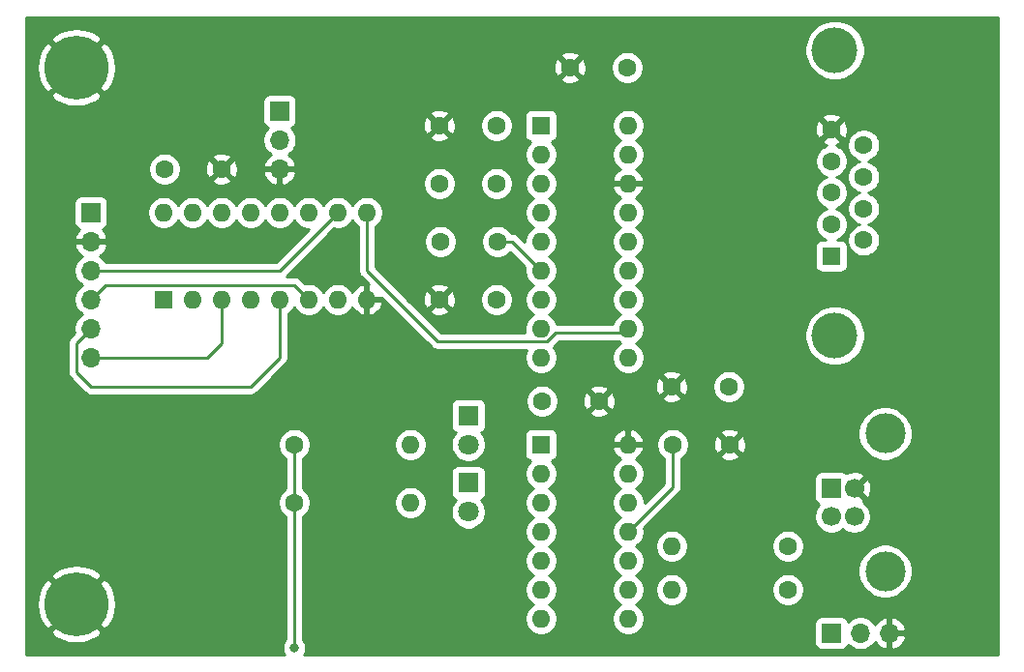
<source format=gbr>
%TF.GenerationSoftware,KiCad,Pcbnew,(5.1.6)-1*%
%TF.CreationDate,2020-07-22T17:22:53+02:00*%
%TF.ProjectId,serialadapter,73657269-616c-4616-9461-707465722e6b,rev?*%
%TF.SameCoordinates,Original*%
%TF.FileFunction,Copper,L2,Bot*%
%TF.FilePolarity,Positive*%
%FSLAX46Y46*%
G04 Gerber Fmt 4.6, Leading zero omitted, Abs format (unit mm)*
G04 Created by KiCad (PCBNEW (5.1.6)-1) date 2020-07-22 17:22:53*
%MOMM*%
%LPD*%
G01*
G04 APERTURE LIST*
%TA.AperFunction,ComponentPad*%
%ADD10C,5.600000*%
%TD*%
%TA.AperFunction,ComponentPad*%
%ADD11C,1.800000*%
%TD*%
%TA.AperFunction,ComponentPad*%
%ADD12R,1.800000X1.800000*%
%TD*%
%TA.AperFunction,ComponentPad*%
%ADD13O,1.600000X1.600000*%
%TD*%
%TA.AperFunction,ComponentPad*%
%ADD14C,1.600000*%
%TD*%
%TA.AperFunction,ComponentPad*%
%ADD15C,3.500000*%
%TD*%
%TA.AperFunction,ComponentPad*%
%ADD16C,1.700000*%
%TD*%
%TA.AperFunction,ComponentPad*%
%ADD17R,1.700000X1.700000*%
%TD*%
%TA.AperFunction,ComponentPad*%
%ADD18O,1.700000X1.700000*%
%TD*%
%TA.AperFunction,ComponentPad*%
%ADD19R,1.600000X1.600000*%
%TD*%
%TA.AperFunction,ComponentPad*%
%ADD20C,4.000000*%
%TD*%
%TA.AperFunction,ViaPad*%
%ADD21C,0.800000*%
%TD*%
%TA.AperFunction,Conductor*%
%ADD22C,0.250000*%
%TD*%
%TA.AperFunction,Conductor*%
%ADD23C,0.254000*%
%TD*%
G04 APERTURE END LIST*
D10*
%TO.P,REF2,1*%
%TO.N,GND*%
X135890000Y-95250000D03*
%TD*%
%TO.P,REF1,1*%
%TO.N,GND*%
X135890000Y-48260000D03*
%TD*%
D11*
%TO.P,D2,2*%
%TO.N,Net-(D2-Pad2)*%
X170180000Y-87180000D03*
D12*
%TO.P,D2,1*%
%TO.N,/LED_UTX*%
X170180000Y-84640000D03*
%TD*%
D11*
%TO.P,D1,2*%
%TO.N,Net-(D1-Pad2)*%
X170180000Y-81280000D03*
D12*
%TO.P,D1,1*%
%TO.N,/LED_URX*%
X170180000Y-78740000D03*
%TD*%
D13*
%TO.P,R4,2*%
%TO.N,Net-(D2-Pad2)*%
X165100000Y-86360000D03*
D14*
%TO.P,R4,1*%
%TO.N,VCC*%
X154940000Y-86360000D03*
%TD*%
D13*
%TO.P,R3,2*%
%TO.N,Net-(D1-Pad2)*%
X165100000Y-81280000D03*
D14*
%TO.P,R3,1*%
%TO.N,VCC*%
X154940000Y-81280000D03*
%TD*%
%TO.P,C9,2*%
%TO.N,Net-(C9-Pad2)*%
X192960000Y-76200000D03*
%TO.P,C9,1*%
%TO.N,GND*%
X187960000Y-76200000D03*
%TD*%
D15*
%TO.P,J3,5*%
%TO.N,Net-(C9-Pad2)*%
X206640000Y-92360000D03*
X206640000Y-80320000D03*
D16*
%TO.P,J3,4*%
%TO.N,GND*%
X203930000Y-85090000D03*
%TO.P,J3,3*%
%TO.N,Net-(J3-Pad3)*%
X203930000Y-87590000D03*
%TO.P,J3,2*%
%TO.N,Net-(J3-Pad2)*%
X201930000Y-87590000D03*
D17*
%TO.P,J3,1*%
%TO.N,Net-(J3-Pad1)*%
X201930000Y-85090000D03*
%TD*%
D13*
%TO.P,R2,2*%
%TO.N,Net-(J4-Pad2)*%
X187960000Y-93980000D03*
D14*
%TO.P,R2,1*%
%TO.N,VCC*%
X198120000Y-93980000D03*
%TD*%
D13*
%TO.P,R1,2*%
%TO.N,Net-(J4-Pad1)*%
X187960000Y-90170000D03*
D14*
%TO.P,R1,1*%
%TO.N,VCC*%
X198120000Y-90170000D03*
%TD*%
D18*
%TO.P,J4,3*%
%TO.N,GND*%
X207010000Y-97790000D03*
%TO.P,J4,2*%
%TO.N,Net-(J4-Pad2)*%
X204470000Y-97790000D03*
D17*
%TO.P,J4,1*%
%TO.N,Net-(J4-Pad1)*%
X201930000Y-97790000D03*
%TD*%
D13*
%TO.P,U2,16*%
%TO.N,VCC*%
X143510000Y-60960000D03*
%TO.P,U2,8*%
%TO.N,GND*%
X161290000Y-68580000D03*
%TO.P,U2,15*%
%TO.N,/ENABLE*%
X146050000Y-60960000D03*
%TO.P,U2,7*%
%TO.N,Net-(U1-Pad12)*%
X158750000Y-68580000D03*
%TO.P,U2,14*%
%TO.N,Net-(U2-Pad14)*%
X148590000Y-60960000D03*
%TO.P,U2,6*%
%TO.N,/TX*%
X156210000Y-68580000D03*
%TO.P,U2,13*%
%TO.N,Net-(U2-Pad13)*%
X151130000Y-60960000D03*
%TO.P,U2,5*%
%TO.N,Net-(J1-Pad5)*%
X153670000Y-68580000D03*
%TO.P,U2,12*%
%TO.N,Net-(U2-Pad12)*%
X153670000Y-60960000D03*
%TO.P,U2,4*%
%TO.N,Net-(U1-Pad10)*%
X151130000Y-68580000D03*
%TO.P,U2,11*%
%TO.N,Net-(U2-Pad11)*%
X156210000Y-60960000D03*
%TO.P,U2,3*%
%TO.N,/RX*%
X148590000Y-68580000D03*
%TO.P,U2,10*%
%TO.N,Net-(J1-Pad3)*%
X158750000Y-60960000D03*
%TO.P,U2,2*%
%TO.N,Net-(U1-Pad13)*%
X146050000Y-68580000D03*
%TO.P,U2,9*%
%TO.N,Net-(U1-Pad11)*%
X161290000Y-60960000D03*
D19*
%TO.P,U2,1*%
%TO.N,/ENABLE*%
X143510000Y-68580000D03*
%TD*%
D14*
%TO.P,C8,2*%
%TO.N,VCC*%
X143590000Y-57150000D03*
%TO.P,C8,1*%
%TO.N,GND*%
X148590000Y-57150000D03*
%TD*%
%TO.P,C7,2*%
%TO.N,VCC*%
X176610000Y-77470000D03*
%TO.P,C7,1*%
%TO.N,GND*%
X181610000Y-77470000D03*
%TD*%
D13*
%TO.P,U1,18*%
%TO.N,VCC*%
X184150000Y-53340000D03*
%TO.P,U1,9*%
%TO.N,Net-(J2-Pad4)*%
X176530000Y-73660000D03*
%TO.P,U1,17*%
%TO.N,VCC*%
X184150000Y-55880000D03*
%TO.P,U1,8*%
%TO.N,Net-(J2-Pad6)*%
X176530000Y-71120000D03*
%TO.P,U1,16*%
%TO.N,GND*%
X184150000Y-58420000D03*
%TO.P,U1,7*%
%TO.N,Net-(C2-Pad2)*%
X176530000Y-68580000D03*
%TO.P,U1,15*%
%TO.N,Net-(J2-Pad2)*%
X184150000Y-60960000D03*
%TO.P,U1,6*%
%TO.N,Net-(C5-Pad2)*%
X176530000Y-66040000D03*
%TO.P,U1,14*%
%TO.N,Net-(J2-Pad3)*%
X184150000Y-63500000D03*
%TO.P,U1,5*%
%TO.N,Net-(C5-Pad1)*%
X176530000Y-63500000D03*
%TO.P,U1,13*%
%TO.N,Net-(U1-Pad13)*%
X184150000Y-66040000D03*
%TO.P,U1,4*%
%TO.N,Net-(C4-Pad2)*%
X176530000Y-60960000D03*
%TO.P,U1,12*%
%TO.N,Net-(U1-Pad12)*%
X184150000Y-68580000D03*
%TO.P,U1,3*%
%TO.N,Net-(C3-Pad2)*%
X176530000Y-58420000D03*
%TO.P,U1,11*%
%TO.N,Net-(U1-Pad11)*%
X184150000Y-71120000D03*
%TO.P,U1,2*%
%TO.N,Net-(C4-Pad1)*%
X176530000Y-55880000D03*
%TO.P,U1,10*%
%TO.N,Net-(U1-Pad10)*%
X184150000Y-73660000D03*
D19*
%TO.P,U1,1*%
%TO.N,/ENABLE*%
X176530000Y-53340000D03*
%TD*%
D18*
%TO.P,JP1,3*%
%TO.N,GND*%
X153670000Y-57150000D03*
%TO.P,JP1,2*%
%TO.N,/ENABLE*%
X153670000Y-54610000D03*
D17*
%TO.P,JP1,1*%
%TO.N,VCC*%
X153670000Y-52070000D03*
%TD*%
D18*
%TO.P,J1,6*%
%TO.N,/RX*%
X137160000Y-73660000D03*
%TO.P,J1,5*%
%TO.N,Net-(J1-Pad5)*%
X137160000Y-71120000D03*
%TO.P,J1,4*%
%TO.N,/TX*%
X137160000Y-68580000D03*
%TO.P,J1,3*%
%TO.N,Net-(J1-Pad3)*%
X137160000Y-66040000D03*
%TO.P,J1,2*%
%TO.N,GND*%
X137160000Y-63500000D03*
D17*
%TO.P,J1,1*%
%TO.N,VCC*%
X137160000Y-60960000D03*
%TD*%
D13*
%TO.P,U3,14*%
%TO.N,GND*%
X184150000Y-81280000D03*
%TO.P,U3,7*%
%TO.N,Net-(U3-Pad7)*%
X176530000Y-96520000D03*
%TO.P,U3,13*%
%TO.N,Net-(J3-Pad3)*%
X184150000Y-83820000D03*
%TO.P,U3,6*%
%TO.N,/TX*%
X176530000Y-93980000D03*
%TO.P,U3,12*%
%TO.N,Net-(J3-Pad2)*%
X184150000Y-86360000D03*
%TO.P,U3,5*%
%TO.N,/RX*%
X176530000Y-91440000D03*
%TO.P,U3,11*%
%TO.N,Net-(C6-Pad2)*%
X184150000Y-88900000D03*
%TO.P,U3,4*%
%TO.N,/ENABLE*%
X176530000Y-88900000D03*
%TO.P,U3,10*%
%TO.N,Net-(J4-Pad1)*%
X184150000Y-91440000D03*
%TO.P,U3,3*%
%TO.N,/LED_UTX*%
X176530000Y-86360000D03*
%TO.P,U3,9*%
%TO.N,Net-(J4-Pad2)*%
X184150000Y-93980000D03*
%TO.P,U3,2*%
%TO.N,/LED_URX*%
X176530000Y-83820000D03*
%TO.P,U3,8*%
%TO.N,Net-(U3-Pad8)*%
X184150000Y-96520000D03*
D19*
%TO.P,U3,1*%
%TO.N,VCC*%
X176530000Y-81280000D03*
%TD*%
D20*
%TO.P,J2,0*%
%TO.N,N/C*%
X202230000Y-46730000D03*
X202230000Y-71730000D03*
D14*
%TO.P,J2,9*%
%TO.N,Net-(J2-Pad9)*%
X204770000Y-55075000D03*
%TO.P,J2,8*%
%TO.N,Net-(J2-Pad8)*%
X204770000Y-57845000D03*
%TO.P,J2,7*%
%TO.N,Net-(J2-Pad7)*%
X204770000Y-60615000D03*
%TO.P,J2,6*%
%TO.N,Net-(J2-Pad6)*%
X204770000Y-63385000D03*
%TO.P,J2,5*%
%TO.N,GND*%
X201930000Y-53690000D03*
%TO.P,J2,4*%
%TO.N,Net-(J2-Pad4)*%
X201930000Y-56460000D03*
%TO.P,J2,3*%
%TO.N,Net-(J2-Pad3)*%
X201930000Y-59230000D03*
%TO.P,J2,2*%
%TO.N,Net-(J2-Pad2)*%
X201930000Y-62000000D03*
D19*
%TO.P,J2,1*%
%TO.N,Net-(J2-Pad1)*%
X201930000Y-64770000D03*
%TD*%
D14*
%TO.P,C6,2*%
%TO.N,Net-(C6-Pad2)*%
X188040000Y-81280000D03*
%TO.P,C6,1*%
%TO.N,GND*%
X193040000Y-81280000D03*
%TD*%
%TO.P,C5,2*%
%TO.N,Net-(C5-Pad2)*%
X172720000Y-63500000D03*
%TO.P,C5,1*%
%TO.N,Net-(C5-Pad1)*%
X167720000Y-63500000D03*
%TD*%
%TO.P,C4,2*%
%TO.N,Net-(C4-Pad2)*%
X172640000Y-58420000D03*
%TO.P,C4,1*%
%TO.N,Net-(C4-Pad1)*%
X167640000Y-58420000D03*
%TD*%
%TO.P,C3,2*%
%TO.N,Net-(C3-Pad2)*%
X172640000Y-53340000D03*
%TO.P,C3,1*%
%TO.N,GND*%
X167640000Y-53340000D03*
%TD*%
%TO.P,C2,2*%
%TO.N,Net-(C2-Pad2)*%
X172640000Y-68580000D03*
%TO.P,C2,1*%
%TO.N,GND*%
X167640000Y-68580000D03*
%TD*%
%TO.P,C1,2*%
%TO.N,VCC*%
X184070000Y-48260000D03*
%TO.P,C1,1*%
%TO.N,GND*%
X179070000Y-48260000D03*
%TD*%
D21*
%TO.N,VCC*%
X154940000Y-99060000D03*
%TD*%
D22*
%TO.N,VCC*%
X154940000Y-81280000D02*
X154940000Y-86360000D01*
X154940000Y-86360000D02*
X154940000Y-99060000D01*
X154940000Y-99060000D02*
X154940000Y-99060000D01*
%TO.N,Net-(C5-Pad2)*%
X173990000Y-63500000D02*
X176530000Y-66040000D01*
X172720000Y-63500000D02*
X173990000Y-63500000D01*
%TO.N,Net-(C6-Pad2)*%
X188040000Y-85010000D02*
X188040000Y-81280000D01*
X184150000Y-88900000D02*
X188040000Y-85010000D01*
%TO.N,/TX*%
X137160000Y-68580000D02*
X138430000Y-67310000D01*
X154940000Y-67310000D02*
X156210000Y-68580000D01*
X138430000Y-67310000D02*
X154940000Y-67310000D01*
%TO.N,/RX*%
X148590000Y-72390000D02*
X148590000Y-68580000D01*
X137160000Y-73660000D02*
X147320000Y-73660000D01*
X147320000Y-73660000D02*
X148590000Y-72390000D01*
%TO.N,Net-(J1-Pad5)*%
X135890000Y-72390000D02*
X135890000Y-74930000D01*
X135890000Y-74930000D02*
X137160000Y-76200000D01*
X137160000Y-71120000D02*
X135890000Y-72390000D01*
X153670000Y-73660000D02*
X153670000Y-68580000D01*
X137160000Y-76200000D02*
X151130000Y-76200000D01*
X151130000Y-76200000D02*
X153670000Y-73660000D01*
%TO.N,Net-(J1-Pad3)*%
X153670000Y-66040000D02*
X158750000Y-60960000D01*
X137160000Y-66040000D02*
X153670000Y-66040000D01*
%TO.N,Net-(U1-Pad11)*%
X161290000Y-60960000D02*
X161290000Y-66040000D01*
X177070001Y-72245001D02*
X177800000Y-71515002D01*
X161290000Y-66040000D02*
X167495001Y-72245001D01*
X167495001Y-72245001D02*
X177070001Y-72245001D01*
X183754998Y-71515002D02*
X184150000Y-71120000D01*
X177800000Y-71515002D02*
X183754998Y-71515002D01*
%TD*%
D23*
%TO.N,GND*%
G36*
X216510001Y-99670000D02*
G01*
X155777195Y-99670000D01*
X155857205Y-99550256D01*
X155935226Y-99361898D01*
X155975000Y-99161939D01*
X155975000Y-98958061D01*
X155935226Y-98758102D01*
X155857205Y-98569744D01*
X155743937Y-98400226D01*
X155700000Y-98356289D01*
X155700000Y-87578043D01*
X155854759Y-87474637D01*
X156054637Y-87274759D01*
X156211680Y-87039727D01*
X156319853Y-86778574D01*
X156375000Y-86501335D01*
X156375000Y-86218665D01*
X163665000Y-86218665D01*
X163665000Y-86501335D01*
X163720147Y-86778574D01*
X163828320Y-87039727D01*
X163985363Y-87274759D01*
X164185241Y-87474637D01*
X164420273Y-87631680D01*
X164681426Y-87739853D01*
X164958665Y-87795000D01*
X165241335Y-87795000D01*
X165518574Y-87739853D01*
X165779727Y-87631680D01*
X166014759Y-87474637D01*
X166214637Y-87274759D01*
X166371680Y-87039727D01*
X166479853Y-86778574D01*
X166535000Y-86501335D01*
X166535000Y-86218665D01*
X166479853Y-85941426D01*
X166371680Y-85680273D01*
X166214637Y-85445241D01*
X166014759Y-85245363D01*
X165779727Y-85088320D01*
X165518574Y-84980147D01*
X165241335Y-84925000D01*
X164958665Y-84925000D01*
X164681426Y-84980147D01*
X164420273Y-85088320D01*
X164185241Y-85245363D01*
X163985363Y-85445241D01*
X163828320Y-85680273D01*
X163720147Y-85941426D01*
X163665000Y-86218665D01*
X156375000Y-86218665D01*
X156319853Y-85941426D01*
X156211680Y-85680273D01*
X156054637Y-85445241D01*
X155854759Y-85245363D01*
X155700000Y-85141957D01*
X155700000Y-83740000D01*
X168641928Y-83740000D01*
X168641928Y-85540000D01*
X168654188Y-85664482D01*
X168690498Y-85784180D01*
X168749463Y-85894494D01*
X168828815Y-85991185D01*
X168925506Y-86070537D01*
X169035820Y-86129502D01*
X169054127Y-86135056D01*
X168987688Y-86201495D01*
X168819701Y-86452905D01*
X168703989Y-86732257D01*
X168645000Y-87028816D01*
X168645000Y-87331184D01*
X168703989Y-87627743D01*
X168819701Y-87907095D01*
X168987688Y-88158505D01*
X169201495Y-88372312D01*
X169452905Y-88540299D01*
X169732257Y-88656011D01*
X170028816Y-88715000D01*
X170331184Y-88715000D01*
X170627743Y-88656011D01*
X170907095Y-88540299D01*
X171158505Y-88372312D01*
X171372312Y-88158505D01*
X171540299Y-87907095D01*
X171656011Y-87627743D01*
X171715000Y-87331184D01*
X171715000Y-87028816D01*
X171656011Y-86732257D01*
X171540299Y-86452905D01*
X171372312Y-86201495D01*
X171305873Y-86135056D01*
X171324180Y-86129502D01*
X171434494Y-86070537D01*
X171531185Y-85991185D01*
X171610537Y-85894494D01*
X171669502Y-85784180D01*
X171705812Y-85664482D01*
X171718072Y-85540000D01*
X171718072Y-83740000D01*
X171705812Y-83615518D01*
X171669502Y-83495820D01*
X171610537Y-83385506D01*
X171531185Y-83288815D01*
X171434494Y-83209463D01*
X171324180Y-83150498D01*
X171204482Y-83114188D01*
X171080000Y-83101928D01*
X169280000Y-83101928D01*
X169155518Y-83114188D01*
X169035820Y-83150498D01*
X168925506Y-83209463D01*
X168828815Y-83288815D01*
X168749463Y-83385506D01*
X168690498Y-83495820D01*
X168654188Y-83615518D01*
X168641928Y-83740000D01*
X155700000Y-83740000D01*
X155700000Y-82498043D01*
X155854759Y-82394637D01*
X156054637Y-82194759D01*
X156211680Y-81959727D01*
X156319853Y-81698574D01*
X156375000Y-81421335D01*
X156375000Y-81138665D01*
X163665000Y-81138665D01*
X163665000Y-81421335D01*
X163720147Y-81698574D01*
X163828320Y-81959727D01*
X163985363Y-82194759D01*
X164185241Y-82394637D01*
X164420273Y-82551680D01*
X164681426Y-82659853D01*
X164958665Y-82715000D01*
X165241335Y-82715000D01*
X165518574Y-82659853D01*
X165779727Y-82551680D01*
X166014759Y-82394637D01*
X166214637Y-82194759D01*
X166371680Y-81959727D01*
X166479853Y-81698574D01*
X166535000Y-81421335D01*
X166535000Y-81138665D01*
X166479853Y-80861426D01*
X166371680Y-80600273D01*
X166214637Y-80365241D01*
X166014759Y-80165363D01*
X165779727Y-80008320D01*
X165518574Y-79900147D01*
X165241335Y-79845000D01*
X164958665Y-79845000D01*
X164681426Y-79900147D01*
X164420273Y-80008320D01*
X164185241Y-80165363D01*
X163985363Y-80365241D01*
X163828320Y-80600273D01*
X163720147Y-80861426D01*
X163665000Y-81138665D01*
X156375000Y-81138665D01*
X156319853Y-80861426D01*
X156211680Y-80600273D01*
X156054637Y-80365241D01*
X155854759Y-80165363D01*
X155619727Y-80008320D01*
X155358574Y-79900147D01*
X155081335Y-79845000D01*
X154798665Y-79845000D01*
X154521426Y-79900147D01*
X154260273Y-80008320D01*
X154025241Y-80165363D01*
X153825363Y-80365241D01*
X153668320Y-80600273D01*
X153560147Y-80861426D01*
X153505000Y-81138665D01*
X153505000Y-81421335D01*
X153560147Y-81698574D01*
X153668320Y-81959727D01*
X153825363Y-82194759D01*
X154025241Y-82394637D01*
X154180000Y-82498044D01*
X154180001Y-85141956D01*
X154025241Y-85245363D01*
X153825363Y-85445241D01*
X153668320Y-85680273D01*
X153560147Y-85941426D01*
X153505000Y-86218665D01*
X153505000Y-86501335D01*
X153560147Y-86778574D01*
X153668320Y-87039727D01*
X153825363Y-87274759D01*
X154025241Y-87474637D01*
X154180000Y-87578043D01*
X154180001Y-98356288D01*
X154136063Y-98400226D01*
X154022795Y-98569744D01*
X153944774Y-98758102D01*
X153905000Y-98958061D01*
X153905000Y-99161939D01*
X153944774Y-99361898D01*
X154022795Y-99550256D01*
X154102805Y-99670000D01*
X131470000Y-99670000D01*
X131470000Y-97666481D01*
X133653124Y-97666481D01*
X133965308Y-98115177D01*
X134561259Y-98435612D01*
X135208273Y-98633626D01*
X135881484Y-98701610D01*
X136555023Y-98636949D01*
X137203006Y-98442130D01*
X137800530Y-98124639D01*
X137814692Y-98115177D01*
X138126876Y-97666481D01*
X135890000Y-95429605D01*
X133653124Y-97666481D01*
X131470000Y-97666481D01*
X131470000Y-95241484D01*
X132438390Y-95241484D01*
X132503051Y-95915023D01*
X132697870Y-96563006D01*
X133015361Y-97160530D01*
X133024823Y-97174692D01*
X133473519Y-97486876D01*
X135710395Y-95250000D01*
X136069605Y-95250000D01*
X138306481Y-97486876D01*
X138755177Y-97174692D01*
X139075612Y-96578741D01*
X139273626Y-95931727D01*
X139341610Y-95258516D01*
X139276949Y-94584977D01*
X139082130Y-93936994D01*
X138764639Y-93339470D01*
X138755177Y-93325308D01*
X138306481Y-93013124D01*
X136069605Y-95250000D01*
X135710395Y-95250000D01*
X133473519Y-93013124D01*
X133024823Y-93325308D01*
X132704388Y-93921259D01*
X132506374Y-94568273D01*
X132438390Y-95241484D01*
X131470000Y-95241484D01*
X131470000Y-92833519D01*
X133653124Y-92833519D01*
X135890000Y-95070395D01*
X138126876Y-92833519D01*
X137814692Y-92384823D01*
X137218741Y-92064388D01*
X136571727Y-91866374D01*
X135898516Y-91798390D01*
X135224977Y-91863051D01*
X134576994Y-92057870D01*
X133979470Y-92375361D01*
X133965308Y-92384823D01*
X133653124Y-92833519D01*
X131470000Y-92833519D01*
X131470000Y-77840000D01*
X168641928Y-77840000D01*
X168641928Y-79640000D01*
X168654188Y-79764482D01*
X168690498Y-79884180D01*
X168749463Y-79994494D01*
X168828815Y-80091185D01*
X168925506Y-80170537D01*
X169035820Y-80229502D01*
X169054127Y-80235056D01*
X168987688Y-80301495D01*
X168819701Y-80552905D01*
X168703989Y-80832257D01*
X168645000Y-81128816D01*
X168645000Y-81431184D01*
X168703989Y-81727743D01*
X168819701Y-82007095D01*
X168987688Y-82258505D01*
X169201495Y-82472312D01*
X169452905Y-82640299D01*
X169732257Y-82756011D01*
X170028816Y-82815000D01*
X170331184Y-82815000D01*
X170627743Y-82756011D01*
X170907095Y-82640299D01*
X171158505Y-82472312D01*
X171372312Y-82258505D01*
X171540299Y-82007095D01*
X171656011Y-81727743D01*
X171715000Y-81431184D01*
X171715000Y-81128816D01*
X171656011Y-80832257D01*
X171540299Y-80552905D01*
X171491586Y-80480000D01*
X175091928Y-80480000D01*
X175091928Y-82080000D01*
X175104188Y-82204482D01*
X175140498Y-82324180D01*
X175199463Y-82434494D01*
X175278815Y-82531185D01*
X175375506Y-82610537D01*
X175485820Y-82669502D01*
X175605518Y-82705812D01*
X175613961Y-82706643D01*
X175415363Y-82905241D01*
X175258320Y-83140273D01*
X175150147Y-83401426D01*
X175095000Y-83678665D01*
X175095000Y-83961335D01*
X175150147Y-84238574D01*
X175258320Y-84499727D01*
X175415363Y-84734759D01*
X175615241Y-84934637D01*
X175847759Y-85090000D01*
X175615241Y-85245363D01*
X175415363Y-85445241D01*
X175258320Y-85680273D01*
X175150147Y-85941426D01*
X175095000Y-86218665D01*
X175095000Y-86501335D01*
X175150147Y-86778574D01*
X175258320Y-87039727D01*
X175415363Y-87274759D01*
X175615241Y-87474637D01*
X175847759Y-87630000D01*
X175615241Y-87785363D01*
X175415363Y-87985241D01*
X175258320Y-88220273D01*
X175150147Y-88481426D01*
X175095000Y-88758665D01*
X175095000Y-89041335D01*
X175150147Y-89318574D01*
X175258320Y-89579727D01*
X175415363Y-89814759D01*
X175615241Y-90014637D01*
X175847759Y-90170000D01*
X175615241Y-90325363D01*
X175415363Y-90525241D01*
X175258320Y-90760273D01*
X175150147Y-91021426D01*
X175095000Y-91298665D01*
X175095000Y-91581335D01*
X175150147Y-91858574D01*
X175258320Y-92119727D01*
X175415363Y-92354759D01*
X175615241Y-92554637D01*
X175847759Y-92710000D01*
X175615241Y-92865363D01*
X175415363Y-93065241D01*
X175258320Y-93300273D01*
X175150147Y-93561426D01*
X175095000Y-93838665D01*
X175095000Y-94121335D01*
X175150147Y-94398574D01*
X175258320Y-94659727D01*
X175415363Y-94894759D01*
X175615241Y-95094637D01*
X175847759Y-95250000D01*
X175615241Y-95405363D01*
X175415363Y-95605241D01*
X175258320Y-95840273D01*
X175150147Y-96101426D01*
X175095000Y-96378665D01*
X175095000Y-96661335D01*
X175150147Y-96938574D01*
X175258320Y-97199727D01*
X175415363Y-97434759D01*
X175615241Y-97634637D01*
X175850273Y-97791680D01*
X176111426Y-97899853D01*
X176388665Y-97955000D01*
X176671335Y-97955000D01*
X176948574Y-97899853D01*
X177209727Y-97791680D01*
X177444759Y-97634637D01*
X177644637Y-97434759D01*
X177801680Y-97199727D01*
X177909853Y-96938574D01*
X177965000Y-96661335D01*
X177965000Y-96378665D01*
X177909853Y-96101426D01*
X177801680Y-95840273D01*
X177644637Y-95605241D01*
X177444759Y-95405363D01*
X177212241Y-95250000D01*
X177444759Y-95094637D01*
X177644637Y-94894759D01*
X177801680Y-94659727D01*
X177909853Y-94398574D01*
X177965000Y-94121335D01*
X177965000Y-93838665D01*
X177909853Y-93561426D01*
X177801680Y-93300273D01*
X177644637Y-93065241D01*
X177444759Y-92865363D01*
X177212241Y-92710000D01*
X177444759Y-92554637D01*
X177644637Y-92354759D01*
X177801680Y-92119727D01*
X177909853Y-91858574D01*
X177965000Y-91581335D01*
X177965000Y-91298665D01*
X177909853Y-91021426D01*
X177801680Y-90760273D01*
X177644637Y-90525241D01*
X177444759Y-90325363D01*
X177212241Y-90170000D01*
X177444759Y-90014637D01*
X177644637Y-89814759D01*
X177801680Y-89579727D01*
X177909853Y-89318574D01*
X177965000Y-89041335D01*
X177965000Y-88758665D01*
X177909853Y-88481426D01*
X177801680Y-88220273D01*
X177644637Y-87985241D01*
X177444759Y-87785363D01*
X177212241Y-87630000D01*
X177444759Y-87474637D01*
X177644637Y-87274759D01*
X177801680Y-87039727D01*
X177909853Y-86778574D01*
X177965000Y-86501335D01*
X177965000Y-86218665D01*
X177909853Y-85941426D01*
X177801680Y-85680273D01*
X177644637Y-85445241D01*
X177444759Y-85245363D01*
X177212241Y-85090000D01*
X177444759Y-84934637D01*
X177644637Y-84734759D01*
X177801680Y-84499727D01*
X177909853Y-84238574D01*
X177965000Y-83961335D01*
X177965000Y-83678665D01*
X182715000Y-83678665D01*
X182715000Y-83961335D01*
X182770147Y-84238574D01*
X182878320Y-84499727D01*
X183035363Y-84734759D01*
X183235241Y-84934637D01*
X183467759Y-85090000D01*
X183235241Y-85245363D01*
X183035363Y-85445241D01*
X182878320Y-85680273D01*
X182770147Y-85941426D01*
X182715000Y-86218665D01*
X182715000Y-86501335D01*
X182770147Y-86778574D01*
X182878320Y-87039727D01*
X183035363Y-87274759D01*
X183235241Y-87474637D01*
X183467759Y-87630000D01*
X183235241Y-87785363D01*
X183035363Y-87985241D01*
X182878320Y-88220273D01*
X182770147Y-88481426D01*
X182715000Y-88758665D01*
X182715000Y-89041335D01*
X182770147Y-89318574D01*
X182878320Y-89579727D01*
X183035363Y-89814759D01*
X183235241Y-90014637D01*
X183467759Y-90170000D01*
X183235241Y-90325363D01*
X183035363Y-90525241D01*
X182878320Y-90760273D01*
X182770147Y-91021426D01*
X182715000Y-91298665D01*
X182715000Y-91581335D01*
X182770147Y-91858574D01*
X182878320Y-92119727D01*
X183035363Y-92354759D01*
X183235241Y-92554637D01*
X183467759Y-92710000D01*
X183235241Y-92865363D01*
X183035363Y-93065241D01*
X182878320Y-93300273D01*
X182770147Y-93561426D01*
X182715000Y-93838665D01*
X182715000Y-94121335D01*
X182770147Y-94398574D01*
X182878320Y-94659727D01*
X183035363Y-94894759D01*
X183235241Y-95094637D01*
X183467759Y-95250000D01*
X183235241Y-95405363D01*
X183035363Y-95605241D01*
X182878320Y-95840273D01*
X182770147Y-96101426D01*
X182715000Y-96378665D01*
X182715000Y-96661335D01*
X182770147Y-96938574D01*
X182878320Y-97199727D01*
X183035363Y-97434759D01*
X183235241Y-97634637D01*
X183470273Y-97791680D01*
X183731426Y-97899853D01*
X184008665Y-97955000D01*
X184291335Y-97955000D01*
X184568574Y-97899853D01*
X184829727Y-97791680D01*
X185064759Y-97634637D01*
X185264637Y-97434759D01*
X185421680Y-97199727D01*
X185529262Y-96940000D01*
X200441928Y-96940000D01*
X200441928Y-98640000D01*
X200454188Y-98764482D01*
X200490498Y-98884180D01*
X200549463Y-98994494D01*
X200628815Y-99091185D01*
X200725506Y-99170537D01*
X200835820Y-99229502D01*
X200955518Y-99265812D01*
X201080000Y-99278072D01*
X202780000Y-99278072D01*
X202904482Y-99265812D01*
X203024180Y-99229502D01*
X203134494Y-99170537D01*
X203231185Y-99091185D01*
X203310537Y-98994494D01*
X203369502Y-98884180D01*
X203391513Y-98811620D01*
X203523368Y-98943475D01*
X203766589Y-99105990D01*
X204036842Y-99217932D01*
X204323740Y-99275000D01*
X204616260Y-99275000D01*
X204903158Y-99217932D01*
X205173411Y-99105990D01*
X205416632Y-98943475D01*
X205623475Y-98736632D01*
X205745195Y-98554466D01*
X205814822Y-98671355D01*
X206009731Y-98887588D01*
X206243080Y-99061641D01*
X206505901Y-99186825D01*
X206653110Y-99231476D01*
X206883000Y-99110155D01*
X206883000Y-97917000D01*
X207137000Y-97917000D01*
X207137000Y-99110155D01*
X207366890Y-99231476D01*
X207514099Y-99186825D01*
X207776920Y-99061641D01*
X208010269Y-98887588D01*
X208205178Y-98671355D01*
X208354157Y-98421252D01*
X208451481Y-98146891D01*
X208330814Y-97917000D01*
X207137000Y-97917000D01*
X206883000Y-97917000D01*
X206863000Y-97917000D01*
X206863000Y-97663000D01*
X206883000Y-97663000D01*
X206883000Y-96469845D01*
X207137000Y-96469845D01*
X207137000Y-97663000D01*
X208330814Y-97663000D01*
X208451481Y-97433109D01*
X208354157Y-97158748D01*
X208205178Y-96908645D01*
X208010269Y-96692412D01*
X207776920Y-96518359D01*
X207514099Y-96393175D01*
X207366890Y-96348524D01*
X207137000Y-96469845D01*
X206883000Y-96469845D01*
X206653110Y-96348524D01*
X206505901Y-96393175D01*
X206243080Y-96518359D01*
X206009731Y-96692412D01*
X205814822Y-96908645D01*
X205745195Y-97025534D01*
X205623475Y-96843368D01*
X205416632Y-96636525D01*
X205173411Y-96474010D01*
X204903158Y-96362068D01*
X204616260Y-96305000D01*
X204323740Y-96305000D01*
X204036842Y-96362068D01*
X203766589Y-96474010D01*
X203523368Y-96636525D01*
X203391513Y-96768380D01*
X203369502Y-96695820D01*
X203310537Y-96585506D01*
X203231185Y-96488815D01*
X203134494Y-96409463D01*
X203024180Y-96350498D01*
X202904482Y-96314188D01*
X202780000Y-96301928D01*
X201080000Y-96301928D01*
X200955518Y-96314188D01*
X200835820Y-96350498D01*
X200725506Y-96409463D01*
X200628815Y-96488815D01*
X200549463Y-96585506D01*
X200490498Y-96695820D01*
X200454188Y-96815518D01*
X200441928Y-96940000D01*
X185529262Y-96940000D01*
X185529853Y-96938574D01*
X185585000Y-96661335D01*
X185585000Y-96378665D01*
X185529853Y-96101426D01*
X185421680Y-95840273D01*
X185264637Y-95605241D01*
X185064759Y-95405363D01*
X184832241Y-95250000D01*
X185064759Y-95094637D01*
X185264637Y-94894759D01*
X185421680Y-94659727D01*
X185529853Y-94398574D01*
X185585000Y-94121335D01*
X185585000Y-93838665D01*
X186525000Y-93838665D01*
X186525000Y-94121335D01*
X186580147Y-94398574D01*
X186688320Y-94659727D01*
X186845363Y-94894759D01*
X187045241Y-95094637D01*
X187280273Y-95251680D01*
X187541426Y-95359853D01*
X187818665Y-95415000D01*
X188101335Y-95415000D01*
X188378574Y-95359853D01*
X188639727Y-95251680D01*
X188874759Y-95094637D01*
X189074637Y-94894759D01*
X189231680Y-94659727D01*
X189339853Y-94398574D01*
X189395000Y-94121335D01*
X189395000Y-93838665D01*
X196685000Y-93838665D01*
X196685000Y-94121335D01*
X196740147Y-94398574D01*
X196848320Y-94659727D01*
X197005363Y-94894759D01*
X197205241Y-95094637D01*
X197440273Y-95251680D01*
X197701426Y-95359853D01*
X197978665Y-95415000D01*
X198261335Y-95415000D01*
X198538574Y-95359853D01*
X198799727Y-95251680D01*
X199034759Y-95094637D01*
X199234637Y-94894759D01*
X199391680Y-94659727D01*
X199499853Y-94398574D01*
X199555000Y-94121335D01*
X199555000Y-93838665D01*
X199499853Y-93561426D01*
X199391680Y-93300273D01*
X199234637Y-93065241D01*
X199034759Y-92865363D01*
X198799727Y-92708320D01*
X198538574Y-92600147D01*
X198261335Y-92545000D01*
X197978665Y-92545000D01*
X197701426Y-92600147D01*
X197440273Y-92708320D01*
X197205241Y-92865363D01*
X197005363Y-93065241D01*
X196848320Y-93300273D01*
X196740147Y-93561426D01*
X196685000Y-93838665D01*
X189395000Y-93838665D01*
X189339853Y-93561426D01*
X189231680Y-93300273D01*
X189074637Y-93065241D01*
X188874759Y-92865363D01*
X188639727Y-92708320D01*
X188378574Y-92600147D01*
X188101335Y-92545000D01*
X187818665Y-92545000D01*
X187541426Y-92600147D01*
X187280273Y-92708320D01*
X187045241Y-92865363D01*
X186845363Y-93065241D01*
X186688320Y-93300273D01*
X186580147Y-93561426D01*
X186525000Y-93838665D01*
X185585000Y-93838665D01*
X185529853Y-93561426D01*
X185421680Y-93300273D01*
X185264637Y-93065241D01*
X185064759Y-92865363D01*
X184832241Y-92710000D01*
X185064759Y-92554637D01*
X185264637Y-92354759D01*
X185418091Y-92125098D01*
X204255000Y-92125098D01*
X204255000Y-92594902D01*
X204346654Y-93055679D01*
X204526440Y-93489721D01*
X204787450Y-93880349D01*
X205119651Y-94212550D01*
X205510279Y-94473560D01*
X205944321Y-94653346D01*
X206405098Y-94745000D01*
X206874902Y-94745000D01*
X207335679Y-94653346D01*
X207769721Y-94473560D01*
X208160349Y-94212550D01*
X208492550Y-93880349D01*
X208753560Y-93489721D01*
X208933346Y-93055679D01*
X209025000Y-92594902D01*
X209025000Y-92125098D01*
X208933346Y-91664321D01*
X208753560Y-91230279D01*
X208492550Y-90839651D01*
X208160349Y-90507450D01*
X207769721Y-90246440D01*
X207335679Y-90066654D01*
X206874902Y-89975000D01*
X206405098Y-89975000D01*
X205944321Y-90066654D01*
X205510279Y-90246440D01*
X205119651Y-90507450D01*
X204787450Y-90839651D01*
X204526440Y-91230279D01*
X204346654Y-91664321D01*
X204255000Y-92125098D01*
X185418091Y-92125098D01*
X185421680Y-92119727D01*
X185529853Y-91858574D01*
X185585000Y-91581335D01*
X185585000Y-91298665D01*
X185529853Y-91021426D01*
X185421680Y-90760273D01*
X185264637Y-90525241D01*
X185064759Y-90325363D01*
X184832241Y-90170000D01*
X185043764Y-90028665D01*
X186525000Y-90028665D01*
X186525000Y-90311335D01*
X186580147Y-90588574D01*
X186688320Y-90849727D01*
X186845363Y-91084759D01*
X187045241Y-91284637D01*
X187280273Y-91441680D01*
X187541426Y-91549853D01*
X187818665Y-91605000D01*
X188101335Y-91605000D01*
X188378574Y-91549853D01*
X188639727Y-91441680D01*
X188874759Y-91284637D01*
X189074637Y-91084759D01*
X189231680Y-90849727D01*
X189339853Y-90588574D01*
X189395000Y-90311335D01*
X189395000Y-90028665D01*
X196685000Y-90028665D01*
X196685000Y-90311335D01*
X196740147Y-90588574D01*
X196848320Y-90849727D01*
X197005363Y-91084759D01*
X197205241Y-91284637D01*
X197440273Y-91441680D01*
X197701426Y-91549853D01*
X197978665Y-91605000D01*
X198261335Y-91605000D01*
X198538574Y-91549853D01*
X198799727Y-91441680D01*
X199034759Y-91284637D01*
X199234637Y-91084759D01*
X199391680Y-90849727D01*
X199499853Y-90588574D01*
X199555000Y-90311335D01*
X199555000Y-90028665D01*
X199499853Y-89751426D01*
X199391680Y-89490273D01*
X199234637Y-89255241D01*
X199034759Y-89055363D01*
X198799727Y-88898320D01*
X198538574Y-88790147D01*
X198261335Y-88735000D01*
X197978665Y-88735000D01*
X197701426Y-88790147D01*
X197440273Y-88898320D01*
X197205241Y-89055363D01*
X197005363Y-89255241D01*
X196848320Y-89490273D01*
X196740147Y-89751426D01*
X196685000Y-90028665D01*
X189395000Y-90028665D01*
X189339853Y-89751426D01*
X189231680Y-89490273D01*
X189074637Y-89255241D01*
X188874759Y-89055363D01*
X188639727Y-88898320D01*
X188378574Y-88790147D01*
X188101335Y-88735000D01*
X187818665Y-88735000D01*
X187541426Y-88790147D01*
X187280273Y-88898320D01*
X187045241Y-89055363D01*
X186845363Y-89255241D01*
X186688320Y-89490273D01*
X186580147Y-89751426D01*
X186525000Y-90028665D01*
X185043764Y-90028665D01*
X185064759Y-90014637D01*
X185264637Y-89814759D01*
X185421680Y-89579727D01*
X185529853Y-89318574D01*
X185585000Y-89041335D01*
X185585000Y-88758665D01*
X185548688Y-88576113D01*
X188551004Y-85573798D01*
X188580001Y-85550001D01*
X188674974Y-85434276D01*
X188745546Y-85302247D01*
X188789003Y-85158986D01*
X188800000Y-85047333D01*
X188800000Y-85047325D01*
X188803676Y-85010000D01*
X188800000Y-84972675D01*
X188800000Y-84240000D01*
X200441928Y-84240000D01*
X200441928Y-85940000D01*
X200454188Y-86064482D01*
X200490498Y-86184180D01*
X200549463Y-86294494D01*
X200628815Y-86391185D01*
X200725506Y-86470537D01*
X200835820Y-86529502D01*
X200877690Y-86542203D01*
X200776525Y-86643368D01*
X200614010Y-86886589D01*
X200502068Y-87156842D01*
X200445000Y-87443740D01*
X200445000Y-87736260D01*
X200502068Y-88023158D01*
X200614010Y-88293411D01*
X200776525Y-88536632D01*
X200983368Y-88743475D01*
X201226589Y-88905990D01*
X201496842Y-89017932D01*
X201783740Y-89075000D01*
X202076260Y-89075000D01*
X202363158Y-89017932D01*
X202633411Y-88905990D01*
X202876632Y-88743475D01*
X202930000Y-88690107D01*
X202983368Y-88743475D01*
X203226589Y-88905990D01*
X203496842Y-89017932D01*
X203783740Y-89075000D01*
X204076260Y-89075000D01*
X204363158Y-89017932D01*
X204633411Y-88905990D01*
X204876632Y-88743475D01*
X205083475Y-88536632D01*
X205245990Y-88293411D01*
X205357932Y-88023158D01*
X205415000Y-87736260D01*
X205415000Y-87443740D01*
X205357932Y-87156842D01*
X205245990Y-86886589D01*
X205083475Y-86643368D01*
X204876632Y-86436525D01*
X204713590Y-86327584D01*
X204778792Y-86118397D01*
X203930000Y-85269605D01*
X203915858Y-85283748D01*
X203736253Y-85104143D01*
X203750395Y-85090000D01*
X204109605Y-85090000D01*
X204958397Y-85938792D01*
X205207472Y-85861157D01*
X205333371Y-85597117D01*
X205405339Y-85313589D01*
X205420611Y-85021469D01*
X205378599Y-84731981D01*
X205280919Y-84456253D01*
X205207472Y-84318843D01*
X204958397Y-84241208D01*
X204109605Y-85090000D01*
X203750395Y-85090000D01*
X203736253Y-85075858D01*
X203915858Y-84896253D01*
X203930000Y-84910395D01*
X204778792Y-84061603D01*
X204701157Y-83812528D01*
X204437117Y-83686629D01*
X204153589Y-83614661D01*
X203861469Y-83599389D01*
X203571981Y-83641401D01*
X203296253Y-83739081D01*
X203220150Y-83779759D01*
X203134494Y-83709463D01*
X203024180Y-83650498D01*
X202904482Y-83614188D01*
X202780000Y-83601928D01*
X201080000Y-83601928D01*
X200955518Y-83614188D01*
X200835820Y-83650498D01*
X200725506Y-83709463D01*
X200628815Y-83788815D01*
X200549463Y-83885506D01*
X200490498Y-83995820D01*
X200454188Y-84115518D01*
X200441928Y-84240000D01*
X188800000Y-84240000D01*
X188800000Y-82498043D01*
X188954759Y-82394637D01*
X189076694Y-82272702D01*
X192226903Y-82272702D01*
X192298486Y-82516671D01*
X192553996Y-82637571D01*
X192828184Y-82706300D01*
X193110512Y-82720217D01*
X193390130Y-82678787D01*
X193656292Y-82583603D01*
X193781514Y-82516671D01*
X193853097Y-82272702D01*
X193040000Y-81459605D01*
X192226903Y-82272702D01*
X189076694Y-82272702D01*
X189154637Y-82194759D01*
X189311680Y-81959727D01*
X189419853Y-81698574D01*
X189475000Y-81421335D01*
X189475000Y-81350512D01*
X191599783Y-81350512D01*
X191641213Y-81630130D01*
X191736397Y-81896292D01*
X191803329Y-82021514D01*
X192047298Y-82093097D01*
X192860395Y-81280000D01*
X193219605Y-81280000D01*
X194032702Y-82093097D01*
X194276671Y-82021514D01*
X194397571Y-81766004D01*
X194466300Y-81491816D01*
X194480217Y-81209488D01*
X194438787Y-80929870D01*
X194343603Y-80663708D01*
X194276671Y-80538486D01*
X194032702Y-80466903D01*
X193219605Y-81280000D01*
X192860395Y-81280000D01*
X192047298Y-80466903D01*
X191803329Y-80538486D01*
X191682429Y-80793996D01*
X191613700Y-81068184D01*
X191599783Y-81350512D01*
X189475000Y-81350512D01*
X189475000Y-81138665D01*
X189419853Y-80861426D01*
X189311680Y-80600273D01*
X189154637Y-80365241D01*
X189076694Y-80287298D01*
X192226903Y-80287298D01*
X193040000Y-81100395D01*
X193853097Y-80287298D01*
X193793770Y-80085098D01*
X204255000Y-80085098D01*
X204255000Y-80554902D01*
X204346654Y-81015679D01*
X204526440Y-81449721D01*
X204787450Y-81840349D01*
X205119651Y-82172550D01*
X205510279Y-82433560D01*
X205944321Y-82613346D01*
X206405098Y-82705000D01*
X206874902Y-82705000D01*
X207335679Y-82613346D01*
X207769721Y-82433560D01*
X208160349Y-82172550D01*
X208492550Y-81840349D01*
X208753560Y-81449721D01*
X208933346Y-81015679D01*
X209025000Y-80554902D01*
X209025000Y-80085098D01*
X208933346Y-79624321D01*
X208753560Y-79190279D01*
X208492550Y-78799651D01*
X208160349Y-78467450D01*
X207769721Y-78206440D01*
X207335679Y-78026654D01*
X206874902Y-77935000D01*
X206405098Y-77935000D01*
X205944321Y-78026654D01*
X205510279Y-78206440D01*
X205119651Y-78467450D01*
X204787450Y-78799651D01*
X204526440Y-79190279D01*
X204346654Y-79624321D01*
X204255000Y-80085098D01*
X193793770Y-80085098D01*
X193781514Y-80043329D01*
X193526004Y-79922429D01*
X193251816Y-79853700D01*
X192969488Y-79839783D01*
X192689870Y-79881213D01*
X192423708Y-79976397D01*
X192298486Y-80043329D01*
X192226903Y-80287298D01*
X189076694Y-80287298D01*
X188954759Y-80165363D01*
X188719727Y-80008320D01*
X188458574Y-79900147D01*
X188181335Y-79845000D01*
X187898665Y-79845000D01*
X187621426Y-79900147D01*
X187360273Y-80008320D01*
X187125241Y-80165363D01*
X186925363Y-80365241D01*
X186768320Y-80600273D01*
X186660147Y-80861426D01*
X186605000Y-81138665D01*
X186605000Y-81421335D01*
X186660147Y-81698574D01*
X186768320Y-81959727D01*
X186925363Y-82194759D01*
X187125241Y-82394637D01*
X187280001Y-82498044D01*
X187280000Y-84695198D01*
X185585000Y-86390198D01*
X185585000Y-86218665D01*
X185529853Y-85941426D01*
X185421680Y-85680273D01*
X185264637Y-85445241D01*
X185064759Y-85245363D01*
X184832241Y-85090000D01*
X185064759Y-84934637D01*
X185264637Y-84734759D01*
X185421680Y-84499727D01*
X185529853Y-84238574D01*
X185585000Y-83961335D01*
X185585000Y-83678665D01*
X185529853Y-83401426D01*
X185421680Y-83140273D01*
X185264637Y-82905241D01*
X185064759Y-82705363D01*
X184829727Y-82548320D01*
X184819135Y-82543933D01*
X185005131Y-82432385D01*
X185213519Y-82243414D01*
X185381037Y-82017420D01*
X185501246Y-81763087D01*
X185541904Y-81629039D01*
X185419915Y-81407000D01*
X184277000Y-81407000D01*
X184277000Y-81427000D01*
X184023000Y-81427000D01*
X184023000Y-81407000D01*
X182880085Y-81407000D01*
X182758096Y-81629039D01*
X182798754Y-81763087D01*
X182918963Y-82017420D01*
X183086481Y-82243414D01*
X183294869Y-82432385D01*
X183480865Y-82543933D01*
X183470273Y-82548320D01*
X183235241Y-82705363D01*
X183035363Y-82905241D01*
X182878320Y-83140273D01*
X182770147Y-83401426D01*
X182715000Y-83678665D01*
X177965000Y-83678665D01*
X177909853Y-83401426D01*
X177801680Y-83140273D01*
X177644637Y-82905241D01*
X177446039Y-82706643D01*
X177454482Y-82705812D01*
X177574180Y-82669502D01*
X177684494Y-82610537D01*
X177781185Y-82531185D01*
X177860537Y-82434494D01*
X177919502Y-82324180D01*
X177955812Y-82204482D01*
X177968072Y-82080000D01*
X177968072Y-80930961D01*
X182758096Y-80930961D01*
X182880085Y-81153000D01*
X184023000Y-81153000D01*
X184023000Y-80009376D01*
X184277000Y-80009376D01*
X184277000Y-81153000D01*
X185419915Y-81153000D01*
X185541904Y-80930961D01*
X185501246Y-80796913D01*
X185381037Y-80542580D01*
X185213519Y-80316586D01*
X185005131Y-80127615D01*
X184763881Y-79982930D01*
X184499040Y-79888091D01*
X184277000Y-80009376D01*
X184023000Y-80009376D01*
X183800960Y-79888091D01*
X183536119Y-79982930D01*
X183294869Y-80127615D01*
X183086481Y-80316586D01*
X182918963Y-80542580D01*
X182798754Y-80796913D01*
X182758096Y-80930961D01*
X177968072Y-80930961D01*
X177968072Y-80480000D01*
X177955812Y-80355518D01*
X177919502Y-80235820D01*
X177860537Y-80125506D01*
X177781185Y-80028815D01*
X177684494Y-79949463D01*
X177574180Y-79890498D01*
X177454482Y-79854188D01*
X177330000Y-79841928D01*
X175730000Y-79841928D01*
X175605518Y-79854188D01*
X175485820Y-79890498D01*
X175375506Y-79949463D01*
X175278815Y-80028815D01*
X175199463Y-80125506D01*
X175140498Y-80235820D01*
X175104188Y-80355518D01*
X175091928Y-80480000D01*
X171491586Y-80480000D01*
X171372312Y-80301495D01*
X171305873Y-80235056D01*
X171324180Y-80229502D01*
X171434494Y-80170537D01*
X171531185Y-80091185D01*
X171610537Y-79994494D01*
X171669502Y-79884180D01*
X171705812Y-79764482D01*
X171718072Y-79640000D01*
X171718072Y-77840000D01*
X171705812Y-77715518D01*
X171669502Y-77595820D01*
X171610537Y-77485506D01*
X171531185Y-77388815D01*
X171457892Y-77328665D01*
X175175000Y-77328665D01*
X175175000Y-77611335D01*
X175230147Y-77888574D01*
X175338320Y-78149727D01*
X175495363Y-78384759D01*
X175695241Y-78584637D01*
X175930273Y-78741680D01*
X176191426Y-78849853D01*
X176468665Y-78905000D01*
X176751335Y-78905000D01*
X177028574Y-78849853D01*
X177289727Y-78741680D01*
X177524759Y-78584637D01*
X177646694Y-78462702D01*
X180796903Y-78462702D01*
X180868486Y-78706671D01*
X181123996Y-78827571D01*
X181398184Y-78896300D01*
X181680512Y-78910217D01*
X181960130Y-78868787D01*
X182226292Y-78773603D01*
X182351514Y-78706671D01*
X182423097Y-78462702D01*
X181610000Y-77649605D01*
X180796903Y-78462702D01*
X177646694Y-78462702D01*
X177724637Y-78384759D01*
X177881680Y-78149727D01*
X177989853Y-77888574D01*
X178045000Y-77611335D01*
X178045000Y-77540512D01*
X180169783Y-77540512D01*
X180211213Y-77820130D01*
X180306397Y-78086292D01*
X180373329Y-78211514D01*
X180617298Y-78283097D01*
X181430395Y-77470000D01*
X181789605Y-77470000D01*
X182602702Y-78283097D01*
X182846671Y-78211514D01*
X182967571Y-77956004D01*
X183036300Y-77681816D01*
X183050217Y-77399488D01*
X183019579Y-77192702D01*
X187146903Y-77192702D01*
X187218486Y-77436671D01*
X187473996Y-77557571D01*
X187748184Y-77626300D01*
X188030512Y-77640217D01*
X188310130Y-77598787D01*
X188576292Y-77503603D01*
X188701514Y-77436671D01*
X188773097Y-77192702D01*
X187960000Y-76379605D01*
X187146903Y-77192702D01*
X183019579Y-77192702D01*
X183008787Y-77119870D01*
X182913603Y-76853708D01*
X182846671Y-76728486D01*
X182602702Y-76656903D01*
X181789605Y-77470000D01*
X181430395Y-77470000D01*
X180617298Y-76656903D01*
X180373329Y-76728486D01*
X180252429Y-76983996D01*
X180183700Y-77258184D01*
X180169783Y-77540512D01*
X178045000Y-77540512D01*
X178045000Y-77328665D01*
X177989853Y-77051426D01*
X177881680Y-76790273D01*
X177724637Y-76555241D01*
X177646694Y-76477298D01*
X180796903Y-76477298D01*
X181610000Y-77290395D01*
X182423097Y-76477298D01*
X182362424Y-76270512D01*
X186519783Y-76270512D01*
X186561213Y-76550130D01*
X186656397Y-76816292D01*
X186723329Y-76941514D01*
X186967298Y-77013097D01*
X187780395Y-76200000D01*
X188139605Y-76200000D01*
X188952702Y-77013097D01*
X189196671Y-76941514D01*
X189317571Y-76686004D01*
X189386300Y-76411816D01*
X189400217Y-76129488D01*
X189389724Y-76058665D01*
X191525000Y-76058665D01*
X191525000Y-76341335D01*
X191580147Y-76618574D01*
X191688320Y-76879727D01*
X191845363Y-77114759D01*
X192045241Y-77314637D01*
X192280273Y-77471680D01*
X192541426Y-77579853D01*
X192818665Y-77635000D01*
X193101335Y-77635000D01*
X193378574Y-77579853D01*
X193639727Y-77471680D01*
X193874759Y-77314637D01*
X194074637Y-77114759D01*
X194231680Y-76879727D01*
X194339853Y-76618574D01*
X194395000Y-76341335D01*
X194395000Y-76058665D01*
X194339853Y-75781426D01*
X194231680Y-75520273D01*
X194074637Y-75285241D01*
X193874759Y-75085363D01*
X193639727Y-74928320D01*
X193378574Y-74820147D01*
X193101335Y-74765000D01*
X192818665Y-74765000D01*
X192541426Y-74820147D01*
X192280273Y-74928320D01*
X192045241Y-75085363D01*
X191845363Y-75285241D01*
X191688320Y-75520273D01*
X191580147Y-75781426D01*
X191525000Y-76058665D01*
X189389724Y-76058665D01*
X189358787Y-75849870D01*
X189263603Y-75583708D01*
X189196671Y-75458486D01*
X188952702Y-75386903D01*
X188139605Y-76200000D01*
X187780395Y-76200000D01*
X186967298Y-75386903D01*
X186723329Y-75458486D01*
X186602429Y-75713996D01*
X186533700Y-75988184D01*
X186519783Y-76270512D01*
X182362424Y-76270512D01*
X182351514Y-76233329D01*
X182096004Y-76112429D01*
X181821816Y-76043700D01*
X181539488Y-76029783D01*
X181259870Y-76071213D01*
X180993708Y-76166397D01*
X180868486Y-76233329D01*
X180796903Y-76477298D01*
X177646694Y-76477298D01*
X177524759Y-76355363D01*
X177289727Y-76198320D01*
X177028574Y-76090147D01*
X176751335Y-76035000D01*
X176468665Y-76035000D01*
X176191426Y-76090147D01*
X175930273Y-76198320D01*
X175695241Y-76355363D01*
X175495363Y-76555241D01*
X175338320Y-76790273D01*
X175230147Y-77051426D01*
X175175000Y-77328665D01*
X171457892Y-77328665D01*
X171434494Y-77309463D01*
X171324180Y-77250498D01*
X171204482Y-77214188D01*
X171080000Y-77201928D01*
X169280000Y-77201928D01*
X169155518Y-77214188D01*
X169035820Y-77250498D01*
X168925506Y-77309463D01*
X168828815Y-77388815D01*
X168749463Y-77485506D01*
X168690498Y-77595820D01*
X168654188Y-77715518D01*
X168641928Y-77840000D01*
X131470000Y-77840000D01*
X131470000Y-72390000D01*
X135126324Y-72390000D01*
X135130000Y-72427323D01*
X135130001Y-74892668D01*
X135126324Y-74930000D01*
X135130001Y-74967333D01*
X135140998Y-75078986D01*
X135143712Y-75087932D01*
X135184454Y-75222246D01*
X135255026Y-75354276D01*
X135281803Y-75386903D01*
X135350000Y-75470001D01*
X135378998Y-75493799D01*
X136596201Y-76711003D01*
X136619999Y-76740001D01*
X136735724Y-76834974D01*
X136867753Y-76905546D01*
X137011014Y-76949003D01*
X137122667Y-76960000D01*
X137122676Y-76960000D01*
X137159999Y-76963676D01*
X137197322Y-76960000D01*
X151092678Y-76960000D01*
X151130000Y-76963676D01*
X151167322Y-76960000D01*
X151167333Y-76960000D01*
X151278986Y-76949003D01*
X151422247Y-76905546D01*
X151554276Y-76834974D01*
X151670001Y-76740001D01*
X151693804Y-76710997D01*
X153197504Y-75207298D01*
X187146903Y-75207298D01*
X187960000Y-76020395D01*
X188773097Y-75207298D01*
X188701514Y-74963329D01*
X188446004Y-74842429D01*
X188171816Y-74773700D01*
X187889488Y-74759783D01*
X187609870Y-74801213D01*
X187343708Y-74896397D01*
X187218486Y-74963329D01*
X187146903Y-75207298D01*
X153197504Y-75207298D01*
X154181009Y-74223794D01*
X154210001Y-74200001D01*
X154233795Y-74171008D01*
X154233799Y-74171004D01*
X154304973Y-74084277D01*
X154304974Y-74084276D01*
X154375546Y-73952247D01*
X154419003Y-73808986D01*
X154430000Y-73697333D01*
X154430000Y-73697324D01*
X154433676Y-73660001D01*
X154430000Y-73622678D01*
X154430000Y-69798043D01*
X154584759Y-69694637D01*
X154784637Y-69494759D01*
X154940000Y-69262241D01*
X155095363Y-69494759D01*
X155295241Y-69694637D01*
X155530273Y-69851680D01*
X155791426Y-69959853D01*
X156068665Y-70015000D01*
X156351335Y-70015000D01*
X156628574Y-69959853D01*
X156889727Y-69851680D01*
X157124759Y-69694637D01*
X157324637Y-69494759D01*
X157480000Y-69262241D01*
X157635363Y-69494759D01*
X157835241Y-69694637D01*
X158070273Y-69851680D01*
X158331426Y-69959853D01*
X158608665Y-70015000D01*
X158891335Y-70015000D01*
X159168574Y-69959853D01*
X159429727Y-69851680D01*
X159664759Y-69694637D01*
X159864637Y-69494759D01*
X160021680Y-69259727D01*
X160026067Y-69249135D01*
X160137615Y-69435131D01*
X160326586Y-69643519D01*
X160552580Y-69811037D01*
X160806913Y-69931246D01*
X160940961Y-69971904D01*
X161163000Y-69849915D01*
X161163000Y-68707000D01*
X161417000Y-68707000D01*
X161417000Y-69849915D01*
X161639039Y-69971904D01*
X161773087Y-69931246D01*
X162027420Y-69811037D01*
X162253414Y-69643519D01*
X162442385Y-69435131D01*
X162587070Y-69193881D01*
X162681909Y-68929040D01*
X162560624Y-68707000D01*
X161417000Y-68707000D01*
X161163000Y-68707000D01*
X161143000Y-68707000D01*
X161143000Y-68453000D01*
X161163000Y-68453000D01*
X161163000Y-67310085D01*
X160940961Y-67188096D01*
X160806913Y-67228754D01*
X160552580Y-67348963D01*
X160326586Y-67516481D01*
X160137615Y-67724869D01*
X160026067Y-67910865D01*
X160021680Y-67900273D01*
X159864637Y-67665241D01*
X159664759Y-67465363D01*
X159429727Y-67308320D01*
X159168574Y-67200147D01*
X158891335Y-67145000D01*
X158608665Y-67145000D01*
X158331426Y-67200147D01*
X158070273Y-67308320D01*
X157835241Y-67465363D01*
X157635363Y-67665241D01*
X157480000Y-67897759D01*
X157324637Y-67665241D01*
X157124759Y-67465363D01*
X156889727Y-67308320D01*
X156628574Y-67200147D01*
X156351335Y-67145000D01*
X156068665Y-67145000D01*
X155886114Y-67181312D01*
X155503804Y-66799003D01*
X155480001Y-66769999D01*
X155364276Y-66675026D01*
X155232247Y-66604454D01*
X155088986Y-66560997D01*
X154977333Y-66550000D01*
X154977322Y-66550000D01*
X154940000Y-66546324D01*
X154902678Y-66550000D01*
X154234801Y-66550000D01*
X158426114Y-62358688D01*
X158608665Y-62395000D01*
X158891335Y-62395000D01*
X159168574Y-62339853D01*
X159429727Y-62231680D01*
X159664759Y-62074637D01*
X159864637Y-61874759D01*
X160020000Y-61642241D01*
X160175363Y-61874759D01*
X160375241Y-62074637D01*
X160530000Y-62178044D01*
X160530001Y-66002668D01*
X160526324Y-66040000D01*
X160530001Y-66077333D01*
X160540245Y-66181335D01*
X160540998Y-66188985D01*
X160584454Y-66332246D01*
X160655026Y-66464276D01*
X160722362Y-66546324D01*
X160750000Y-66580001D01*
X160778998Y-66603799D01*
X161461071Y-67285872D01*
X161417000Y-67310085D01*
X161417000Y-68453000D01*
X162560624Y-68453000D01*
X162584496Y-68409297D01*
X166931202Y-72756004D01*
X166955000Y-72785002D01*
X166990672Y-72814277D01*
X167070725Y-72879975D01*
X167202754Y-72950547D01*
X167346015Y-72994004D01*
X167495001Y-73008678D01*
X167532334Y-73005001D01*
X175248077Y-73005001D01*
X175150147Y-73241426D01*
X175095000Y-73518665D01*
X175095000Y-73801335D01*
X175150147Y-74078574D01*
X175258320Y-74339727D01*
X175415363Y-74574759D01*
X175615241Y-74774637D01*
X175850273Y-74931680D01*
X176111426Y-75039853D01*
X176388665Y-75095000D01*
X176671335Y-75095000D01*
X176948574Y-75039853D01*
X177209727Y-74931680D01*
X177444759Y-74774637D01*
X177644637Y-74574759D01*
X177801680Y-74339727D01*
X177909853Y-74078574D01*
X177965000Y-73801335D01*
X177965000Y-73518665D01*
X177909853Y-73241426D01*
X177801680Y-72980273D01*
X177644637Y-72745241D01*
X177644600Y-72745204D01*
X178114802Y-72275002D01*
X183295652Y-72275002D01*
X183467759Y-72390000D01*
X183235241Y-72545363D01*
X183035363Y-72745241D01*
X182878320Y-72980273D01*
X182770147Y-73241426D01*
X182715000Y-73518665D01*
X182715000Y-73801335D01*
X182770147Y-74078574D01*
X182878320Y-74339727D01*
X183035363Y-74574759D01*
X183235241Y-74774637D01*
X183470273Y-74931680D01*
X183731426Y-75039853D01*
X184008665Y-75095000D01*
X184291335Y-75095000D01*
X184568574Y-75039853D01*
X184829727Y-74931680D01*
X185064759Y-74774637D01*
X185264637Y-74574759D01*
X185421680Y-74339727D01*
X185529853Y-74078574D01*
X185585000Y-73801335D01*
X185585000Y-73518665D01*
X185529853Y-73241426D01*
X185421680Y-72980273D01*
X185264637Y-72745241D01*
X185064759Y-72545363D01*
X184832241Y-72390000D01*
X185064759Y-72234637D01*
X185264637Y-72034759D01*
X185421680Y-71799727D01*
X185529853Y-71538574D01*
X185543398Y-71470475D01*
X199595000Y-71470475D01*
X199595000Y-71989525D01*
X199696261Y-72498601D01*
X199894893Y-72978141D01*
X200183262Y-73409715D01*
X200550285Y-73776738D01*
X200981859Y-74065107D01*
X201461399Y-74263739D01*
X201970475Y-74365000D01*
X202489525Y-74365000D01*
X202998601Y-74263739D01*
X203478141Y-74065107D01*
X203909715Y-73776738D01*
X204276738Y-73409715D01*
X204565107Y-72978141D01*
X204763739Y-72498601D01*
X204865000Y-71989525D01*
X204865000Y-71470475D01*
X204763739Y-70961399D01*
X204565107Y-70481859D01*
X204276738Y-70050285D01*
X203909715Y-69683262D01*
X203478141Y-69394893D01*
X202998601Y-69196261D01*
X202489525Y-69095000D01*
X201970475Y-69095000D01*
X201461399Y-69196261D01*
X200981859Y-69394893D01*
X200550285Y-69683262D01*
X200183262Y-70050285D01*
X199894893Y-70481859D01*
X199696261Y-70961399D01*
X199595000Y-71470475D01*
X185543398Y-71470475D01*
X185585000Y-71261335D01*
X185585000Y-70978665D01*
X185529853Y-70701426D01*
X185421680Y-70440273D01*
X185264637Y-70205241D01*
X185064759Y-70005363D01*
X184832241Y-69850000D01*
X185064759Y-69694637D01*
X185264637Y-69494759D01*
X185421680Y-69259727D01*
X185529853Y-68998574D01*
X185585000Y-68721335D01*
X185585000Y-68438665D01*
X185529853Y-68161426D01*
X185421680Y-67900273D01*
X185264637Y-67665241D01*
X185064759Y-67465363D01*
X184832241Y-67310000D01*
X185064759Y-67154637D01*
X185264637Y-66954759D01*
X185421680Y-66719727D01*
X185529853Y-66458574D01*
X185585000Y-66181335D01*
X185585000Y-65898665D01*
X185529853Y-65621426D01*
X185421680Y-65360273D01*
X185264637Y-65125241D01*
X185064759Y-64925363D01*
X184832241Y-64770000D01*
X185064759Y-64614637D01*
X185264637Y-64414759D01*
X185421680Y-64179727D01*
X185508551Y-63970000D01*
X200491928Y-63970000D01*
X200491928Y-65570000D01*
X200504188Y-65694482D01*
X200540498Y-65814180D01*
X200599463Y-65924494D01*
X200678815Y-66021185D01*
X200775506Y-66100537D01*
X200885820Y-66159502D01*
X201005518Y-66195812D01*
X201130000Y-66208072D01*
X202730000Y-66208072D01*
X202854482Y-66195812D01*
X202974180Y-66159502D01*
X203084494Y-66100537D01*
X203181185Y-66021185D01*
X203260537Y-65924494D01*
X203319502Y-65814180D01*
X203355812Y-65694482D01*
X203368072Y-65570000D01*
X203368072Y-63970000D01*
X203355812Y-63845518D01*
X203319502Y-63725820D01*
X203260537Y-63615506D01*
X203181185Y-63518815D01*
X203084494Y-63439463D01*
X202974180Y-63380498D01*
X202854482Y-63344188D01*
X202730000Y-63331928D01*
X202464275Y-63331928D01*
X202609727Y-63271680D01*
X202844759Y-63114637D01*
X203044637Y-62914759D01*
X203201680Y-62679727D01*
X203309853Y-62418574D01*
X203365000Y-62141335D01*
X203365000Y-61858665D01*
X203309853Y-61581426D01*
X203201680Y-61320273D01*
X203044637Y-61085241D01*
X202844759Y-60885363D01*
X202609727Y-60728320D01*
X202348574Y-60620147D01*
X202322699Y-60615000D01*
X202348574Y-60609853D01*
X202609727Y-60501680D01*
X202844759Y-60344637D01*
X203044637Y-60144759D01*
X203201680Y-59909727D01*
X203309853Y-59648574D01*
X203365000Y-59371335D01*
X203365000Y-59088665D01*
X203309853Y-58811426D01*
X203201680Y-58550273D01*
X203044637Y-58315241D01*
X202844759Y-58115363D01*
X202609727Y-57958320D01*
X202348574Y-57850147D01*
X202322699Y-57845000D01*
X202348574Y-57839853D01*
X202609727Y-57731680D01*
X202844759Y-57574637D01*
X203044637Y-57374759D01*
X203201680Y-57139727D01*
X203309853Y-56878574D01*
X203365000Y-56601335D01*
X203365000Y-56318665D01*
X203309853Y-56041426D01*
X203201680Y-55780273D01*
X203044637Y-55545241D01*
X202844759Y-55345363D01*
X202609727Y-55188320D01*
X202348574Y-55080147D01*
X202320118Y-55074487D01*
X202546292Y-54993603D01*
X202658429Y-54933665D01*
X203335000Y-54933665D01*
X203335000Y-55216335D01*
X203390147Y-55493574D01*
X203498320Y-55754727D01*
X203655363Y-55989759D01*
X203855241Y-56189637D01*
X204090273Y-56346680D01*
X204351426Y-56454853D01*
X204377301Y-56460000D01*
X204351426Y-56465147D01*
X204090273Y-56573320D01*
X203855241Y-56730363D01*
X203655363Y-56930241D01*
X203498320Y-57165273D01*
X203390147Y-57426426D01*
X203335000Y-57703665D01*
X203335000Y-57986335D01*
X203390147Y-58263574D01*
X203498320Y-58524727D01*
X203655363Y-58759759D01*
X203855241Y-58959637D01*
X204090273Y-59116680D01*
X204351426Y-59224853D01*
X204377301Y-59230000D01*
X204351426Y-59235147D01*
X204090273Y-59343320D01*
X203855241Y-59500363D01*
X203655363Y-59700241D01*
X203498320Y-59935273D01*
X203390147Y-60196426D01*
X203335000Y-60473665D01*
X203335000Y-60756335D01*
X203390147Y-61033574D01*
X203498320Y-61294727D01*
X203655363Y-61529759D01*
X203855241Y-61729637D01*
X204090273Y-61886680D01*
X204351426Y-61994853D01*
X204377301Y-62000000D01*
X204351426Y-62005147D01*
X204090273Y-62113320D01*
X203855241Y-62270363D01*
X203655363Y-62470241D01*
X203498320Y-62705273D01*
X203390147Y-62966426D01*
X203335000Y-63243665D01*
X203335000Y-63526335D01*
X203390147Y-63803574D01*
X203498320Y-64064727D01*
X203655363Y-64299759D01*
X203855241Y-64499637D01*
X204090273Y-64656680D01*
X204351426Y-64764853D01*
X204628665Y-64820000D01*
X204911335Y-64820000D01*
X205188574Y-64764853D01*
X205449727Y-64656680D01*
X205684759Y-64499637D01*
X205884637Y-64299759D01*
X206041680Y-64064727D01*
X206149853Y-63803574D01*
X206205000Y-63526335D01*
X206205000Y-63243665D01*
X206149853Y-62966426D01*
X206041680Y-62705273D01*
X205884637Y-62470241D01*
X205684759Y-62270363D01*
X205449727Y-62113320D01*
X205188574Y-62005147D01*
X205162699Y-62000000D01*
X205188574Y-61994853D01*
X205449727Y-61886680D01*
X205684759Y-61729637D01*
X205884637Y-61529759D01*
X206041680Y-61294727D01*
X206149853Y-61033574D01*
X206205000Y-60756335D01*
X206205000Y-60473665D01*
X206149853Y-60196426D01*
X206041680Y-59935273D01*
X205884637Y-59700241D01*
X205684759Y-59500363D01*
X205449727Y-59343320D01*
X205188574Y-59235147D01*
X205162699Y-59230000D01*
X205188574Y-59224853D01*
X205449727Y-59116680D01*
X205684759Y-58959637D01*
X205884637Y-58759759D01*
X206041680Y-58524727D01*
X206149853Y-58263574D01*
X206205000Y-57986335D01*
X206205000Y-57703665D01*
X206149853Y-57426426D01*
X206041680Y-57165273D01*
X205884637Y-56930241D01*
X205684759Y-56730363D01*
X205449727Y-56573320D01*
X205188574Y-56465147D01*
X205162699Y-56460000D01*
X205188574Y-56454853D01*
X205449727Y-56346680D01*
X205684759Y-56189637D01*
X205884637Y-55989759D01*
X206041680Y-55754727D01*
X206149853Y-55493574D01*
X206205000Y-55216335D01*
X206205000Y-54933665D01*
X206149853Y-54656426D01*
X206041680Y-54395273D01*
X205884637Y-54160241D01*
X205684759Y-53960363D01*
X205449727Y-53803320D01*
X205188574Y-53695147D01*
X204911335Y-53640000D01*
X204628665Y-53640000D01*
X204351426Y-53695147D01*
X204090273Y-53803320D01*
X203855241Y-53960363D01*
X203655363Y-54160241D01*
X203498320Y-54395273D01*
X203390147Y-54656426D01*
X203335000Y-54933665D01*
X202658429Y-54933665D01*
X202671514Y-54926671D01*
X202743097Y-54682702D01*
X201930000Y-53869605D01*
X201116903Y-54682702D01*
X201188486Y-54926671D01*
X201443996Y-55047571D01*
X201546289Y-55073212D01*
X201511426Y-55080147D01*
X201250273Y-55188320D01*
X201015241Y-55345363D01*
X200815363Y-55545241D01*
X200658320Y-55780273D01*
X200550147Y-56041426D01*
X200495000Y-56318665D01*
X200495000Y-56601335D01*
X200550147Y-56878574D01*
X200658320Y-57139727D01*
X200815363Y-57374759D01*
X201015241Y-57574637D01*
X201250273Y-57731680D01*
X201511426Y-57839853D01*
X201537301Y-57845000D01*
X201511426Y-57850147D01*
X201250273Y-57958320D01*
X201015241Y-58115363D01*
X200815363Y-58315241D01*
X200658320Y-58550273D01*
X200550147Y-58811426D01*
X200495000Y-59088665D01*
X200495000Y-59371335D01*
X200550147Y-59648574D01*
X200658320Y-59909727D01*
X200815363Y-60144759D01*
X201015241Y-60344637D01*
X201250273Y-60501680D01*
X201511426Y-60609853D01*
X201537301Y-60615000D01*
X201511426Y-60620147D01*
X201250273Y-60728320D01*
X201015241Y-60885363D01*
X200815363Y-61085241D01*
X200658320Y-61320273D01*
X200550147Y-61581426D01*
X200495000Y-61858665D01*
X200495000Y-62141335D01*
X200550147Y-62418574D01*
X200658320Y-62679727D01*
X200815363Y-62914759D01*
X201015241Y-63114637D01*
X201250273Y-63271680D01*
X201395725Y-63331928D01*
X201130000Y-63331928D01*
X201005518Y-63344188D01*
X200885820Y-63380498D01*
X200775506Y-63439463D01*
X200678815Y-63518815D01*
X200599463Y-63615506D01*
X200540498Y-63725820D01*
X200504188Y-63845518D01*
X200491928Y-63970000D01*
X185508551Y-63970000D01*
X185529853Y-63918574D01*
X185585000Y-63641335D01*
X185585000Y-63358665D01*
X185529853Y-63081426D01*
X185421680Y-62820273D01*
X185264637Y-62585241D01*
X185064759Y-62385363D01*
X184832241Y-62230000D01*
X185064759Y-62074637D01*
X185264637Y-61874759D01*
X185421680Y-61639727D01*
X185529853Y-61378574D01*
X185585000Y-61101335D01*
X185585000Y-60818665D01*
X185529853Y-60541426D01*
X185421680Y-60280273D01*
X185264637Y-60045241D01*
X185064759Y-59845363D01*
X184829727Y-59688320D01*
X184819135Y-59683933D01*
X185005131Y-59572385D01*
X185213519Y-59383414D01*
X185381037Y-59157420D01*
X185501246Y-58903087D01*
X185541904Y-58769039D01*
X185419915Y-58547000D01*
X184277000Y-58547000D01*
X184277000Y-58567000D01*
X184023000Y-58567000D01*
X184023000Y-58547000D01*
X182880085Y-58547000D01*
X182758096Y-58769039D01*
X182798754Y-58903087D01*
X182918963Y-59157420D01*
X183086481Y-59383414D01*
X183294869Y-59572385D01*
X183480865Y-59683933D01*
X183470273Y-59688320D01*
X183235241Y-59845363D01*
X183035363Y-60045241D01*
X182878320Y-60280273D01*
X182770147Y-60541426D01*
X182715000Y-60818665D01*
X182715000Y-61101335D01*
X182770147Y-61378574D01*
X182878320Y-61639727D01*
X183035363Y-61874759D01*
X183235241Y-62074637D01*
X183467759Y-62230000D01*
X183235241Y-62385363D01*
X183035363Y-62585241D01*
X182878320Y-62820273D01*
X182770147Y-63081426D01*
X182715000Y-63358665D01*
X182715000Y-63641335D01*
X182770147Y-63918574D01*
X182878320Y-64179727D01*
X183035363Y-64414759D01*
X183235241Y-64614637D01*
X183467759Y-64770000D01*
X183235241Y-64925363D01*
X183035363Y-65125241D01*
X182878320Y-65360273D01*
X182770147Y-65621426D01*
X182715000Y-65898665D01*
X182715000Y-66181335D01*
X182770147Y-66458574D01*
X182878320Y-66719727D01*
X183035363Y-66954759D01*
X183235241Y-67154637D01*
X183467759Y-67310000D01*
X183235241Y-67465363D01*
X183035363Y-67665241D01*
X182878320Y-67900273D01*
X182770147Y-68161426D01*
X182715000Y-68438665D01*
X182715000Y-68721335D01*
X182770147Y-68998574D01*
X182878320Y-69259727D01*
X183035363Y-69494759D01*
X183235241Y-69694637D01*
X183467759Y-69850000D01*
X183235241Y-70005363D01*
X183035363Y-70205241D01*
X182878320Y-70440273D01*
X182770147Y-70701426D01*
X182759490Y-70755002D01*
X177920510Y-70755002D01*
X177909853Y-70701426D01*
X177801680Y-70440273D01*
X177644637Y-70205241D01*
X177444759Y-70005363D01*
X177212241Y-69850000D01*
X177444759Y-69694637D01*
X177644637Y-69494759D01*
X177801680Y-69259727D01*
X177909853Y-68998574D01*
X177965000Y-68721335D01*
X177965000Y-68438665D01*
X177909853Y-68161426D01*
X177801680Y-67900273D01*
X177644637Y-67665241D01*
X177444759Y-67465363D01*
X177212241Y-67310000D01*
X177444759Y-67154637D01*
X177644637Y-66954759D01*
X177801680Y-66719727D01*
X177909853Y-66458574D01*
X177965000Y-66181335D01*
X177965000Y-65898665D01*
X177909853Y-65621426D01*
X177801680Y-65360273D01*
X177644637Y-65125241D01*
X177444759Y-64925363D01*
X177212241Y-64770000D01*
X177444759Y-64614637D01*
X177644637Y-64414759D01*
X177801680Y-64179727D01*
X177909853Y-63918574D01*
X177965000Y-63641335D01*
X177965000Y-63358665D01*
X177909853Y-63081426D01*
X177801680Y-62820273D01*
X177644637Y-62585241D01*
X177444759Y-62385363D01*
X177212241Y-62230000D01*
X177444759Y-62074637D01*
X177644637Y-61874759D01*
X177801680Y-61639727D01*
X177909853Y-61378574D01*
X177965000Y-61101335D01*
X177965000Y-60818665D01*
X177909853Y-60541426D01*
X177801680Y-60280273D01*
X177644637Y-60045241D01*
X177444759Y-59845363D01*
X177212241Y-59690000D01*
X177444759Y-59534637D01*
X177644637Y-59334759D01*
X177801680Y-59099727D01*
X177909853Y-58838574D01*
X177965000Y-58561335D01*
X177965000Y-58278665D01*
X177909853Y-58001426D01*
X177801680Y-57740273D01*
X177644637Y-57505241D01*
X177444759Y-57305363D01*
X177212241Y-57150000D01*
X177444759Y-56994637D01*
X177644637Y-56794759D01*
X177801680Y-56559727D01*
X177909853Y-56298574D01*
X177965000Y-56021335D01*
X177965000Y-55738665D01*
X177909853Y-55461426D01*
X177801680Y-55200273D01*
X177644637Y-54965241D01*
X177446039Y-54766643D01*
X177454482Y-54765812D01*
X177574180Y-54729502D01*
X177684494Y-54670537D01*
X177781185Y-54591185D01*
X177860537Y-54494494D01*
X177919502Y-54384180D01*
X177955812Y-54264482D01*
X177968072Y-54140000D01*
X177968072Y-53198665D01*
X182715000Y-53198665D01*
X182715000Y-53481335D01*
X182770147Y-53758574D01*
X182878320Y-54019727D01*
X183035363Y-54254759D01*
X183235241Y-54454637D01*
X183467759Y-54610000D01*
X183235241Y-54765363D01*
X183035363Y-54965241D01*
X182878320Y-55200273D01*
X182770147Y-55461426D01*
X182715000Y-55738665D01*
X182715000Y-56021335D01*
X182770147Y-56298574D01*
X182878320Y-56559727D01*
X183035363Y-56794759D01*
X183235241Y-56994637D01*
X183470273Y-57151680D01*
X183480865Y-57156067D01*
X183294869Y-57267615D01*
X183086481Y-57456586D01*
X182918963Y-57682580D01*
X182798754Y-57936913D01*
X182758096Y-58070961D01*
X182880085Y-58293000D01*
X184023000Y-58293000D01*
X184023000Y-58273000D01*
X184277000Y-58273000D01*
X184277000Y-58293000D01*
X185419915Y-58293000D01*
X185541904Y-58070961D01*
X185501246Y-57936913D01*
X185381037Y-57682580D01*
X185213519Y-57456586D01*
X185005131Y-57267615D01*
X184819135Y-57156067D01*
X184829727Y-57151680D01*
X185064759Y-56994637D01*
X185264637Y-56794759D01*
X185421680Y-56559727D01*
X185529853Y-56298574D01*
X185585000Y-56021335D01*
X185585000Y-55738665D01*
X185529853Y-55461426D01*
X185421680Y-55200273D01*
X185264637Y-54965241D01*
X185064759Y-54765363D01*
X184832241Y-54610000D01*
X185064759Y-54454637D01*
X185264637Y-54254759D01*
X185421680Y-54019727D01*
X185529050Y-53760512D01*
X200489783Y-53760512D01*
X200531213Y-54040130D01*
X200626397Y-54306292D01*
X200693329Y-54431514D01*
X200937298Y-54503097D01*
X201750395Y-53690000D01*
X202109605Y-53690000D01*
X202922702Y-54503097D01*
X203166671Y-54431514D01*
X203287571Y-54176004D01*
X203356300Y-53901816D01*
X203370217Y-53619488D01*
X203328787Y-53339870D01*
X203233603Y-53073708D01*
X203166671Y-52948486D01*
X202922702Y-52876903D01*
X202109605Y-53690000D01*
X201750395Y-53690000D01*
X200937298Y-52876903D01*
X200693329Y-52948486D01*
X200572429Y-53203996D01*
X200503700Y-53478184D01*
X200489783Y-53760512D01*
X185529050Y-53760512D01*
X185529853Y-53758574D01*
X185585000Y-53481335D01*
X185585000Y-53198665D01*
X185529853Y-52921426D01*
X185437017Y-52697298D01*
X201116903Y-52697298D01*
X201930000Y-53510395D01*
X202743097Y-52697298D01*
X202671514Y-52453329D01*
X202416004Y-52332429D01*
X202141816Y-52263700D01*
X201859488Y-52249783D01*
X201579870Y-52291213D01*
X201313708Y-52386397D01*
X201188486Y-52453329D01*
X201116903Y-52697298D01*
X185437017Y-52697298D01*
X185421680Y-52660273D01*
X185264637Y-52425241D01*
X185064759Y-52225363D01*
X184829727Y-52068320D01*
X184568574Y-51960147D01*
X184291335Y-51905000D01*
X184008665Y-51905000D01*
X183731426Y-51960147D01*
X183470273Y-52068320D01*
X183235241Y-52225363D01*
X183035363Y-52425241D01*
X182878320Y-52660273D01*
X182770147Y-52921426D01*
X182715000Y-53198665D01*
X177968072Y-53198665D01*
X177968072Y-52540000D01*
X177955812Y-52415518D01*
X177919502Y-52295820D01*
X177860537Y-52185506D01*
X177781185Y-52088815D01*
X177684494Y-52009463D01*
X177574180Y-51950498D01*
X177454482Y-51914188D01*
X177330000Y-51901928D01*
X175730000Y-51901928D01*
X175605518Y-51914188D01*
X175485820Y-51950498D01*
X175375506Y-52009463D01*
X175278815Y-52088815D01*
X175199463Y-52185506D01*
X175140498Y-52295820D01*
X175104188Y-52415518D01*
X175091928Y-52540000D01*
X175091928Y-54140000D01*
X175104188Y-54264482D01*
X175140498Y-54384180D01*
X175199463Y-54494494D01*
X175278815Y-54591185D01*
X175375506Y-54670537D01*
X175485820Y-54729502D01*
X175605518Y-54765812D01*
X175613961Y-54766643D01*
X175415363Y-54965241D01*
X175258320Y-55200273D01*
X175150147Y-55461426D01*
X175095000Y-55738665D01*
X175095000Y-56021335D01*
X175150147Y-56298574D01*
X175258320Y-56559727D01*
X175415363Y-56794759D01*
X175615241Y-56994637D01*
X175847759Y-57150000D01*
X175615241Y-57305363D01*
X175415363Y-57505241D01*
X175258320Y-57740273D01*
X175150147Y-58001426D01*
X175095000Y-58278665D01*
X175095000Y-58561335D01*
X175150147Y-58838574D01*
X175258320Y-59099727D01*
X175415363Y-59334759D01*
X175615241Y-59534637D01*
X175847759Y-59690000D01*
X175615241Y-59845363D01*
X175415363Y-60045241D01*
X175258320Y-60280273D01*
X175150147Y-60541426D01*
X175095000Y-60818665D01*
X175095000Y-61101335D01*
X175150147Y-61378574D01*
X175258320Y-61639727D01*
X175415363Y-61874759D01*
X175615241Y-62074637D01*
X175847759Y-62230000D01*
X175615241Y-62385363D01*
X175415363Y-62585241D01*
X175258320Y-62820273D01*
X175150147Y-63081426D01*
X175095000Y-63358665D01*
X175095000Y-63530199D01*
X174553804Y-62989003D01*
X174530001Y-62959999D01*
X174414276Y-62865026D01*
X174282247Y-62794454D01*
X174138986Y-62750997D01*
X174027333Y-62740000D01*
X174027322Y-62740000D01*
X173990000Y-62736324D01*
X173952678Y-62740000D01*
X173938043Y-62740000D01*
X173834637Y-62585241D01*
X173634759Y-62385363D01*
X173399727Y-62228320D01*
X173138574Y-62120147D01*
X172861335Y-62065000D01*
X172578665Y-62065000D01*
X172301426Y-62120147D01*
X172040273Y-62228320D01*
X171805241Y-62385363D01*
X171605363Y-62585241D01*
X171448320Y-62820273D01*
X171340147Y-63081426D01*
X171285000Y-63358665D01*
X171285000Y-63641335D01*
X171340147Y-63918574D01*
X171448320Y-64179727D01*
X171605363Y-64414759D01*
X171805241Y-64614637D01*
X172040273Y-64771680D01*
X172301426Y-64879853D01*
X172578665Y-64935000D01*
X172861335Y-64935000D01*
X173138574Y-64879853D01*
X173399727Y-64771680D01*
X173634759Y-64614637D01*
X173832297Y-64417099D01*
X175131312Y-65716114D01*
X175095000Y-65898665D01*
X175095000Y-66181335D01*
X175150147Y-66458574D01*
X175258320Y-66719727D01*
X175415363Y-66954759D01*
X175615241Y-67154637D01*
X175847759Y-67310000D01*
X175615241Y-67465363D01*
X175415363Y-67665241D01*
X175258320Y-67900273D01*
X175150147Y-68161426D01*
X175095000Y-68438665D01*
X175095000Y-68721335D01*
X175150147Y-68998574D01*
X175258320Y-69259727D01*
X175415363Y-69494759D01*
X175615241Y-69694637D01*
X175847759Y-69850000D01*
X175615241Y-70005363D01*
X175415363Y-70205241D01*
X175258320Y-70440273D01*
X175150147Y-70701426D01*
X175095000Y-70978665D01*
X175095000Y-71261335D01*
X175139491Y-71485001D01*
X167809803Y-71485001D01*
X165897504Y-69572702D01*
X166826903Y-69572702D01*
X166898486Y-69816671D01*
X167153996Y-69937571D01*
X167428184Y-70006300D01*
X167710512Y-70020217D01*
X167990130Y-69978787D01*
X168256292Y-69883603D01*
X168381514Y-69816671D01*
X168453097Y-69572702D01*
X167640000Y-68759605D01*
X166826903Y-69572702D01*
X165897504Y-69572702D01*
X164975314Y-68650512D01*
X166199783Y-68650512D01*
X166241213Y-68930130D01*
X166336397Y-69196292D01*
X166403329Y-69321514D01*
X166647298Y-69393097D01*
X167460395Y-68580000D01*
X167819605Y-68580000D01*
X168632702Y-69393097D01*
X168876671Y-69321514D01*
X168997571Y-69066004D01*
X169066300Y-68791816D01*
X169080217Y-68509488D01*
X169069724Y-68438665D01*
X171205000Y-68438665D01*
X171205000Y-68721335D01*
X171260147Y-68998574D01*
X171368320Y-69259727D01*
X171525363Y-69494759D01*
X171725241Y-69694637D01*
X171960273Y-69851680D01*
X172221426Y-69959853D01*
X172498665Y-70015000D01*
X172781335Y-70015000D01*
X173058574Y-69959853D01*
X173319727Y-69851680D01*
X173554759Y-69694637D01*
X173754637Y-69494759D01*
X173911680Y-69259727D01*
X174019853Y-68998574D01*
X174075000Y-68721335D01*
X174075000Y-68438665D01*
X174019853Y-68161426D01*
X173911680Y-67900273D01*
X173754637Y-67665241D01*
X173554759Y-67465363D01*
X173319727Y-67308320D01*
X173058574Y-67200147D01*
X172781335Y-67145000D01*
X172498665Y-67145000D01*
X172221426Y-67200147D01*
X171960273Y-67308320D01*
X171725241Y-67465363D01*
X171525363Y-67665241D01*
X171368320Y-67900273D01*
X171260147Y-68161426D01*
X171205000Y-68438665D01*
X169069724Y-68438665D01*
X169038787Y-68229870D01*
X168943603Y-67963708D01*
X168876671Y-67838486D01*
X168632702Y-67766903D01*
X167819605Y-68580000D01*
X167460395Y-68580000D01*
X166647298Y-67766903D01*
X166403329Y-67838486D01*
X166282429Y-68093996D01*
X166213700Y-68368184D01*
X166199783Y-68650512D01*
X164975314Y-68650512D01*
X163912100Y-67587298D01*
X166826903Y-67587298D01*
X167640000Y-68400395D01*
X168453097Y-67587298D01*
X168381514Y-67343329D01*
X168126004Y-67222429D01*
X167851816Y-67153700D01*
X167569488Y-67139783D01*
X167289870Y-67181213D01*
X167023708Y-67276397D01*
X166898486Y-67343329D01*
X166826903Y-67587298D01*
X163912100Y-67587298D01*
X162050000Y-65725199D01*
X162050000Y-63358665D01*
X166285000Y-63358665D01*
X166285000Y-63641335D01*
X166340147Y-63918574D01*
X166448320Y-64179727D01*
X166605363Y-64414759D01*
X166805241Y-64614637D01*
X167040273Y-64771680D01*
X167301426Y-64879853D01*
X167578665Y-64935000D01*
X167861335Y-64935000D01*
X168138574Y-64879853D01*
X168399727Y-64771680D01*
X168634759Y-64614637D01*
X168834637Y-64414759D01*
X168991680Y-64179727D01*
X169099853Y-63918574D01*
X169155000Y-63641335D01*
X169155000Y-63358665D01*
X169099853Y-63081426D01*
X168991680Y-62820273D01*
X168834637Y-62585241D01*
X168634759Y-62385363D01*
X168399727Y-62228320D01*
X168138574Y-62120147D01*
X167861335Y-62065000D01*
X167578665Y-62065000D01*
X167301426Y-62120147D01*
X167040273Y-62228320D01*
X166805241Y-62385363D01*
X166605363Y-62585241D01*
X166448320Y-62820273D01*
X166340147Y-63081426D01*
X166285000Y-63358665D01*
X162050000Y-63358665D01*
X162050000Y-62178043D01*
X162204759Y-62074637D01*
X162404637Y-61874759D01*
X162561680Y-61639727D01*
X162669853Y-61378574D01*
X162725000Y-61101335D01*
X162725000Y-60818665D01*
X162669853Y-60541426D01*
X162561680Y-60280273D01*
X162404637Y-60045241D01*
X162204759Y-59845363D01*
X161969727Y-59688320D01*
X161708574Y-59580147D01*
X161431335Y-59525000D01*
X161148665Y-59525000D01*
X160871426Y-59580147D01*
X160610273Y-59688320D01*
X160375241Y-59845363D01*
X160175363Y-60045241D01*
X160020000Y-60277759D01*
X159864637Y-60045241D01*
X159664759Y-59845363D01*
X159429727Y-59688320D01*
X159168574Y-59580147D01*
X158891335Y-59525000D01*
X158608665Y-59525000D01*
X158331426Y-59580147D01*
X158070273Y-59688320D01*
X157835241Y-59845363D01*
X157635363Y-60045241D01*
X157480000Y-60277759D01*
X157324637Y-60045241D01*
X157124759Y-59845363D01*
X156889727Y-59688320D01*
X156628574Y-59580147D01*
X156351335Y-59525000D01*
X156068665Y-59525000D01*
X155791426Y-59580147D01*
X155530273Y-59688320D01*
X155295241Y-59845363D01*
X155095363Y-60045241D01*
X154940000Y-60277759D01*
X154784637Y-60045241D01*
X154584759Y-59845363D01*
X154349727Y-59688320D01*
X154088574Y-59580147D01*
X153811335Y-59525000D01*
X153528665Y-59525000D01*
X153251426Y-59580147D01*
X152990273Y-59688320D01*
X152755241Y-59845363D01*
X152555363Y-60045241D01*
X152400000Y-60277759D01*
X152244637Y-60045241D01*
X152044759Y-59845363D01*
X151809727Y-59688320D01*
X151548574Y-59580147D01*
X151271335Y-59525000D01*
X150988665Y-59525000D01*
X150711426Y-59580147D01*
X150450273Y-59688320D01*
X150215241Y-59845363D01*
X150015363Y-60045241D01*
X149860000Y-60277759D01*
X149704637Y-60045241D01*
X149504759Y-59845363D01*
X149269727Y-59688320D01*
X149008574Y-59580147D01*
X148731335Y-59525000D01*
X148448665Y-59525000D01*
X148171426Y-59580147D01*
X147910273Y-59688320D01*
X147675241Y-59845363D01*
X147475363Y-60045241D01*
X147320000Y-60277759D01*
X147164637Y-60045241D01*
X146964759Y-59845363D01*
X146729727Y-59688320D01*
X146468574Y-59580147D01*
X146191335Y-59525000D01*
X145908665Y-59525000D01*
X145631426Y-59580147D01*
X145370273Y-59688320D01*
X145135241Y-59845363D01*
X144935363Y-60045241D01*
X144780000Y-60277759D01*
X144624637Y-60045241D01*
X144424759Y-59845363D01*
X144189727Y-59688320D01*
X143928574Y-59580147D01*
X143651335Y-59525000D01*
X143368665Y-59525000D01*
X143091426Y-59580147D01*
X142830273Y-59688320D01*
X142595241Y-59845363D01*
X142395363Y-60045241D01*
X142238320Y-60280273D01*
X142130147Y-60541426D01*
X142075000Y-60818665D01*
X142075000Y-61101335D01*
X142130147Y-61378574D01*
X142238320Y-61639727D01*
X142395363Y-61874759D01*
X142595241Y-62074637D01*
X142830273Y-62231680D01*
X143091426Y-62339853D01*
X143368665Y-62395000D01*
X143651335Y-62395000D01*
X143928574Y-62339853D01*
X144189727Y-62231680D01*
X144424759Y-62074637D01*
X144624637Y-61874759D01*
X144780000Y-61642241D01*
X144935363Y-61874759D01*
X145135241Y-62074637D01*
X145370273Y-62231680D01*
X145631426Y-62339853D01*
X145908665Y-62395000D01*
X146191335Y-62395000D01*
X146468574Y-62339853D01*
X146729727Y-62231680D01*
X146964759Y-62074637D01*
X147164637Y-61874759D01*
X147320000Y-61642241D01*
X147475363Y-61874759D01*
X147675241Y-62074637D01*
X147910273Y-62231680D01*
X148171426Y-62339853D01*
X148448665Y-62395000D01*
X148731335Y-62395000D01*
X149008574Y-62339853D01*
X149269727Y-62231680D01*
X149504759Y-62074637D01*
X149704637Y-61874759D01*
X149860000Y-61642241D01*
X150015363Y-61874759D01*
X150215241Y-62074637D01*
X150450273Y-62231680D01*
X150711426Y-62339853D01*
X150988665Y-62395000D01*
X151271335Y-62395000D01*
X151548574Y-62339853D01*
X151809727Y-62231680D01*
X152044759Y-62074637D01*
X152244637Y-61874759D01*
X152400000Y-61642241D01*
X152555363Y-61874759D01*
X152755241Y-62074637D01*
X152990273Y-62231680D01*
X153251426Y-62339853D01*
X153528665Y-62395000D01*
X153811335Y-62395000D01*
X154088574Y-62339853D01*
X154349727Y-62231680D01*
X154584759Y-62074637D01*
X154784637Y-61874759D01*
X154940000Y-61642241D01*
X155095363Y-61874759D01*
X155295241Y-62074637D01*
X155530273Y-62231680D01*
X155791426Y-62339853D01*
X156068665Y-62395000D01*
X156240198Y-62395000D01*
X153355199Y-65280000D01*
X138438178Y-65280000D01*
X138313475Y-65093368D01*
X138106632Y-64886525D01*
X137924466Y-64764805D01*
X138041355Y-64695178D01*
X138257588Y-64500269D01*
X138431641Y-64266920D01*
X138556825Y-64004099D01*
X138601476Y-63856890D01*
X138480155Y-63627000D01*
X137287000Y-63627000D01*
X137287000Y-63647000D01*
X137033000Y-63647000D01*
X137033000Y-63627000D01*
X135839845Y-63627000D01*
X135718524Y-63856890D01*
X135763175Y-64004099D01*
X135888359Y-64266920D01*
X136062412Y-64500269D01*
X136278645Y-64695178D01*
X136395534Y-64764805D01*
X136213368Y-64886525D01*
X136006525Y-65093368D01*
X135844010Y-65336589D01*
X135732068Y-65606842D01*
X135675000Y-65893740D01*
X135675000Y-66186260D01*
X135732068Y-66473158D01*
X135844010Y-66743411D01*
X136006525Y-66986632D01*
X136213368Y-67193475D01*
X136387760Y-67310000D01*
X136213368Y-67426525D01*
X136006525Y-67633368D01*
X135844010Y-67876589D01*
X135732068Y-68146842D01*
X135675000Y-68433740D01*
X135675000Y-68726260D01*
X135732068Y-69013158D01*
X135844010Y-69283411D01*
X136006525Y-69526632D01*
X136213368Y-69733475D01*
X136387760Y-69850000D01*
X136213368Y-69966525D01*
X136006525Y-70173368D01*
X135844010Y-70416589D01*
X135732068Y-70686842D01*
X135675000Y-70973740D01*
X135675000Y-71266260D01*
X135718791Y-71486408D01*
X135379003Y-71826196D01*
X135349999Y-71849999D01*
X135294871Y-71917174D01*
X135255026Y-71965724D01*
X135218126Y-72034759D01*
X135184454Y-72097754D01*
X135140997Y-72241015D01*
X135130000Y-72352668D01*
X135130000Y-72352678D01*
X135126324Y-72390000D01*
X131470000Y-72390000D01*
X131470000Y-60110000D01*
X135671928Y-60110000D01*
X135671928Y-61810000D01*
X135684188Y-61934482D01*
X135720498Y-62054180D01*
X135779463Y-62164494D01*
X135858815Y-62261185D01*
X135955506Y-62340537D01*
X136065820Y-62399502D01*
X136146466Y-62423966D01*
X136062412Y-62499731D01*
X135888359Y-62733080D01*
X135763175Y-62995901D01*
X135718524Y-63143110D01*
X135839845Y-63373000D01*
X137033000Y-63373000D01*
X137033000Y-63353000D01*
X137287000Y-63353000D01*
X137287000Y-63373000D01*
X138480155Y-63373000D01*
X138601476Y-63143110D01*
X138556825Y-62995901D01*
X138431641Y-62733080D01*
X138257588Y-62499731D01*
X138173534Y-62423966D01*
X138254180Y-62399502D01*
X138364494Y-62340537D01*
X138461185Y-62261185D01*
X138540537Y-62164494D01*
X138599502Y-62054180D01*
X138635812Y-61934482D01*
X138648072Y-61810000D01*
X138648072Y-60110000D01*
X138635812Y-59985518D01*
X138599502Y-59865820D01*
X138540537Y-59755506D01*
X138461185Y-59658815D01*
X138364494Y-59579463D01*
X138254180Y-59520498D01*
X138134482Y-59484188D01*
X138010000Y-59471928D01*
X136310000Y-59471928D01*
X136185518Y-59484188D01*
X136065820Y-59520498D01*
X135955506Y-59579463D01*
X135858815Y-59658815D01*
X135779463Y-59755506D01*
X135720498Y-59865820D01*
X135684188Y-59985518D01*
X135671928Y-60110000D01*
X131470000Y-60110000D01*
X131470000Y-57008665D01*
X142155000Y-57008665D01*
X142155000Y-57291335D01*
X142210147Y-57568574D01*
X142318320Y-57829727D01*
X142475363Y-58064759D01*
X142675241Y-58264637D01*
X142910273Y-58421680D01*
X143171426Y-58529853D01*
X143448665Y-58585000D01*
X143731335Y-58585000D01*
X144008574Y-58529853D01*
X144269727Y-58421680D01*
X144504759Y-58264637D01*
X144626694Y-58142702D01*
X147776903Y-58142702D01*
X147848486Y-58386671D01*
X148103996Y-58507571D01*
X148378184Y-58576300D01*
X148660512Y-58590217D01*
X148940130Y-58548787D01*
X149206292Y-58453603D01*
X149331514Y-58386671D01*
X149403097Y-58142702D01*
X148590000Y-57329605D01*
X147776903Y-58142702D01*
X144626694Y-58142702D01*
X144704637Y-58064759D01*
X144861680Y-57829727D01*
X144969853Y-57568574D01*
X145025000Y-57291335D01*
X145025000Y-57220512D01*
X147149783Y-57220512D01*
X147191213Y-57500130D01*
X147286397Y-57766292D01*
X147353329Y-57891514D01*
X147597298Y-57963097D01*
X148410395Y-57150000D01*
X148769605Y-57150000D01*
X149582702Y-57963097D01*
X149826671Y-57891514D01*
X149947571Y-57636004D01*
X149979935Y-57506890D01*
X152228524Y-57506890D01*
X152273175Y-57654099D01*
X152398359Y-57916920D01*
X152572412Y-58150269D01*
X152788645Y-58345178D01*
X153038748Y-58494157D01*
X153313109Y-58591481D01*
X153543000Y-58470814D01*
X153543000Y-57277000D01*
X153797000Y-57277000D01*
X153797000Y-58470814D01*
X154026891Y-58591481D01*
X154301252Y-58494157D01*
X154551355Y-58345178D01*
X154625144Y-58278665D01*
X166205000Y-58278665D01*
X166205000Y-58561335D01*
X166260147Y-58838574D01*
X166368320Y-59099727D01*
X166525363Y-59334759D01*
X166725241Y-59534637D01*
X166960273Y-59691680D01*
X167221426Y-59799853D01*
X167498665Y-59855000D01*
X167781335Y-59855000D01*
X168058574Y-59799853D01*
X168319727Y-59691680D01*
X168554759Y-59534637D01*
X168754637Y-59334759D01*
X168911680Y-59099727D01*
X169019853Y-58838574D01*
X169075000Y-58561335D01*
X169075000Y-58278665D01*
X171205000Y-58278665D01*
X171205000Y-58561335D01*
X171260147Y-58838574D01*
X171368320Y-59099727D01*
X171525363Y-59334759D01*
X171725241Y-59534637D01*
X171960273Y-59691680D01*
X172221426Y-59799853D01*
X172498665Y-59855000D01*
X172781335Y-59855000D01*
X173058574Y-59799853D01*
X173319727Y-59691680D01*
X173554759Y-59534637D01*
X173754637Y-59334759D01*
X173911680Y-59099727D01*
X174019853Y-58838574D01*
X174075000Y-58561335D01*
X174075000Y-58278665D01*
X174019853Y-58001426D01*
X173911680Y-57740273D01*
X173754637Y-57505241D01*
X173554759Y-57305363D01*
X173319727Y-57148320D01*
X173058574Y-57040147D01*
X172781335Y-56985000D01*
X172498665Y-56985000D01*
X172221426Y-57040147D01*
X171960273Y-57148320D01*
X171725241Y-57305363D01*
X171525363Y-57505241D01*
X171368320Y-57740273D01*
X171260147Y-58001426D01*
X171205000Y-58278665D01*
X169075000Y-58278665D01*
X169019853Y-58001426D01*
X168911680Y-57740273D01*
X168754637Y-57505241D01*
X168554759Y-57305363D01*
X168319727Y-57148320D01*
X168058574Y-57040147D01*
X167781335Y-56985000D01*
X167498665Y-56985000D01*
X167221426Y-57040147D01*
X166960273Y-57148320D01*
X166725241Y-57305363D01*
X166525363Y-57505241D01*
X166368320Y-57740273D01*
X166260147Y-58001426D01*
X166205000Y-58278665D01*
X154625144Y-58278665D01*
X154767588Y-58150269D01*
X154941641Y-57916920D01*
X155066825Y-57654099D01*
X155111476Y-57506890D01*
X154990155Y-57277000D01*
X153797000Y-57277000D01*
X153543000Y-57277000D01*
X152349845Y-57277000D01*
X152228524Y-57506890D01*
X149979935Y-57506890D01*
X150016300Y-57361816D01*
X150030217Y-57079488D01*
X149988787Y-56799870D01*
X149893603Y-56533708D01*
X149826671Y-56408486D01*
X149582702Y-56336903D01*
X148769605Y-57150000D01*
X148410395Y-57150000D01*
X147597298Y-56336903D01*
X147353329Y-56408486D01*
X147232429Y-56663996D01*
X147163700Y-56938184D01*
X147149783Y-57220512D01*
X145025000Y-57220512D01*
X145025000Y-57008665D01*
X144969853Y-56731426D01*
X144861680Y-56470273D01*
X144704637Y-56235241D01*
X144626694Y-56157298D01*
X147776903Y-56157298D01*
X148590000Y-56970395D01*
X149403097Y-56157298D01*
X149331514Y-55913329D01*
X149076004Y-55792429D01*
X148801816Y-55723700D01*
X148519488Y-55709783D01*
X148239870Y-55751213D01*
X147973708Y-55846397D01*
X147848486Y-55913329D01*
X147776903Y-56157298D01*
X144626694Y-56157298D01*
X144504759Y-56035363D01*
X144269727Y-55878320D01*
X144008574Y-55770147D01*
X143731335Y-55715000D01*
X143448665Y-55715000D01*
X143171426Y-55770147D01*
X142910273Y-55878320D01*
X142675241Y-56035363D01*
X142475363Y-56235241D01*
X142318320Y-56470273D01*
X142210147Y-56731426D01*
X142155000Y-57008665D01*
X131470000Y-57008665D01*
X131470000Y-50676481D01*
X133653124Y-50676481D01*
X133965308Y-51125177D01*
X134561259Y-51445612D01*
X135208273Y-51643626D01*
X135881484Y-51711610D01*
X136555023Y-51646949D01*
X137203006Y-51452130D01*
X137639879Y-51220000D01*
X152181928Y-51220000D01*
X152181928Y-52920000D01*
X152194188Y-53044482D01*
X152230498Y-53164180D01*
X152289463Y-53274494D01*
X152368815Y-53371185D01*
X152465506Y-53450537D01*
X152575820Y-53509502D01*
X152648380Y-53531513D01*
X152516525Y-53663368D01*
X152354010Y-53906589D01*
X152242068Y-54176842D01*
X152185000Y-54463740D01*
X152185000Y-54756260D01*
X152242068Y-55043158D01*
X152354010Y-55313411D01*
X152516525Y-55556632D01*
X152723368Y-55763475D01*
X152905534Y-55885195D01*
X152788645Y-55954822D01*
X152572412Y-56149731D01*
X152398359Y-56383080D01*
X152273175Y-56645901D01*
X152228524Y-56793110D01*
X152349845Y-57023000D01*
X153543000Y-57023000D01*
X153543000Y-57003000D01*
X153797000Y-57003000D01*
X153797000Y-57023000D01*
X154990155Y-57023000D01*
X155111476Y-56793110D01*
X155066825Y-56645901D01*
X154941641Y-56383080D01*
X154767588Y-56149731D01*
X154551355Y-55954822D01*
X154434466Y-55885195D01*
X154616632Y-55763475D01*
X154823475Y-55556632D01*
X154985990Y-55313411D01*
X155097932Y-55043158D01*
X155155000Y-54756260D01*
X155155000Y-54463740D01*
X155128935Y-54332702D01*
X166826903Y-54332702D01*
X166898486Y-54576671D01*
X167153996Y-54697571D01*
X167428184Y-54766300D01*
X167710512Y-54780217D01*
X167990130Y-54738787D01*
X168256292Y-54643603D01*
X168381514Y-54576671D01*
X168453097Y-54332702D01*
X167640000Y-53519605D01*
X166826903Y-54332702D01*
X155128935Y-54332702D01*
X155097932Y-54176842D01*
X154985990Y-53906589D01*
X154823475Y-53663368D01*
X154691620Y-53531513D01*
X154764180Y-53509502D01*
X154874494Y-53450537D01*
X154923264Y-53410512D01*
X166199783Y-53410512D01*
X166241213Y-53690130D01*
X166336397Y-53956292D01*
X166403329Y-54081514D01*
X166647298Y-54153097D01*
X167460395Y-53340000D01*
X167819605Y-53340000D01*
X168632702Y-54153097D01*
X168876671Y-54081514D01*
X168997571Y-53826004D01*
X169066300Y-53551816D01*
X169080217Y-53269488D01*
X169069724Y-53198665D01*
X171205000Y-53198665D01*
X171205000Y-53481335D01*
X171260147Y-53758574D01*
X171368320Y-54019727D01*
X171525363Y-54254759D01*
X171725241Y-54454637D01*
X171960273Y-54611680D01*
X172221426Y-54719853D01*
X172498665Y-54775000D01*
X172781335Y-54775000D01*
X173058574Y-54719853D01*
X173319727Y-54611680D01*
X173554759Y-54454637D01*
X173754637Y-54254759D01*
X173911680Y-54019727D01*
X174019853Y-53758574D01*
X174075000Y-53481335D01*
X174075000Y-53198665D01*
X174019853Y-52921426D01*
X173911680Y-52660273D01*
X173754637Y-52425241D01*
X173554759Y-52225363D01*
X173319727Y-52068320D01*
X173058574Y-51960147D01*
X172781335Y-51905000D01*
X172498665Y-51905000D01*
X172221426Y-51960147D01*
X171960273Y-52068320D01*
X171725241Y-52225363D01*
X171525363Y-52425241D01*
X171368320Y-52660273D01*
X171260147Y-52921426D01*
X171205000Y-53198665D01*
X169069724Y-53198665D01*
X169038787Y-52989870D01*
X168943603Y-52723708D01*
X168876671Y-52598486D01*
X168632702Y-52526903D01*
X167819605Y-53340000D01*
X167460395Y-53340000D01*
X166647298Y-52526903D01*
X166403329Y-52598486D01*
X166282429Y-52853996D01*
X166213700Y-53128184D01*
X166199783Y-53410512D01*
X154923264Y-53410512D01*
X154971185Y-53371185D01*
X155050537Y-53274494D01*
X155109502Y-53164180D01*
X155145812Y-53044482D01*
X155158072Y-52920000D01*
X155158072Y-52347298D01*
X166826903Y-52347298D01*
X167640000Y-53160395D01*
X168453097Y-52347298D01*
X168381514Y-52103329D01*
X168126004Y-51982429D01*
X167851816Y-51913700D01*
X167569488Y-51899783D01*
X167289870Y-51941213D01*
X167023708Y-52036397D01*
X166898486Y-52103329D01*
X166826903Y-52347298D01*
X155158072Y-52347298D01*
X155158072Y-51220000D01*
X155145812Y-51095518D01*
X155109502Y-50975820D01*
X155050537Y-50865506D01*
X154971185Y-50768815D01*
X154874494Y-50689463D01*
X154764180Y-50630498D01*
X154644482Y-50594188D01*
X154520000Y-50581928D01*
X152820000Y-50581928D01*
X152695518Y-50594188D01*
X152575820Y-50630498D01*
X152465506Y-50689463D01*
X152368815Y-50768815D01*
X152289463Y-50865506D01*
X152230498Y-50975820D01*
X152194188Y-51095518D01*
X152181928Y-51220000D01*
X137639879Y-51220000D01*
X137800530Y-51134639D01*
X137814692Y-51125177D01*
X138126876Y-50676481D01*
X135890000Y-48439605D01*
X133653124Y-50676481D01*
X131470000Y-50676481D01*
X131470000Y-48251484D01*
X132438390Y-48251484D01*
X132503051Y-48925023D01*
X132697870Y-49573006D01*
X133015361Y-50170530D01*
X133024823Y-50184692D01*
X133473519Y-50496876D01*
X135710395Y-48260000D01*
X136069605Y-48260000D01*
X138306481Y-50496876D01*
X138755177Y-50184692D01*
X139075612Y-49588741D01*
X139178454Y-49252702D01*
X178256903Y-49252702D01*
X178328486Y-49496671D01*
X178583996Y-49617571D01*
X178858184Y-49686300D01*
X179140512Y-49700217D01*
X179420130Y-49658787D01*
X179686292Y-49563603D01*
X179811514Y-49496671D01*
X179883097Y-49252702D01*
X179070000Y-48439605D01*
X178256903Y-49252702D01*
X139178454Y-49252702D01*
X139273626Y-48941727D01*
X139335349Y-48330512D01*
X177629783Y-48330512D01*
X177671213Y-48610130D01*
X177766397Y-48876292D01*
X177833329Y-49001514D01*
X178077298Y-49073097D01*
X178890395Y-48260000D01*
X179249605Y-48260000D01*
X180062702Y-49073097D01*
X180306671Y-49001514D01*
X180427571Y-48746004D01*
X180496300Y-48471816D01*
X180510217Y-48189488D01*
X180499724Y-48118665D01*
X182635000Y-48118665D01*
X182635000Y-48401335D01*
X182690147Y-48678574D01*
X182798320Y-48939727D01*
X182955363Y-49174759D01*
X183155241Y-49374637D01*
X183390273Y-49531680D01*
X183651426Y-49639853D01*
X183928665Y-49695000D01*
X184211335Y-49695000D01*
X184488574Y-49639853D01*
X184749727Y-49531680D01*
X184984759Y-49374637D01*
X185184637Y-49174759D01*
X185341680Y-48939727D01*
X185449853Y-48678574D01*
X185505000Y-48401335D01*
X185505000Y-48118665D01*
X185449853Y-47841426D01*
X185341680Y-47580273D01*
X185184637Y-47345241D01*
X184984759Y-47145363D01*
X184749727Y-46988320D01*
X184488574Y-46880147D01*
X184211335Y-46825000D01*
X183928665Y-46825000D01*
X183651426Y-46880147D01*
X183390273Y-46988320D01*
X183155241Y-47145363D01*
X182955363Y-47345241D01*
X182798320Y-47580273D01*
X182690147Y-47841426D01*
X182635000Y-48118665D01*
X180499724Y-48118665D01*
X180468787Y-47909870D01*
X180373603Y-47643708D01*
X180306671Y-47518486D01*
X180062702Y-47446903D01*
X179249605Y-48260000D01*
X178890395Y-48260000D01*
X178077298Y-47446903D01*
X177833329Y-47518486D01*
X177712429Y-47773996D01*
X177643700Y-48048184D01*
X177629783Y-48330512D01*
X139335349Y-48330512D01*
X139341610Y-48268516D01*
X139276949Y-47594977D01*
X139178431Y-47267298D01*
X178256903Y-47267298D01*
X179070000Y-48080395D01*
X179883097Y-47267298D01*
X179811514Y-47023329D01*
X179556004Y-46902429D01*
X179281816Y-46833700D01*
X178999488Y-46819783D01*
X178719870Y-46861213D01*
X178453708Y-46956397D01*
X178328486Y-47023329D01*
X178256903Y-47267298D01*
X139178431Y-47267298D01*
X139082130Y-46946994D01*
X138828935Y-46470475D01*
X199595000Y-46470475D01*
X199595000Y-46989525D01*
X199696261Y-47498601D01*
X199894893Y-47978141D01*
X200183262Y-48409715D01*
X200550285Y-48776738D01*
X200981859Y-49065107D01*
X201461399Y-49263739D01*
X201970475Y-49365000D01*
X202489525Y-49365000D01*
X202998601Y-49263739D01*
X203478141Y-49065107D01*
X203909715Y-48776738D01*
X204276738Y-48409715D01*
X204565107Y-47978141D01*
X204763739Y-47498601D01*
X204865000Y-46989525D01*
X204865000Y-46470475D01*
X204763739Y-45961399D01*
X204565107Y-45481859D01*
X204276738Y-45050285D01*
X203909715Y-44683262D01*
X203478141Y-44394893D01*
X202998601Y-44196261D01*
X202489525Y-44095000D01*
X201970475Y-44095000D01*
X201461399Y-44196261D01*
X200981859Y-44394893D01*
X200550285Y-44683262D01*
X200183262Y-45050285D01*
X199894893Y-45481859D01*
X199696261Y-45961399D01*
X199595000Y-46470475D01*
X138828935Y-46470475D01*
X138764639Y-46349470D01*
X138755177Y-46335308D01*
X138306481Y-46023124D01*
X136069605Y-48260000D01*
X135710395Y-48260000D01*
X133473519Y-46023124D01*
X133024823Y-46335308D01*
X132704388Y-46931259D01*
X132506374Y-47578273D01*
X132438390Y-48251484D01*
X131470000Y-48251484D01*
X131470000Y-45843519D01*
X133653124Y-45843519D01*
X135890000Y-48080395D01*
X138126876Y-45843519D01*
X137814692Y-45394823D01*
X137218741Y-45074388D01*
X136571727Y-44876374D01*
X135898516Y-44808390D01*
X135224977Y-44873051D01*
X134576994Y-45067870D01*
X133979470Y-45385361D01*
X133965308Y-45394823D01*
X133653124Y-45843519D01*
X131470000Y-45843519D01*
X131470000Y-43840000D01*
X216510000Y-43840000D01*
X216510001Y-99670000D01*
G37*
X216510001Y-99670000D02*
X155777195Y-99670000D01*
X155857205Y-99550256D01*
X155935226Y-99361898D01*
X155975000Y-99161939D01*
X155975000Y-98958061D01*
X155935226Y-98758102D01*
X155857205Y-98569744D01*
X155743937Y-98400226D01*
X155700000Y-98356289D01*
X155700000Y-87578043D01*
X155854759Y-87474637D01*
X156054637Y-87274759D01*
X156211680Y-87039727D01*
X156319853Y-86778574D01*
X156375000Y-86501335D01*
X156375000Y-86218665D01*
X163665000Y-86218665D01*
X163665000Y-86501335D01*
X163720147Y-86778574D01*
X163828320Y-87039727D01*
X163985363Y-87274759D01*
X164185241Y-87474637D01*
X164420273Y-87631680D01*
X164681426Y-87739853D01*
X164958665Y-87795000D01*
X165241335Y-87795000D01*
X165518574Y-87739853D01*
X165779727Y-87631680D01*
X166014759Y-87474637D01*
X166214637Y-87274759D01*
X166371680Y-87039727D01*
X166479853Y-86778574D01*
X166535000Y-86501335D01*
X166535000Y-86218665D01*
X166479853Y-85941426D01*
X166371680Y-85680273D01*
X166214637Y-85445241D01*
X166014759Y-85245363D01*
X165779727Y-85088320D01*
X165518574Y-84980147D01*
X165241335Y-84925000D01*
X164958665Y-84925000D01*
X164681426Y-84980147D01*
X164420273Y-85088320D01*
X164185241Y-85245363D01*
X163985363Y-85445241D01*
X163828320Y-85680273D01*
X163720147Y-85941426D01*
X163665000Y-86218665D01*
X156375000Y-86218665D01*
X156319853Y-85941426D01*
X156211680Y-85680273D01*
X156054637Y-85445241D01*
X155854759Y-85245363D01*
X155700000Y-85141957D01*
X155700000Y-83740000D01*
X168641928Y-83740000D01*
X168641928Y-85540000D01*
X168654188Y-85664482D01*
X168690498Y-85784180D01*
X168749463Y-85894494D01*
X168828815Y-85991185D01*
X168925506Y-86070537D01*
X169035820Y-86129502D01*
X169054127Y-86135056D01*
X168987688Y-86201495D01*
X168819701Y-86452905D01*
X168703989Y-86732257D01*
X168645000Y-87028816D01*
X168645000Y-87331184D01*
X168703989Y-87627743D01*
X168819701Y-87907095D01*
X168987688Y-88158505D01*
X169201495Y-88372312D01*
X169452905Y-88540299D01*
X169732257Y-88656011D01*
X170028816Y-88715000D01*
X170331184Y-88715000D01*
X170627743Y-88656011D01*
X170907095Y-88540299D01*
X171158505Y-88372312D01*
X171372312Y-88158505D01*
X171540299Y-87907095D01*
X171656011Y-87627743D01*
X171715000Y-87331184D01*
X171715000Y-87028816D01*
X171656011Y-86732257D01*
X171540299Y-86452905D01*
X171372312Y-86201495D01*
X171305873Y-86135056D01*
X171324180Y-86129502D01*
X171434494Y-86070537D01*
X171531185Y-85991185D01*
X171610537Y-85894494D01*
X171669502Y-85784180D01*
X171705812Y-85664482D01*
X171718072Y-85540000D01*
X171718072Y-83740000D01*
X171705812Y-83615518D01*
X171669502Y-83495820D01*
X171610537Y-83385506D01*
X171531185Y-83288815D01*
X171434494Y-83209463D01*
X171324180Y-83150498D01*
X171204482Y-83114188D01*
X171080000Y-83101928D01*
X169280000Y-83101928D01*
X169155518Y-83114188D01*
X169035820Y-83150498D01*
X168925506Y-83209463D01*
X168828815Y-83288815D01*
X168749463Y-83385506D01*
X168690498Y-83495820D01*
X168654188Y-83615518D01*
X168641928Y-83740000D01*
X155700000Y-83740000D01*
X155700000Y-82498043D01*
X155854759Y-82394637D01*
X156054637Y-82194759D01*
X156211680Y-81959727D01*
X156319853Y-81698574D01*
X156375000Y-81421335D01*
X156375000Y-81138665D01*
X163665000Y-81138665D01*
X163665000Y-81421335D01*
X163720147Y-81698574D01*
X163828320Y-81959727D01*
X163985363Y-82194759D01*
X164185241Y-82394637D01*
X164420273Y-82551680D01*
X164681426Y-82659853D01*
X164958665Y-82715000D01*
X165241335Y-82715000D01*
X165518574Y-82659853D01*
X165779727Y-82551680D01*
X166014759Y-82394637D01*
X166214637Y-82194759D01*
X166371680Y-81959727D01*
X166479853Y-81698574D01*
X166535000Y-81421335D01*
X166535000Y-81138665D01*
X166479853Y-80861426D01*
X166371680Y-80600273D01*
X166214637Y-80365241D01*
X166014759Y-80165363D01*
X165779727Y-80008320D01*
X165518574Y-79900147D01*
X165241335Y-79845000D01*
X164958665Y-79845000D01*
X164681426Y-79900147D01*
X164420273Y-80008320D01*
X164185241Y-80165363D01*
X163985363Y-80365241D01*
X163828320Y-80600273D01*
X163720147Y-80861426D01*
X163665000Y-81138665D01*
X156375000Y-81138665D01*
X156319853Y-80861426D01*
X156211680Y-80600273D01*
X156054637Y-80365241D01*
X155854759Y-80165363D01*
X155619727Y-80008320D01*
X155358574Y-79900147D01*
X155081335Y-79845000D01*
X154798665Y-79845000D01*
X154521426Y-79900147D01*
X154260273Y-80008320D01*
X154025241Y-80165363D01*
X153825363Y-80365241D01*
X153668320Y-80600273D01*
X153560147Y-80861426D01*
X153505000Y-81138665D01*
X153505000Y-81421335D01*
X153560147Y-81698574D01*
X153668320Y-81959727D01*
X153825363Y-82194759D01*
X154025241Y-82394637D01*
X154180000Y-82498044D01*
X154180001Y-85141956D01*
X154025241Y-85245363D01*
X153825363Y-85445241D01*
X153668320Y-85680273D01*
X153560147Y-85941426D01*
X153505000Y-86218665D01*
X153505000Y-86501335D01*
X153560147Y-86778574D01*
X153668320Y-87039727D01*
X153825363Y-87274759D01*
X154025241Y-87474637D01*
X154180000Y-87578043D01*
X154180001Y-98356288D01*
X154136063Y-98400226D01*
X154022795Y-98569744D01*
X153944774Y-98758102D01*
X153905000Y-98958061D01*
X153905000Y-99161939D01*
X153944774Y-99361898D01*
X154022795Y-99550256D01*
X154102805Y-99670000D01*
X131470000Y-99670000D01*
X131470000Y-97666481D01*
X133653124Y-97666481D01*
X133965308Y-98115177D01*
X134561259Y-98435612D01*
X135208273Y-98633626D01*
X135881484Y-98701610D01*
X136555023Y-98636949D01*
X137203006Y-98442130D01*
X137800530Y-98124639D01*
X137814692Y-98115177D01*
X138126876Y-97666481D01*
X135890000Y-95429605D01*
X133653124Y-97666481D01*
X131470000Y-97666481D01*
X131470000Y-95241484D01*
X132438390Y-95241484D01*
X132503051Y-95915023D01*
X132697870Y-96563006D01*
X133015361Y-97160530D01*
X133024823Y-97174692D01*
X133473519Y-97486876D01*
X135710395Y-95250000D01*
X136069605Y-95250000D01*
X138306481Y-97486876D01*
X138755177Y-97174692D01*
X139075612Y-96578741D01*
X139273626Y-95931727D01*
X139341610Y-95258516D01*
X139276949Y-94584977D01*
X139082130Y-93936994D01*
X138764639Y-93339470D01*
X138755177Y-93325308D01*
X138306481Y-93013124D01*
X136069605Y-95250000D01*
X135710395Y-95250000D01*
X133473519Y-93013124D01*
X133024823Y-93325308D01*
X132704388Y-93921259D01*
X132506374Y-94568273D01*
X132438390Y-95241484D01*
X131470000Y-95241484D01*
X131470000Y-92833519D01*
X133653124Y-92833519D01*
X135890000Y-95070395D01*
X138126876Y-92833519D01*
X137814692Y-92384823D01*
X137218741Y-92064388D01*
X136571727Y-91866374D01*
X135898516Y-91798390D01*
X135224977Y-91863051D01*
X134576994Y-92057870D01*
X133979470Y-92375361D01*
X133965308Y-92384823D01*
X133653124Y-92833519D01*
X131470000Y-92833519D01*
X131470000Y-77840000D01*
X168641928Y-77840000D01*
X168641928Y-79640000D01*
X168654188Y-79764482D01*
X168690498Y-79884180D01*
X168749463Y-79994494D01*
X168828815Y-80091185D01*
X168925506Y-80170537D01*
X169035820Y-80229502D01*
X169054127Y-80235056D01*
X168987688Y-80301495D01*
X168819701Y-80552905D01*
X168703989Y-80832257D01*
X168645000Y-81128816D01*
X168645000Y-81431184D01*
X168703989Y-81727743D01*
X168819701Y-82007095D01*
X168987688Y-82258505D01*
X169201495Y-82472312D01*
X169452905Y-82640299D01*
X169732257Y-82756011D01*
X170028816Y-82815000D01*
X170331184Y-82815000D01*
X170627743Y-82756011D01*
X170907095Y-82640299D01*
X171158505Y-82472312D01*
X171372312Y-82258505D01*
X171540299Y-82007095D01*
X171656011Y-81727743D01*
X171715000Y-81431184D01*
X171715000Y-81128816D01*
X171656011Y-80832257D01*
X171540299Y-80552905D01*
X171491586Y-80480000D01*
X175091928Y-80480000D01*
X175091928Y-82080000D01*
X175104188Y-82204482D01*
X175140498Y-82324180D01*
X175199463Y-82434494D01*
X175278815Y-82531185D01*
X175375506Y-82610537D01*
X175485820Y-82669502D01*
X175605518Y-82705812D01*
X175613961Y-82706643D01*
X175415363Y-82905241D01*
X175258320Y-83140273D01*
X175150147Y-83401426D01*
X175095000Y-83678665D01*
X175095000Y-83961335D01*
X175150147Y-84238574D01*
X175258320Y-84499727D01*
X175415363Y-84734759D01*
X175615241Y-84934637D01*
X175847759Y-85090000D01*
X175615241Y-85245363D01*
X175415363Y-85445241D01*
X175258320Y-85680273D01*
X175150147Y-85941426D01*
X175095000Y-86218665D01*
X175095000Y-86501335D01*
X175150147Y-86778574D01*
X175258320Y-87039727D01*
X175415363Y-87274759D01*
X175615241Y-87474637D01*
X175847759Y-87630000D01*
X175615241Y-87785363D01*
X175415363Y-87985241D01*
X175258320Y-88220273D01*
X175150147Y-88481426D01*
X175095000Y-88758665D01*
X175095000Y-89041335D01*
X175150147Y-89318574D01*
X175258320Y-89579727D01*
X175415363Y-89814759D01*
X175615241Y-90014637D01*
X175847759Y-90170000D01*
X175615241Y-90325363D01*
X175415363Y-90525241D01*
X175258320Y-90760273D01*
X175150147Y-91021426D01*
X175095000Y-91298665D01*
X175095000Y-91581335D01*
X175150147Y-91858574D01*
X175258320Y-92119727D01*
X175415363Y-92354759D01*
X175615241Y-92554637D01*
X175847759Y-92710000D01*
X175615241Y-92865363D01*
X175415363Y-93065241D01*
X175258320Y-93300273D01*
X175150147Y-93561426D01*
X175095000Y-93838665D01*
X175095000Y-94121335D01*
X175150147Y-94398574D01*
X175258320Y-94659727D01*
X175415363Y-94894759D01*
X175615241Y-95094637D01*
X175847759Y-95250000D01*
X175615241Y-95405363D01*
X175415363Y-95605241D01*
X175258320Y-95840273D01*
X175150147Y-96101426D01*
X175095000Y-96378665D01*
X175095000Y-96661335D01*
X175150147Y-96938574D01*
X175258320Y-97199727D01*
X175415363Y-97434759D01*
X175615241Y-97634637D01*
X175850273Y-97791680D01*
X176111426Y-97899853D01*
X176388665Y-97955000D01*
X176671335Y-97955000D01*
X176948574Y-97899853D01*
X177209727Y-97791680D01*
X177444759Y-97634637D01*
X177644637Y-97434759D01*
X177801680Y-97199727D01*
X177909853Y-96938574D01*
X177965000Y-96661335D01*
X177965000Y-96378665D01*
X177909853Y-96101426D01*
X177801680Y-95840273D01*
X177644637Y-95605241D01*
X177444759Y-95405363D01*
X177212241Y-95250000D01*
X177444759Y-95094637D01*
X177644637Y-94894759D01*
X177801680Y-94659727D01*
X177909853Y-94398574D01*
X177965000Y-94121335D01*
X177965000Y-93838665D01*
X177909853Y-93561426D01*
X177801680Y-93300273D01*
X177644637Y-93065241D01*
X177444759Y-92865363D01*
X177212241Y-92710000D01*
X177444759Y-92554637D01*
X177644637Y-92354759D01*
X177801680Y-92119727D01*
X177909853Y-91858574D01*
X177965000Y-91581335D01*
X177965000Y-91298665D01*
X177909853Y-91021426D01*
X177801680Y-90760273D01*
X177644637Y-90525241D01*
X177444759Y-90325363D01*
X177212241Y-90170000D01*
X177444759Y-90014637D01*
X177644637Y-89814759D01*
X177801680Y-89579727D01*
X177909853Y-89318574D01*
X177965000Y-89041335D01*
X177965000Y-88758665D01*
X177909853Y-88481426D01*
X177801680Y-88220273D01*
X177644637Y-87985241D01*
X177444759Y-87785363D01*
X177212241Y-87630000D01*
X177444759Y-87474637D01*
X177644637Y-87274759D01*
X177801680Y-87039727D01*
X177909853Y-86778574D01*
X177965000Y-86501335D01*
X177965000Y-86218665D01*
X177909853Y-85941426D01*
X177801680Y-85680273D01*
X177644637Y-85445241D01*
X177444759Y-85245363D01*
X177212241Y-85090000D01*
X177444759Y-84934637D01*
X177644637Y-84734759D01*
X177801680Y-84499727D01*
X177909853Y-84238574D01*
X177965000Y-83961335D01*
X177965000Y-83678665D01*
X182715000Y-83678665D01*
X182715000Y-83961335D01*
X182770147Y-84238574D01*
X182878320Y-84499727D01*
X183035363Y-84734759D01*
X183235241Y-84934637D01*
X183467759Y-85090000D01*
X183235241Y-85245363D01*
X183035363Y-85445241D01*
X182878320Y-85680273D01*
X182770147Y-85941426D01*
X182715000Y-86218665D01*
X182715000Y-86501335D01*
X182770147Y-86778574D01*
X182878320Y-87039727D01*
X183035363Y-87274759D01*
X183235241Y-87474637D01*
X183467759Y-87630000D01*
X183235241Y-87785363D01*
X183035363Y-87985241D01*
X182878320Y-88220273D01*
X182770147Y-88481426D01*
X182715000Y-88758665D01*
X182715000Y-89041335D01*
X182770147Y-89318574D01*
X182878320Y-89579727D01*
X183035363Y-89814759D01*
X183235241Y-90014637D01*
X183467759Y-90170000D01*
X183235241Y-90325363D01*
X183035363Y-90525241D01*
X182878320Y-90760273D01*
X182770147Y-91021426D01*
X182715000Y-91298665D01*
X182715000Y-91581335D01*
X182770147Y-91858574D01*
X182878320Y-92119727D01*
X183035363Y-92354759D01*
X183235241Y-92554637D01*
X183467759Y-92710000D01*
X183235241Y-92865363D01*
X183035363Y-93065241D01*
X182878320Y-93300273D01*
X182770147Y-93561426D01*
X182715000Y-93838665D01*
X182715000Y-94121335D01*
X182770147Y-94398574D01*
X182878320Y-94659727D01*
X183035363Y-94894759D01*
X183235241Y-95094637D01*
X183467759Y-95250000D01*
X183235241Y-95405363D01*
X183035363Y-95605241D01*
X182878320Y-95840273D01*
X182770147Y-96101426D01*
X182715000Y-96378665D01*
X182715000Y-96661335D01*
X182770147Y-96938574D01*
X182878320Y-97199727D01*
X183035363Y-97434759D01*
X183235241Y-97634637D01*
X183470273Y-97791680D01*
X183731426Y-97899853D01*
X184008665Y-97955000D01*
X184291335Y-97955000D01*
X184568574Y-97899853D01*
X184829727Y-97791680D01*
X185064759Y-97634637D01*
X185264637Y-97434759D01*
X185421680Y-97199727D01*
X185529262Y-96940000D01*
X200441928Y-96940000D01*
X200441928Y-98640000D01*
X200454188Y-98764482D01*
X200490498Y-98884180D01*
X200549463Y-98994494D01*
X200628815Y-99091185D01*
X200725506Y-99170537D01*
X200835820Y-99229502D01*
X200955518Y-99265812D01*
X201080000Y-99278072D01*
X202780000Y-99278072D01*
X202904482Y-99265812D01*
X203024180Y-99229502D01*
X203134494Y-99170537D01*
X203231185Y-99091185D01*
X203310537Y-98994494D01*
X203369502Y-98884180D01*
X203391513Y-98811620D01*
X203523368Y-98943475D01*
X203766589Y-99105990D01*
X204036842Y-99217932D01*
X204323740Y-99275000D01*
X204616260Y-99275000D01*
X204903158Y-99217932D01*
X205173411Y-99105990D01*
X205416632Y-98943475D01*
X205623475Y-98736632D01*
X205745195Y-98554466D01*
X205814822Y-98671355D01*
X206009731Y-98887588D01*
X206243080Y-99061641D01*
X206505901Y-99186825D01*
X206653110Y-99231476D01*
X206883000Y-99110155D01*
X206883000Y-97917000D01*
X207137000Y-97917000D01*
X207137000Y-99110155D01*
X207366890Y-99231476D01*
X207514099Y-99186825D01*
X207776920Y-99061641D01*
X208010269Y-98887588D01*
X208205178Y-98671355D01*
X208354157Y-98421252D01*
X208451481Y-98146891D01*
X208330814Y-97917000D01*
X207137000Y-97917000D01*
X206883000Y-97917000D01*
X206863000Y-97917000D01*
X206863000Y-97663000D01*
X206883000Y-97663000D01*
X206883000Y-96469845D01*
X207137000Y-96469845D01*
X207137000Y-97663000D01*
X208330814Y-97663000D01*
X208451481Y-97433109D01*
X208354157Y-97158748D01*
X208205178Y-96908645D01*
X208010269Y-96692412D01*
X207776920Y-96518359D01*
X207514099Y-96393175D01*
X207366890Y-96348524D01*
X207137000Y-96469845D01*
X206883000Y-96469845D01*
X206653110Y-96348524D01*
X206505901Y-96393175D01*
X206243080Y-96518359D01*
X206009731Y-96692412D01*
X205814822Y-96908645D01*
X205745195Y-97025534D01*
X205623475Y-96843368D01*
X205416632Y-96636525D01*
X205173411Y-96474010D01*
X204903158Y-96362068D01*
X204616260Y-96305000D01*
X204323740Y-96305000D01*
X204036842Y-96362068D01*
X203766589Y-96474010D01*
X203523368Y-96636525D01*
X203391513Y-96768380D01*
X203369502Y-96695820D01*
X203310537Y-96585506D01*
X203231185Y-96488815D01*
X203134494Y-96409463D01*
X203024180Y-96350498D01*
X202904482Y-96314188D01*
X202780000Y-96301928D01*
X201080000Y-96301928D01*
X200955518Y-96314188D01*
X200835820Y-96350498D01*
X200725506Y-96409463D01*
X200628815Y-96488815D01*
X200549463Y-96585506D01*
X200490498Y-96695820D01*
X200454188Y-96815518D01*
X200441928Y-96940000D01*
X185529262Y-96940000D01*
X185529853Y-96938574D01*
X185585000Y-96661335D01*
X185585000Y-96378665D01*
X185529853Y-96101426D01*
X185421680Y-95840273D01*
X185264637Y-95605241D01*
X185064759Y-95405363D01*
X184832241Y-95250000D01*
X185064759Y-95094637D01*
X185264637Y-94894759D01*
X185421680Y-94659727D01*
X185529853Y-94398574D01*
X185585000Y-94121335D01*
X185585000Y-93838665D01*
X186525000Y-93838665D01*
X186525000Y-94121335D01*
X186580147Y-94398574D01*
X186688320Y-94659727D01*
X186845363Y-94894759D01*
X187045241Y-95094637D01*
X187280273Y-95251680D01*
X187541426Y-95359853D01*
X187818665Y-95415000D01*
X188101335Y-95415000D01*
X188378574Y-95359853D01*
X188639727Y-95251680D01*
X188874759Y-95094637D01*
X189074637Y-94894759D01*
X189231680Y-94659727D01*
X189339853Y-94398574D01*
X189395000Y-94121335D01*
X189395000Y-93838665D01*
X196685000Y-93838665D01*
X196685000Y-94121335D01*
X196740147Y-94398574D01*
X196848320Y-94659727D01*
X197005363Y-94894759D01*
X197205241Y-95094637D01*
X197440273Y-95251680D01*
X197701426Y-95359853D01*
X197978665Y-95415000D01*
X198261335Y-95415000D01*
X198538574Y-95359853D01*
X198799727Y-95251680D01*
X199034759Y-95094637D01*
X199234637Y-94894759D01*
X199391680Y-94659727D01*
X199499853Y-94398574D01*
X199555000Y-94121335D01*
X199555000Y-93838665D01*
X199499853Y-93561426D01*
X199391680Y-93300273D01*
X199234637Y-93065241D01*
X199034759Y-92865363D01*
X198799727Y-92708320D01*
X198538574Y-92600147D01*
X198261335Y-92545000D01*
X197978665Y-92545000D01*
X197701426Y-92600147D01*
X197440273Y-92708320D01*
X197205241Y-92865363D01*
X197005363Y-93065241D01*
X196848320Y-93300273D01*
X196740147Y-93561426D01*
X196685000Y-93838665D01*
X189395000Y-93838665D01*
X189339853Y-93561426D01*
X189231680Y-93300273D01*
X189074637Y-93065241D01*
X188874759Y-92865363D01*
X188639727Y-92708320D01*
X188378574Y-92600147D01*
X188101335Y-92545000D01*
X187818665Y-92545000D01*
X187541426Y-92600147D01*
X187280273Y-92708320D01*
X187045241Y-92865363D01*
X186845363Y-93065241D01*
X186688320Y-93300273D01*
X186580147Y-93561426D01*
X186525000Y-93838665D01*
X185585000Y-93838665D01*
X185529853Y-93561426D01*
X185421680Y-93300273D01*
X185264637Y-93065241D01*
X185064759Y-92865363D01*
X184832241Y-92710000D01*
X185064759Y-92554637D01*
X185264637Y-92354759D01*
X185418091Y-92125098D01*
X204255000Y-92125098D01*
X204255000Y-92594902D01*
X204346654Y-93055679D01*
X204526440Y-93489721D01*
X204787450Y-93880349D01*
X205119651Y-94212550D01*
X205510279Y-94473560D01*
X205944321Y-94653346D01*
X206405098Y-94745000D01*
X206874902Y-94745000D01*
X207335679Y-94653346D01*
X207769721Y-94473560D01*
X208160349Y-94212550D01*
X208492550Y-93880349D01*
X208753560Y-93489721D01*
X208933346Y-93055679D01*
X209025000Y-92594902D01*
X209025000Y-92125098D01*
X208933346Y-91664321D01*
X208753560Y-91230279D01*
X208492550Y-90839651D01*
X208160349Y-90507450D01*
X207769721Y-90246440D01*
X207335679Y-90066654D01*
X206874902Y-89975000D01*
X206405098Y-89975000D01*
X205944321Y-90066654D01*
X205510279Y-90246440D01*
X205119651Y-90507450D01*
X204787450Y-90839651D01*
X204526440Y-91230279D01*
X204346654Y-91664321D01*
X204255000Y-92125098D01*
X185418091Y-92125098D01*
X185421680Y-92119727D01*
X185529853Y-91858574D01*
X185585000Y-91581335D01*
X185585000Y-91298665D01*
X185529853Y-91021426D01*
X185421680Y-90760273D01*
X185264637Y-90525241D01*
X185064759Y-90325363D01*
X184832241Y-90170000D01*
X185043764Y-90028665D01*
X186525000Y-90028665D01*
X186525000Y-90311335D01*
X186580147Y-90588574D01*
X186688320Y-90849727D01*
X186845363Y-91084759D01*
X187045241Y-91284637D01*
X187280273Y-91441680D01*
X187541426Y-91549853D01*
X187818665Y-91605000D01*
X188101335Y-91605000D01*
X188378574Y-91549853D01*
X188639727Y-91441680D01*
X188874759Y-91284637D01*
X189074637Y-91084759D01*
X189231680Y-90849727D01*
X189339853Y-90588574D01*
X189395000Y-90311335D01*
X189395000Y-90028665D01*
X196685000Y-90028665D01*
X196685000Y-90311335D01*
X196740147Y-90588574D01*
X196848320Y-90849727D01*
X197005363Y-91084759D01*
X197205241Y-91284637D01*
X197440273Y-91441680D01*
X197701426Y-91549853D01*
X197978665Y-91605000D01*
X198261335Y-91605000D01*
X198538574Y-91549853D01*
X198799727Y-91441680D01*
X199034759Y-91284637D01*
X199234637Y-91084759D01*
X199391680Y-90849727D01*
X199499853Y-90588574D01*
X199555000Y-90311335D01*
X199555000Y-90028665D01*
X199499853Y-89751426D01*
X199391680Y-89490273D01*
X199234637Y-89255241D01*
X199034759Y-89055363D01*
X198799727Y-88898320D01*
X198538574Y-88790147D01*
X198261335Y-88735000D01*
X197978665Y-88735000D01*
X197701426Y-88790147D01*
X197440273Y-88898320D01*
X197205241Y-89055363D01*
X197005363Y-89255241D01*
X196848320Y-89490273D01*
X196740147Y-89751426D01*
X196685000Y-90028665D01*
X189395000Y-90028665D01*
X189339853Y-89751426D01*
X189231680Y-89490273D01*
X189074637Y-89255241D01*
X188874759Y-89055363D01*
X188639727Y-88898320D01*
X188378574Y-88790147D01*
X188101335Y-88735000D01*
X187818665Y-88735000D01*
X187541426Y-88790147D01*
X187280273Y-88898320D01*
X187045241Y-89055363D01*
X186845363Y-89255241D01*
X186688320Y-89490273D01*
X186580147Y-89751426D01*
X186525000Y-90028665D01*
X185043764Y-90028665D01*
X185064759Y-90014637D01*
X185264637Y-89814759D01*
X185421680Y-89579727D01*
X185529853Y-89318574D01*
X185585000Y-89041335D01*
X185585000Y-88758665D01*
X185548688Y-88576113D01*
X188551004Y-85573798D01*
X188580001Y-85550001D01*
X188674974Y-85434276D01*
X188745546Y-85302247D01*
X188789003Y-85158986D01*
X188800000Y-85047333D01*
X188800000Y-85047325D01*
X188803676Y-85010000D01*
X188800000Y-84972675D01*
X188800000Y-84240000D01*
X200441928Y-84240000D01*
X200441928Y-85940000D01*
X200454188Y-86064482D01*
X200490498Y-86184180D01*
X200549463Y-86294494D01*
X200628815Y-86391185D01*
X200725506Y-86470537D01*
X200835820Y-86529502D01*
X200877690Y-86542203D01*
X200776525Y-86643368D01*
X200614010Y-86886589D01*
X200502068Y-87156842D01*
X200445000Y-87443740D01*
X200445000Y-87736260D01*
X200502068Y-88023158D01*
X200614010Y-88293411D01*
X200776525Y-88536632D01*
X200983368Y-88743475D01*
X201226589Y-88905990D01*
X201496842Y-89017932D01*
X201783740Y-89075000D01*
X202076260Y-89075000D01*
X202363158Y-89017932D01*
X202633411Y-88905990D01*
X202876632Y-88743475D01*
X202930000Y-88690107D01*
X202983368Y-88743475D01*
X203226589Y-88905990D01*
X203496842Y-89017932D01*
X203783740Y-89075000D01*
X204076260Y-89075000D01*
X204363158Y-89017932D01*
X204633411Y-88905990D01*
X204876632Y-88743475D01*
X205083475Y-88536632D01*
X205245990Y-88293411D01*
X205357932Y-88023158D01*
X205415000Y-87736260D01*
X205415000Y-87443740D01*
X205357932Y-87156842D01*
X205245990Y-86886589D01*
X205083475Y-86643368D01*
X204876632Y-86436525D01*
X204713590Y-86327584D01*
X204778792Y-86118397D01*
X203930000Y-85269605D01*
X203915858Y-85283748D01*
X203736253Y-85104143D01*
X203750395Y-85090000D01*
X204109605Y-85090000D01*
X204958397Y-85938792D01*
X205207472Y-85861157D01*
X205333371Y-85597117D01*
X205405339Y-85313589D01*
X205420611Y-85021469D01*
X205378599Y-84731981D01*
X205280919Y-84456253D01*
X205207472Y-84318843D01*
X204958397Y-84241208D01*
X204109605Y-85090000D01*
X203750395Y-85090000D01*
X203736253Y-85075858D01*
X203915858Y-84896253D01*
X203930000Y-84910395D01*
X204778792Y-84061603D01*
X204701157Y-83812528D01*
X204437117Y-83686629D01*
X204153589Y-83614661D01*
X203861469Y-83599389D01*
X203571981Y-83641401D01*
X203296253Y-83739081D01*
X203220150Y-83779759D01*
X203134494Y-83709463D01*
X203024180Y-83650498D01*
X202904482Y-83614188D01*
X202780000Y-83601928D01*
X201080000Y-83601928D01*
X200955518Y-83614188D01*
X200835820Y-83650498D01*
X200725506Y-83709463D01*
X200628815Y-83788815D01*
X200549463Y-83885506D01*
X200490498Y-83995820D01*
X200454188Y-84115518D01*
X200441928Y-84240000D01*
X188800000Y-84240000D01*
X188800000Y-82498043D01*
X188954759Y-82394637D01*
X189076694Y-82272702D01*
X192226903Y-82272702D01*
X192298486Y-82516671D01*
X192553996Y-82637571D01*
X192828184Y-82706300D01*
X193110512Y-82720217D01*
X193390130Y-82678787D01*
X193656292Y-82583603D01*
X193781514Y-82516671D01*
X193853097Y-82272702D01*
X193040000Y-81459605D01*
X192226903Y-82272702D01*
X189076694Y-82272702D01*
X189154637Y-82194759D01*
X189311680Y-81959727D01*
X189419853Y-81698574D01*
X189475000Y-81421335D01*
X189475000Y-81350512D01*
X191599783Y-81350512D01*
X191641213Y-81630130D01*
X191736397Y-81896292D01*
X191803329Y-82021514D01*
X192047298Y-82093097D01*
X192860395Y-81280000D01*
X193219605Y-81280000D01*
X194032702Y-82093097D01*
X194276671Y-82021514D01*
X194397571Y-81766004D01*
X194466300Y-81491816D01*
X194480217Y-81209488D01*
X194438787Y-80929870D01*
X194343603Y-80663708D01*
X194276671Y-80538486D01*
X194032702Y-80466903D01*
X193219605Y-81280000D01*
X192860395Y-81280000D01*
X192047298Y-80466903D01*
X191803329Y-80538486D01*
X191682429Y-80793996D01*
X191613700Y-81068184D01*
X191599783Y-81350512D01*
X189475000Y-81350512D01*
X189475000Y-81138665D01*
X189419853Y-80861426D01*
X189311680Y-80600273D01*
X189154637Y-80365241D01*
X189076694Y-80287298D01*
X192226903Y-80287298D01*
X193040000Y-81100395D01*
X193853097Y-80287298D01*
X193793770Y-80085098D01*
X204255000Y-80085098D01*
X204255000Y-80554902D01*
X204346654Y-81015679D01*
X204526440Y-81449721D01*
X204787450Y-81840349D01*
X205119651Y-82172550D01*
X205510279Y-82433560D01*
X205944321Y-82613346D01*
X206405098Y-82705000D01*
X206874902Y-82705000D01*
X207335679Y-82613346D01*
X207769721Y-82433560D01*
X208160349Y-82172550D01*
X208492550Y-81840349D01*
X208753560Y-81449721D01*
X208933346Y-81015679D01*
X209025000Y-80554902D01*
X209025000Y-80085098D01*
X208933346Y-79624321D01*
X208753560Y-79190279D01*
X208492550Y-78799651D01*
X208160349Y-78467450D01*
X207769721Y-78206440D01*
X207335679Y-78026654D01*
X206874902Y-77935000D01*
X206405098Y-77935000D01*
X205944321Y-78026654D01*
X205510279Y-78206440D01*
X205119651Y-78467450D01*
X204787450Y-78799651D01*
X204526440Y-79190279D01*
X204346654Y-79624321D01*
X204255000Y-80085098D01*
X193793770Y-80085098D01*
X193781514Y-80043329D01*
X193526004Y-79922429D01*
X193251816Y-79853700D01*
X192969488Y-79839783D01*
X192689870Y-79881213D01*
X192423708Y-79976397D01*
X192298486Y-80043329D01*
X192226903Y-80287298D01*
X189076694Y-80287298D01*
X188954759Y-80165363D01*
X188719727Y-80008320D01*
X188458574Y-79900147D01*
X188181335Y-79845000D01*
X187898665Y-79845000D01*
X187621426Y-79900147D01*
X187360273Y-80008320D01*
X187125241Y-80165363D01*
X186925363Y-80365241D01*
X186768320Y-80600273D01*
X186660147Y-80861426D01*
X186605000Y-81138665D01*
X186605000Y-81421335D01*
X186660147Y-81698574D01*
X186768320Y-81959727D01*
X186925363Y-82194759D01*
X187125241Y-82394637D01*
X187280001Y-82498044D01*
X187280000Y-84695198D01*
X185585000Y-86390198D01*
X185585000Y-86218665D01*
X185529853Y-85941426D01*
X185421680Y-85680273D01*
X185264637Y-85445241D01*
X185064759Y-85245363D01*
X184832241Y-85090000D01*
X185064759Y-84934637D01*
X185264637Y-84734759D01*
X185421680Y-84499727D01*
X185529853Y-84238574D01*
X185585000Y-83961335D01*
X185585000Y-83678665D01*
X185529853Y-83401426D01*
X185421680Y-83140273D01*
X185264637Y-82905241D01*
X185064759Y-82705363D01*
X184829727Y-82548320D01*
X184819135Y-82543933D01*
X185005131Y-82432385D01*
X185213519Y-82243414D01*
X185381037Y-82017420D01*
X185501246Y-81763087D01*
X185541904Y-81629039D01*
X185419915Y-81407000D01*
X184277000Y-81407000D01*
X184277000Y-81427000D01*
X184023000Y-81427000D01*
X184023000Y-81407000D01*
X182880085Y-81407000D01*
X182758096Y-81629039D01*
X182798754Y-81763087D01*
X182918963Y-82017420D01*
X183086481Y-82243414D01*
X183294869Y-82432385D01*
X183480865Y-82543933D01*
X183470273Y-82548320D01*
X183235241Y-82705363D01*
X183035363Y-82905241D01*
X182878320Y-83140273D01*
X182770147Y-83401426D01*
X182715000Y-83678665D01*
X177965000Y-83678665D01*
X177909853Y-83401426D01*
X177801680Y-83140273D01*
X177644637Y-82905241D01*
X177446039Y-82706643D01*
X177454482Y-82705812D01*
X177574180Y-82669502D01*
X177684494Y-82610537D01*
X177781185Y-82531185D01*
X177860537Y-82434494D01*
X177919502Y-82324180D01*
X177955812Y-82204482D01*
X177968072Y-82080000D01*
X177968072Y-80930961D01*
X182758096Y-80930961D01*
X182880085Y-81153000D01*
X184023000Y-81153000D01*
X184023000Y-80009376D01*
X184277000Y-80009376D01*
X184277000Y-81153000D01*
X185419915Y-81153000D01*
X185541904Y-80930961D01*
X185501246Y-80796913D01*
X185381037Y-80542580D01*
X185213519Y-80316586D01*
X185005131Y-80127615D01*
X184763881Y-79982930D01*
X184499040Y-79888091D01*
X184277000Y-80009376D01*
X184023000Y-80009376D01*
X183800960Y-79888091D01*
X183536119Y-79982930D01*
X183294869Y-80127615D01*
X183086481Y-80316586D01*
X182918963Y-80542580D01*
X182798754Y-80796913D01*
X182758096Y-80930961D01*
X177968072Y-80930961D01*
X177968072Y-80480000D01*
X177955812Y-80355518D01*
X177919502Y-80235820D01*
X177860537Y-80125506D01*
X177781185Y-80028815D01*
X177684494Y-79949463D01*
X177574180Y-79890498D01*
X177454482Y-79854188D01*
X177330000Y-79841928D01*
X175730000Y-79841928D01*
X175605518Y-79854188D01*
X175485820Y-79890498D01*
X175375506Y-79949463D01*
X175278815Y-80028815D01*
X175199463Y-80125506D01*
X175140498Y-80235820D01*
X175104188Y-80355518D01*
X175091928Y-80480000D01*
X171491586Y-80480000D01*
X171372312Y-80301495D01*
X171305873Y-80235056D01*
X171324180Y-80229502D01*
X171434494Y-80170537D01*
X171531185Y-80091185D01*
X171610537Y-79994494D01*
X171669502Y-79884180D01*
X171705812Y-79764482D01*
X171718072Y-79640000D01*
X171718072Y-77840000D01*
X171705812Y-77715518D01*
X171669502Y-77595820D01*
X171610537Y-77485506D01*
X171531185Y-77388815D01*
X171457892Y-77328665D01*
X175175000Y-77328665D01*
X175175000Y-77611335D01*
X175230147Y-77888574D01*
X175338320Y-78149727D01*
X175495363Y-78384759D01*
X175695241Y-78584637D01*
X175930273Y-78741680D01*
X176191426Y-78849853D01*
X176468665Y-78905000D01*
X176751335Y-78905000D01*
X177028574Y-78849853D01*
X177289727Y-78741680D01*
X177524759Y-78584637D01*
X177646694Y-78462702D01*
X180796903Y-78462702D01*
X180868486Y-78706671D01*
X181123996Y-78827571D01*
X181398184Y-78896300D01*
X181680512Y-78910217D01*
X181960130Y-78868787D01*
X182226292Y-78773603D01*
X182351514Y-78706671D01*
X182423097Y-78462702D01*
X181610000Y-77649605D01*
X180796903Y-78462702D01*
X177646694Y-78462702D01*
X177724637Y-78384759D01*
X177881680Y-78149727D01*
X177989853Y-77888574D01*
X178045000Y-77611335D01*
X178045000Y-77540512D01*
X180169783Y-77540512D01*
X180211213Y-77820130D01*
X180306397Y-78086292D01*
X180373329Y-78211514D01*
X180617298Y-78283097D01*
X181430395Y-77470000D01*
X181789605Y-77470000D01*
X182602702Y-78283097D01*
X182846671Y-78211514D01*
X182967571Y-77956004D01*
X183036300Y-77681816D01*
X183050217Y-77399488D01*
X183019579Y-77192702D01*
X187146903Y-77192702D01*
X187218486Y-77436671D01*
X187473996Y-77557571D01*
X187748184Y-77626300D01*
X188030512Y-77640217D01*
X188310130Y-77598787D01*
X188576292Y-77503603D01*
X188701514Y-77436671D01*
X188773097Y-77192702D01*
X187960000Y-76379605D01*
X187146903Y-77192702D01*
X183019579Y-77192702D01*
X183008787Y-77119870D01*
X182913603Y-76853708D01*
X182846671Y-76728486D01*
X182602702Y-76656903D01*
X181789605Y-77470000D01*
X181430395Y-77470000D01*
X180617298Y-76656903D01*
X180373329Y-76728486D01*
X180252429Y-76983996D01*
X180183700Y-77258184D01*
X180169783Y-77540512D01*
X178045000Y-77540512D01*
X178045000Y-77328665D01*
X177989853Y-77051426D01*
X177881680Y-76790273D01*
X177724637Y-76555241D01*
X177646694Y-76477298D01*
X180796903Y-76477298D01*
X181610000Y-77290395D01*
X182423097Y-76477298D01*
X182362424Y-76270512D01*
X186519783Y-76270512D01*
X186561213Y-76550130D01*
X186656397Y-76816292D01*
X186723329Y-76941514D01*
X186967298Y-77013097D01*
X187780395Y-76200000D01*
X188139605Y-76200000D01*
X188952702Y-77013097D01*
X189196671Y-76941514D01*
X189317571Y-76686004D01*
X189386300Y-76411816D01*
X189400217Y-76129488D01*
X189389724Y-76058665D01*
X191525000Y-76058665D01*
X191525000Y-76341335D01*
X191580147Y-76618574D01*
X191688320Y-76879727D01*
X191845363Y-77114759D01*
X192045241Y-77314637D01*
X192280273Y-77471680D01*
X192541426Y-77579853D01*
X192818665Y-77635000D01*
X193101335Y-77635000D01*
X193378574Y-77579853D01*
X193639727Y-77471680D01*
X193874759Y-77314637D01*
X194074637Y-77114759D01*
X194231680Y-76879727D01*
X194339853Y-76618574D01*
X194395000Y-76341335D01*
X194395000Y-76058665D01*
X194339853Y-75781426D01*
X194231680Y-75520273D01*
X194074637Y-75285241D01*
X193874759Y-75085363D01*
X193639727Y-74928320D01*
X193378574Y-74820147D01*
X193101335Y-74765000D01*
X192818665Y-74765000D01*
X192541426Y-74820147D01*
X192280273Y-74928320D01*
X192045241Y-75085363D01*
X191845363Y-75285241D01*
X191688320Y-75520273D01*
X191580147Y-75781426D01*
X191525000Y-76058665D01*
X189389724Y-76058665D01*
X189358787Y-75849870D01*
X189263603Y-75583708D01*
X189196671Y-75458486D01*
X188952702Y-75386903D01*
X188139605Y-76200000D01*
X187780395Y-76200000D01*
X186967298Y-75386903D01*
X186723329Y-75458486D01*
X186602429Y-75713996D01*
X186533700Y-75988184D01*
X186519783Y-76270512D01*
X182362424Y-76270512D01*
X182351514Y-76233329D01*
X182096004Y-76112429D01*
X181821816Y-76043700D01*
X181539488Y-76029783D01*
X181259870Y-76071213D01*
X180993708Y-76166397D01*
X180868486Y-76233329D01*
X180796903Y-76477298D01*
X177646694Y-76477298D01*
X177524759Y-76355363D01*
X177289727Y-76198320D01*
X177028574Y-76090147D01*
X176751335Y-76035000D01*
X176468665Y-76035000D01*
X176191426Y-76090147D01*
X175930273Y-76198320D01*
X175695241Y-76355363D01*
X175495363Y-76555241D01*
X175338320Y-76790273D01*
X175230147Y-77051426D01*
X175175000Y-77328665D01*
X171457892Y-77328665D01*
X171434494Y-77309463D01*
X171324180Y-77250498D01*
X171204482Y-77214188D01*
X171080000Y-77201928D01*
X169280000Y-77201928D01*
X169155518Y-77214188D01*
X169035820Y-77250498D01*
X168925506Y-77309463D01*
X168828815Y-77388815D01*
X168749463Y-77485506D01*
X168690498Y-77595820D01*
X168654188Y-77715518D01*
X168641928Y-77840000D01*
X131470000Y-77840000D01*
X131470000Y-72390000D01*
X135126324Y-72390000D01*
X135130000Y-72427323D01*
X135130001Y-74892668D01*
X135126324Y-74930000D01*
X135130001Y-74967333D01*
X135140998Y-75078986D01*
X135143712Y-75087932D01*
X135184454Y-75222246D01*
X135255026Y-75354276D01*
X135281803Y-75386903D01*
X135350000Y-75470001D01*
X135378998Y-75493799D01*
X136596201Y-76711003D01*
X136619999Y-76740001D01*
X136735724Y-76834974D01*
X136867753Y-76905546D01*
X137011014Y-76949003D01*
X137122667Y-76960000D01*
X137122676Y-76960000D01*
X137159999Y-76963676D01*
X137197322Y-76960000D01*
X151092678Y-76960000D01*
X151130000Y-76963676D01*
X151167322Y-76960000D01*
X151167333Y-76960000D01*
X151278986Y-76949003D01*
X151422247Y-76905546D01*
X151554276Y-76834974D01*
X151670001Y-76740001D01*
X151693804Y-76710997D01*
X153197504Y-75207298D01*
X187146903Y-75207298D01*
X187960000Y-76020395D01*
X188773097Y-75207298D01*
X188701514Y-74963329D01*
X188446004Y-74842429D01*
X188171816Y-74773700D01*
X187889488Y-74759783D01*
X187609870Y-74801213D01*
X187343708Y-74896397D01*
X187218486Y-74963329D01*
X187146903Y-75207298D01*
X153197504Y-75207298D01*
X154181009Y-74223794D01*
X154210001Y-74200001D01*
X154233795Y-74171008D01*
X154233799Y-74171004D01*
X154304973Y-74084277D01*
X154304974Y-74084276D01*
X154375546Y-73952247D01*
X154419003Y-73808986D01*
X154430000Y-73697333D01*
X154430000Y-73697324D01*
X154433676Y-73660001D01*
X154430000Y-73622678D01*
X154430000Y-69798043D01*
X154584759Y-69694637D01*
X154784637Y-69494759D01*
X154940000Y-69262241D01*
X155095363Y-69494759D01*
X155295241Y-69694637D01*
X155530273Y-69851680D01*
X155791426Y-69959853D01*
X156068665Y-70015000D01*
X156351335Y-70015000D01*
X156628574Y-69959853D01*
X156889727Y-69851680D01*
X157124759Y-69694637D01*
X157324637Y-69494759D01*
X157480000Y-69262241D01*
X157635363Y-69494759D01*
X157835241Y-69694637D01*
X158070273Y-69851680D01*
X158331426Y-69959853D01*
X158608665Y-70015000D01*
X158891335Y-70015000D01*
X159168574Y-69959853D01*
X159429727Y-69851680D01*
X159664759Y-69694637D01*
X159864637Y-69494759D01*
X160021680Y-69259727D01*
X160026067Y-69249135D01*
X160137615Y-69435131D01*
X160326586Y-69643519D01*
X160552580Y-69811037D01*
X160806913Y-69931246D01*
X160940961Y-69971904D01*
X161163000Y-69849915D01*
X161163000Y-68707000D01*
X161417000Y-68707000D01*
X161417000Y-69849915D01*
X161639039Y-69971904D01*
X161773087Y-69931246D01*
X162027420Y-69811037D01*
X162253414Y-69643519D01*
X162442385Y-69435131D01*
X162587070Y-69193881D01*
X162681909Y-68929040D01*
X162560624Y-68707000D01*
X161417000Y-68707000D01*
X161163000Y-68707000D01*
X161143000Y-68707000D01*
X161143000Y-68453000D01*
X161163000Y-68453000D01*
X161163000Y-67310085D01*
X160940961Y-67188096D01*
X160806913Y-67228754D01*
X160552580Y-67348963D01*
X160326586Y-67516481D01*
X160137615Y-67724869D01*
X160026067Y-67910865D01*
X160021680Y-67900273D01*
X159864637Y-67665241D01*
X159664759Y-67465363D01*
X159429727Y-67308320D01*
X159168574Y-67200147D01*
X158891335Y-67145000D01*
X158608665Y-67145000D01*
X158331426Y-67200147D01*
X158070273Y-67308320D01*
X157835241Y-67465363D01*
X157635363Y-67665241D01*
X157480000Y-67897759D01*
X157324637Y-67665241D01*
X157124759Y-67465363D01*
X156889727Y-67308320D01*
X156628574Y-67200147D01*
X156351335Y-67145000D01*
X156068665Y-67145000D01*
X155886114Y-67181312D01*
X155503804Y-66799003D01*
X155480001Y-66769999D01*
X155364276Y-66675026D01*
X155232247Y-66604454D01*
X155088986Y-66560997D01*
X154977333Y-66550000D01*
X154977322Y-66550000D01*
X154940000Y-66546324D01*
X154902678Y-66550000D01*
X154234801Y-66550000D01*
X158426114Y-62358688D01*
X158608665Y-62395000D01*
X158891335Y-62395000D01*
X159168574Y-62339853D01*
X159429727Y-62231680D01*
X159664759Y-62074637D01*
X159864637Y-61874759D01*
X160020000Y-61642241D01*
X160175363Y-61874759D01*
X160375241Y-62074637D01*
X160530000Y-62178044D01*
X160530001Y-66002668D01*
X160526324Y-66040000D01*
X160530001Y-66077333D01*
X160540245Y-66181335D01*
X160540998Y-66188985D01*
X160584454Y-66332246D01*
X160655026Y-66464276D01*
X160722362Y-66546324D01*
X160750000Y-66580001D01*
X160778998Y-66603799D01*
X161461071Y-67285872D01*
X161417000Y-67310085D01*
X161417000Y-68453000D01*
X162560624Y-68453000D01*
X162584496Y-68409297D01*
X166931202Y-72756004D01*
X166955000Y-72785002D01*
X166990672Y-72814277D01*
X167070725Y-72879975D01*
X167202754Y-72950547D01*
X167346015Y-72994004D01*
X167495001Y-73008678D01*
X167532334Y-73005001D01*
X175248077Y-73005001D01*
X175150147Y-73241426D01*
X175095000Y-73518665D01*
X175095000Y-73801335D01*
X175150147Y-74078574D01*
X175258320Y-74339727D01*
X175415363Y-74574759D01*
X175615241Y-74774637D01*
X175850273Y-74931680D01*
X176111426Y-75039853D01*
X176388665Y-75095000D01*
X176671335Y-75095000D01*
X176948574Y-75039853D01*
X177209727Y-74931680D01*
X177444759Y-74774637D01*
X177644637Y-74574759D01*
X177801680Y-74339727D01*
X177909853Y-74078574D01*
X177965000Y-73801335D01*
X177965000Y-73518665D01*
X177909853Y-73241426D01*
X177801680Y-72980273D01*
X177644637Y-72745241D01*
X177644600Y-72745204D01*
X178114802Y-72275002D01*
X183295652Y-72275002D01*
X183467759Y-72390000D01*
X183235241Y-72545363D01*
X183035363Y-72745241D01*
X182878320Y-72980273D01*
X182770147Y-73241426D01*
X182715000Y-73518665D01*
X182715000Y-73801335D01*
X182770147Y-74078574D01*
X182878320Y-74339727D01*
X183035363Y-74574759D01*
X183235241Y-74774637D01*
X183470273Y-74931680D01*
X183731426Y-75039853D01*
X184008665Y-75095000D01*
X184291335Y-75095000D01*
X184568574Y-75039853D01*
X184829727Y-74931680D01*
X185064759Y-74774637D01*
X185264637Y-74574759D01*
X185421680Y-74339727D01*
X185529853Y-74078574D01*
X185585000Y-73801335D01*
X185585000Y-73518665D01*
X185529853Y-73241426D01*
X185421680Y-72980273D01*
X185264637Y-72745241D01*
X185064759Y-72545363D01*
X184832241Y-72390000D01*
X185064759Y-72234637D01*
X185264637Y-72034759D01*
X185421680Y-71799727D01*
X185529853Y-71538574D01*
X185543398Y-71470475D01*
X199595000Y-71470475D01*
X199595000Y-71989525D01*
X199696261Y-72498601D01*
X199894893Y-72978141D01*
X200183262Y-73409715D01*
X200550285Y-73776738D01*
X200981859Y-74065107D01*
X201461399Y-74263739D01*
X201970475Y-74365000D01*
X202489525Y-74365000D01*
X202998601Y-74263739D01*
X203478141Y-74065107D01*
X203909715Y-73776738D01*
X204276738Y-73409715D01*
X204565107Y-72978141D01*
X204763739Y-72498601D01*
X204865000Y-71989525D01*
X204865000Y-71470475D01*
X204763739Y-70961399D01*
X204565107Y-70481859D01*
X204276738Y-70050285D01*
X203909715Y-69683262D01*
X203478141Y-69394893D01*
X202998601Y-69196261D01*
X202489525Y-69095000D01*
X201970475Y-69095000D01*
X201461399Y-69196261D01*
X200981859Y-69394893D01*
X200550285Y-69683262D01*
X200183262Y-70050285D01*
X199894893Y-70481859D01*
X199696261Y-70961399D01*
X199595000Y-71470475D01*
X185543398Y-71470475D01*
X185585000Y-71261335D01*
X185585000Y-70978665D01*
X185529853Y-70701426D01*
X185421680Y-70440273D01*
X185264637Y-70205241D01*
X185064759Y-70005363D01*
X184832241Y-69850000D01*
X185064759Y-69694637D01*
X185264637Y-69494759D01*
X185421680Y-69259727D01*
X185529853Y-68998574D01*
X185585000Y-68721335D01*
X185585000Y-68438665D01*
X185529853Y-68161426D01*
X185421680Y-67900273D01*
X185264637Y-67665241D01*
X185064759Y-67465363D01*
X184832241Y-67310000D01*
X185064759Y-67154637D01*
X185264637Y-66954759D01*
X185421680Y-66719727D01*
X185529853Y-66458574D01*
X185585000Y-66181335D01*
X185585000Y-65898665D01*
X185529853Y-65621426D01*
X185421680Y-65360273D01*
X185264637Y-65125241D01*
X185064759Y-64925363D01*
X184832241Y-64770000D01*
X185064759Y-64614637D01*
X185264637Y-64414759D01*
X185421680Y-64179727D01*
X185508551Y-63970000D01*
X200491928Y-63970000D01*
X200491928Y-65570000D01*
X200504188Y-65694482D01*
X200540498Y-65814180D01*
X200599463Y-65924494D01*
X200678815Y-66021185D01*
X200775506Y-66100537D01*
X200885820Y-66159502D01*
X201005518Y-66195812D01*
X201130000Y-66208072D01*
X202730000Y-66208072D01*
X202854482Y-66195812D01*
X202974180Y-66159502D01*
X203084494Y-66100537D01*
X203181185Y-66021185D01*
X203260537Y-65924494D01*
X203319502Y-65814180D01*
X203355812Y-65694482D01*
X203368072Y-65570000D01*
X203368072Y-63970000D01*
X203355812Y-63845518D01*
X203319502Y-63725820D01*
X203260537Y-63615506D01*
X203181185Y-63518815D01*
X203084494Y-63439463D01*
X202974180Y-63380498D01*
X202854482Y-63344188D01*
X202730000Y-63331928D01*
X202464275Y-63331928D01*
X202609727Y-63271680D01*
X202844759Y-63114637D01*
X203044637Y-62914759D01*
X203201680Y-62679727D01*
X203309853Y-62418574D01*
X203365000Y-62141335D01*
X203365000Y-61858665D01*
X203309853Y-61581426D01*
X203201680Y-61320273D01*
X203044637Y-61085241D01*
X202844759Y-60885363D01*
X202609727Y-60728320D01*
X202348574Y-60620147D01*
X202322699Y-60615000D01*
X202348574Y-60609853D01*
X202609727Y-60501680D01*
X202844759Y-60344637D01*
X203044637Y-60144759D01*
X203201680Y-59909727D01*
X203309853Y-59648574D01*
X203365000Y-59371335D01*
X203365000Y-59088665D01*
X203309853Y-58811426D01*
X203201680Y-58550273D01*
X203044637Y-58315241D01*
X202844759Y-58115363D01*
X202609727Y-57958320D01*
X202348574Y-57850147D01*
X202322699Y-57845000D01*
X202348574Y-57839853D01*
X202609727Y-57731680D01*
X202844759Y-57574637D01*
X203044637Y-57374759D01*
X203201680Y-57139727D01*
X203309853Y-56878574D01*
X203365000Y-56601335D01*
X203365000Y-56318665D01*
X203309853Y-56041426D01*
X203201680Y-55780273D01*
X203044637Y-55545241D01*
X202844759Y-55345363D01*
X202609727Y-55188320D01*
X202348574Y-55080147D01*
X202320118Y-55074487D01*
X202546292Y-54993603D01*
X202658429Y-54933665D01*
X203335000Y-54933665D01*
X203335000Y-55216335D01*
X203390147Y-55493574D01*
X203498320Y-55754727D01*
X203655363Y-55989759D01*
X203855241Y-56189637D01*
X204090273Y-56346680D01*
X204351426Y-56454853D01*
X204377301Y-56460000D01*
X204351426Y-56465147D01*
X204090273Y-56573320D01*
X203855241Y-56730363D01*
X203655363Y-56930241D01*
X203498320Y-57165273D01*
X203390147Y-57426426D01*
X203335000Y-57703665D01*
X203335000Y-57986335D01*
X203390147Y-58263574D01*
X203498320Y-58524727D01*
X203655363Y-58759759D01*
X203855241Y-58959637D01*
X204090273Y-59116680D01*
X204351426Y-59224853D01*
X204377301Y-59230000D01*
X204351426Y-59235147D01*
X204090273Y-59343320D01*
X203855241Y-59500363D01*
X203655363Y-59700241D01*
X203498320Y-59935273D01*
X203390147Y-60196426D01*
X203335000Y-60473665D01*
X203335000Y-60756335D01*
X203390147Y-61033574D01*
X203498320Y-61294727D01*
X203655363Y-61529759D01*
X203855241Y-61729637D01*
X204090273Y-61886680D01*
X204351426Y-61994853D01*
X204377301Y-62000000D01*
X204351426Y-62005147D01*
X204090273Y-62113320D01*
X203855241Y-62270363D01*
X203655363Y-62470241D01*
X203498320Y-62705273D01*
X203390147Y-62966426D01*
X203335000Y-63243665D01*
X203335000Y-63526335D01*
X203390147Y-63803574D01*
X203498320Y-64064727D01*
X203655363Y-64299759D01*
X203855241Y-64499637D01*
X204090273Y-64656680D01*
X204351426Y-64764853D01*
X204628665Y-64820000D01*
X204911335Y-64820000D01*
X205188574Y-64764853D01*
X205449727Y-64656680D01*
X205684759Y-64499637D01*
X205884637Y-64299759D01*
X206041680Y-64064727D01*
X206149853Y-63803574D01*
X206205000Y-63526335D01*
X206205000Y-63243665D01*
X206149853Y-62966426D01*
X206041680Y-62705273D01*
X205884637Y-62470241D01*
X205684759Y-62270363D01*
X205449727Y-62113320D01*
X205188574Y-62005147D01*
X205162699Y-62000000D01*
X205188574Y-61994853D01*
X205449727Y-61886680D01*
X205684759Y-61729637D01*
X205884637Y-61529759D01*
X206041680Y-61294727D01*
X206149853Y-61033574D01*
X206205000Y-60756335D01*
X206205000Y-60473665D01*
X206149853Y-60196426D01*
X206041680Y-59935273D01*
X205884637Y-59700241D01*
X205684759Y-59500363D01*
X205449727Y-59343320D01*
X205188574Y-59235147D01*
X205162699Y-59230000D01*
X205188574Y-59224853D01*
X205449727Y-59116680D01*
X205684759Y-58959637D01*
X205884637Y-58759759D01*
X206041680Y-58524727D01*
X206149853Y-58263574D01*
X206205000Y-57986335D01*
X206205000Y-57703665D01*
X206149853Y-57426426D01*
X206041680Y-57165273D01*
X205884637Y-56930241D01*
X205684759Y-56730363D01*
X205449727Y-56573320D01*
X205188574Y-56465147D01*
X205162699Y-56460000D01*
X205188574Y-56454853D01*
X205449727Y-56346680D01*
X205684759Y-56189637D01*
X205884637Y-55989759D01*
X206041680Y-55754727D01*
X206149853Y-55493574D01*
X206205000Y-55216335D01*
X206205000Y-54933665D01*
X206149853Y-54656426D01*
X206041680Y-54395273D01*
X205884637Y-54160241D01*
X205684759Y-53960363D01*
X205449727Y-53803320D01*
X205188574Y-53695147D01*
X204911335Y-53640000D01*
X204628665Y-53640000D01*
X204351426Y-53695147D01*
X204090273Y-53803320D01*
X203855241Y-53960363D01*
X203655363Y-54160241D01*
X203498320Y-54395273D01*
X203390147Y-54656426D01*
X203335000Y-54933665D01*
X202658429Y-54933665D01*
X202671514Y-54926671D01*
X202743097Y-54682702D01*
X201930000Y-53869605D01*
X201116903Y-54682702D01*
X201188486Y-54926671D01*
X201443996Y-55047571D01*
X201546289Y-55073212D01*
X201511426Y-55080147D01*
X201250273Y-55188320D01*
X201015241Y-55345363D01*
X200815363Y-55545241D01*
X200658320Y-55780273D01*
X200550147Y-56041426D01*
X200495000Y-56318665D01*
X200495000Y-56601335D01*
X200550147Y-56878574D01*
X200658320Y-57139727D01*
X200815363Y-57374759D01*
X201015241Y-57574637D01*
X201250273Y-57731680D01*
X201511426Y-57839853D01*
X201537301Y-57845000D01*
X201511426Y-57850147D01*
X201250273Y-57958320D01*
X201015241Y-58115363D01*
X200815363Y-58315241D01*
X200658320Y-58550273D01*
X200550147Y-58811426D01*
X200495000Y-59088665D01*
X200495000Y-59371335D01*
X200550147Y-59648574D01*
X200658320Y-59909727D01*
X200815363Y-60144759D01*
X201015241Y-60344637D01*
X201250273Y-60501680D01*
X201511426Y-60609853D01*
X201537301Y-60615000D01*
X201511426Y-60620147D01*
X201250273Y-60728320D01*
X201015241Y-60885363D01*
X200815363Y-61085241D01*
X200658320Y-61320273D01*
X200550147Y-61581426D01*
X200495000Y-61858665D01*
X200495000Y-62141335D01*
X200550147Y-62418574D01*
X200658320Y-62679727D01*
X200815363Y-62914759D01*
X201015241Y-63114637D01*
X201250273Y-63271680D01*
X201395725Y-63331928D01*
X201130000Y-63331928D01*
X201005518Y-63344188D01*
X200885820Y-63380498D01*
X200775506Y-63439463D01*
X200678815Y-63518815D01*
X200599463Y-63615506D01*
X200540498Y-63725820D01*
X200504188Y-63845518D01*
X200491928Y-63970000D01*
X185508551Y-63970000D01*
X185529853Y-63918574D01*
X185585000Y-63641335D01*
X185585000Y-63358665D01*
X185529853Y-63081426D01*
X185421680Y-62820273D01*
X185264637Y-62585241D01*
X185064759Y-62385363D01*
X184832241Y-62230000D01*
X185064759Y-62074637D01*
X185264637Y-61874759D01*
X185421680Y-61639727D01*
X185529853Y-61378574D01*
X185585000Y-61101335D01*
X185585000Y-60818665D01*
X185529853Y-60541426D01*
X185421680Y-60280273D01*
X185264637Y-60045241D01*
X185064759Y-59845363D01*
X184829727Y-59688320D01*
X184819135Y-59683933D01*
X185005131Y-59572385D01*
X185213519Y-59383414D01*
X185381037Y-59157420D01*
X185501246Y-58903087D01*
X185541904Y-58769039D01*
X185419915Y-58547000D01*
X184277000Y-58547000D01*
X184277000Y-58567000D01*
X184023000Y-58567000D01*
X184023000Y-58547000D01*
X182880085Y-58547000D01*
X182758096Y-58769039D01*
X182798754Y-58903087D01*
X182918963Y-59157420D01*
X183086481Y-59383414D01*
X183294869Y-59572385D01*
X183480865Y-59683933D01*
X183470273Y-59688320D01*
X183235241Y-59845363D01*
X183035363Y-60045241D01*
X182878320Y-60280273D01*
X182770147Y-60541426D01*
X182715000Y-60818665D01*
X182715000Y-61101335D01*
X182770147Y-61378574D01*
X182878320Y-61639727D01*
X183035363Y-61874759D01*
X183235241Y-62074637D01*
X183467759Y-62230000D01*
X183235241Y-62385363D01*
X183035363Y-62585241D01*
X182878320Y-62820273D01*
X182770147Y-63081426D01*
X182715000Y-63358665D01*
X182715000Y-63641335D01*
X182770147Y-63918574D01*
X182878320Y-64179727D01*
X183035363Y-64414759D01*
X183235241Y-64614637D01*
X183467759Y-64770000D01*
X183235241Y-64925363D01*
X183035363Y-65125241D01*
X182878320Y-65360273D01*
X182770147Y-65621426D01*
X182715000Y-65898665D01*
X182715000Y-66181335D01*
X182770147Y-66458574D01*
X182878320Y-66719727D01*
X183035363Y-66954759D01*
X183235241Y-67154637D01*
X183467759Y-67310000D01*
X183235241Y-67465363D01*
X183035363Y-67665241D01*
X182878320Y-67900273D01*
X182770147Y-68161426D01*
X182715000Y-68438665D01*
X182715000Y-68721335D01*
X182770147Y-68998574D01*
X182878320Y-69259727D01*
X183035363Y-69494759D01*
X183235241Y-69694637D01*
X183467759Y-69850000D01*
X183235241Y-70005363D01*
X183035363Y-70205241D01*
X182878320Y-70440273D01*
X182770147Y-70701426D01*
X182759490Y-70755002D01*
X177920510Y-70755002D01*
X177909853Y-70701426D01*
X177801680Y-70440273D01*
X177644637Y-70205241D01*
X177444759Y-70005363D01*
X177212241Y-69850000D01*
X177444759Y-69694637D01*
X177644637Y-69494759D01*
X177801680Y-69259727D01*
X177909853Y-68998574D01*
X177965000Y-68721335D01*
X177965000Y-68438665D01*
X177909853Y-68161426D01*
X177801680Y-67900273D01*
X177644637Y-67665241D01*
X177444759Y-67465363D01*
X177212241Y-67310000D01*
X177444759Y-67154637D01*
X177644637Y-66954759D01*
X177801680Y-66719727D01*
X177909853Y-66458574D01*
X177965000Y-66181335D01*
X177965000Y-65898665D01*
X177909853Y-65621426D01*
X177801680Y-65360273D01*
X177644637Y-65125241D01*
X177444759Y-64925363D01*
X177212241Y-64770000D01*
X177444759Y-64614637D01*
X177644637Y-64414759D01*
X177801680Y-64179727D01*
X177909853Y-63918574D01*
X177965000Y-63641335D01*
X177965000Y-63358665D01*
X177909853Y-63081426D01*
X177801680Y-62820273D01*
X177644637Y-62585241D01*
X177444759Y-62385363D01*
X177212241Y-62230000D01*
X177444759Y-62074637D01*
X177644637Y-61874759D01*
X177801680Y-61639727D01*
X177909853Y-61378574D01*
X177965000Y-61101335D01*
X177965000Y-60818665D01*
X177909853Y-60541426D01*
X177801680Y-60280273D01*
X177644637Y-60045241D01*
X177444759Y-59845363D01*
X177212241Y-59690000D01*
X177444759Y-59534637D01*
X177644637Y-59334759D01*
X177801680Y-59099727D01*
X177909853Y-58838574D01*
X177965000Y-58561335D01*
X177965000Y-58278665D01*
X177909853Y-58001426D01*
X177801680Y-57740273D01*
X177644637Y-57505241D01*
X177444759Y-57305363D01*
X177212241Y-57150000D01*
X177444759Y-56994637D01*
X177644637Y-56794759D01*
X177801680Y-56559727D01*
X177909853Y-56298574D01*
X177965000Y-56021335D01*
X177965000Y-55738665D01*
X177909853Y-55461426D01*
X177801680Y-55200273D01*
X177644637Y-54965241D01*
X177446039Y-54766643D01*
X177454482Y-54765812D01*
X177574180Y-54729502D01*
X177684494Y-54670537D01*
X177781185Y-54591185D01*
X177860537Y-54494494D01*
X177919502Y-54384180D01*
X177955812Y-54264482D01*
X177968072Y-54140000D01*
X177968072Y-53198665D01*
X182715000Y-53198665D01*
X182715000Y-53481335D01*
X182770147Y-53758574D01*
X182878320Y-54019727D01*
X183035363Y-54254759D01*
X183235241Y-54454637D01*
X183467759Y-54610000D01*
X183235241Y-54765363D01*
X183035363Y-54965241D01*
X182878320Y-55200273D01*
X182770147Y-55461426D01*
X182715000Y-55738665D01*
X182715000Y-56021335D01*
X182770147Y-56298574D01*
X182878320Y-56559727D01*
X183035363Y-56794759D01*
X183235241Y-56994637D01*
X183470273Y-57151680D01*
X183480865Y-57156067D01*
X183294869Y-57267615D01*
X183086481Y-57456586D01*
X182918963Y-57682580D01*
X182798754Y-57936913D01*
X182758096Y-58070961D01*
X182880085Y-58293000D01*
X184023000Y-58293000D01*
X184023000Y-58273000D01*
X184277000Y-58273000D01*
X184277000Y-58293000D01*
X185419915Y-58293000D01*
X185541904Y-58070961D01*
X185501246Y-57936913D01*
X185381037Y-57682580D01*
X185213519Y-57456586D01*
X185005131Y-57267615D01*
X184819135Y-57156067D01*
X184829727Y-57151680D01*
X185064759Y-56994637D01*
X185264637Y-56794759D01*
X185421680Y-56559727D01*
X185529853Y-56298574D01*
X185585000Y-56021335D01*
X185585000Y-55738665D01*
X185529853Y-55461426D01*
X185421680Y-55200273D01*
X185264637Y-54965241D01*
X185064759Y-54765363D01*
X184832241Y-54610000D01*
X185064759Y-54454637D01*
X185264637Y-54254759D01*
X185421680Y-54019727D01*
X185529050Y-53760512D01*
X200489783Y-53760512D01*
X200531213Y-54040130D01*
X200626397Y-54306292D01*
X200693329Y-54431514D01*
X200937298Y-54503097D01*
X201750395Y-53690000D01*
X202109605Y-53690000D01*
X202922702Y-54503097D01*
X203166671Y-54431514D01*
X203287571Y-54176004D01*
X203356300Y-53901816D01*
X203370217Y-53619488D01*
X203328787Y-53339870D01*
X203233603Y-53073708D01*
X203166671Y-52948486D01*
X202922702Y-52876903D01*
X202109605Y-53690000D01*
X201750395Y-53690000D01*
X200937298Y-52876903D01*
X200693329Y-52948486D01*
X200572429Y-53203996D01*
X200503700Y-53478184D01*
X200489783Y-53760512D01*
X185529050Y-53760512D01*
X185529853Y-53758574D01*
X185585000Y-53481335D01*
X185585000Y-53198665D01*
X185529853Y-52921426D01*
X185437017Y-52697298D01*
X201116903Y-52697298D01*
X201930000Y-53510395D01*
X202743097Y-52697298D01*
X202671514Y-52453329D01*
X202416004Y-52332429D01*
X202141816Y-52263700D01*
X201859488Y-52249783D01*
X201579870Y-52291213D01*
X201313708Y-52386397D01*
X201188486Y-52453329D01*
X201116903Y-52697298D01*
X185437017Y-52697298D01*
X185421680Y-52660273D01*
X185264637Y-52425241D01*
X185064759Y-52225363D01*
X184829727Y-52068320D01*
X184568574Y-51960147D01*
X184291335Y-51905000D01*
X184008665Y-51905000D01*
X183731426Y-51960147D01*
X183470273Y-52068320D01*
X183235241Y-52225363D01*
X183035363Y-52425241D01*
X182878320Y-52660273D01*
X182770147Y-52921426D01*
X182715000Y-53198665D01*
X177968072Y-53198665D01*
X177968072Y-52540000D01*
X177955812Y-52415518D01*
X177919502Y-52295820D01*
X177860537Y-52185506D01*
X177781185Y-52088815D01*
X177684494Y-52009463D01*
X177574180Y-51950498D01*
X177454482Y-51914188D01*
X177330000Y-51901928D01*
X175730000Y-51901928D01*
X175605518Y-51914188D01*
X175485820Y-51950498D01*
X175375506Y-52009463D01*
X175278815Y-52088815D01*
X175199463Y-52185506D01*
X175140498Y-52295820D01*
X175104188Y-52415518D01*
X175091928Y-52540000D01*
X175091928Y-54140000D01*
X175104188Y-54264482D01*
X175140498Y-54384180D01*
X175199463Y-54494494D01*
X175278815Y-54591185D01*
X175375506Y-54670537D01*
X175485820Y-54729502D01*
X175605518Y-54765812D01*
X175613961Y-54766643D01*
X175415363Y-54965241D01*
X175258320Y-55200273D01*
X175150147Y-55461426D01*
X175095000Y-55738665D01*
X175095000Y-56021335D01*
X175150147Y-56298574D01*
X175258320Y-56559727D01*
X175415363Y-56794759D01*
X175615241Y-56994637D01*
X175847759Y-57150000D01*
X175615241Y-57305363D01*
X175415363Y-57505241D01*
X175258320Y-57740273D01*
X175150147Y-58001426D01*
X175095000Y-58278665D01*
X175095000Y-58561335D01*
X175150147Y-58838574D01*
X175258320Y-59099727D01*
X175415363Y-59334759D01*
X175615241Y-59534637D01*
X175847759Y-59690000D01*
X175615241Y-59845363D01*
X175415363Y-60045241D01*
X175258320Y-60280273D01*
X175150147Y-60541426D01*
X175095000Y-60818665D01*
X175095000Y-61101335D01*
X175150147Y-61378574D01*
X175258320Y-61639727D01*
X175415363Y-61874759D01*
X175615241Y-62074637D01*
X175847759Y-62230000D01*
X175615241Y-62385363D01*
X175415363Y-62585241D01*
X175258320Y-62820273D01*
X175150147Y-63081426D01*
X175095000Y-63358665D01*
X175095000Y-63530199D01*
X174553804Y-62989003D01*
X174530001Y-62959999D01*
X174414276Y-62865026D01*
X174282247Y-62794454D01*
X174138986Y-62750997D01*
X174027333Y-62740000D01*
X174027322Y-62740000D01*
X173990000Y-62736324D01*
X173952678Y-62740000D01*
X173938043Y-62740000D01*
X173834637Y-62585241D01*
X173634759Y-62385363D01*
X173399727Y-62228320D01*
X173138574Y-62120147D01*
X172861335Y-62065000D01*
X172578665Y-62065000D01*
X172301426Y-62120147D01*
X172040273Y-62228320D01*
X171805241Y-62385363D01*
X171605363Y-62585241D01*
X171448320Y-62820273D01*
X171340147Y-63081426D01*
X171285000Y-63358665D01*
X171285000Y-63641335D01*
X171340147Y-63918574D01*
X171448320Y-64179727D01*
X171605363Y-64414759D01*
X171805241Y-64614637D01*
X172040273Y-64771680D01*
X172301426Y-64879853D01*
X172578665Y-64935000D01*
X172861335Y-64935000D01*
X173138574Y-64879853D01*
X173399727Y-64771680D01*
X173634759Y-64614637D01*
X173832297Y-64417099D01*
X175131312Y-65716114D01*
X175095000Y-65898665D01*
X175095000Y-66181335D01*
X175150147Y-66458574D01*
X175258320Y-66719727D01*
X175415363Y-66954759D01*
X175615241Y-67154637D01*
X175847759Y-67310000D01*
X175615241Y-67465363D01*
X175415363Y-67665241D01*
X175258320Y-67900273D01*
X175150147Y-68161426D01*
X175095000Y-68438665D01*
X175095000Y-68721335D01*
X175150147Y-68998574D01*
X175258320Y-69259727D01*
X175415363Y-69494759D01*
X175615241Y-69694637D01*
X175847759Y-69850000D01*
X175615241Y-70005363D01*
X175415363Y-70205241D01*
X175258320Y-70440273D01*
X175150147Y-70701426D01*
X175095000Y-70978665D01*
X175095000Y-71261335D01*
X175139491Y-71485001D01*
X167809803Y-71485001D01*
X165897504Y-69572702D01*
X166826903Y-69572702D01*
X166898486Y-69816671D01*
X167153996Y-69937571D01*
X167428184Y-70006300D01*
X167710512Y-70020217D01*
X167990130Y-69978787D01*
X168256292Y-69883603D01*
X168381514Y-69816671D01*
X168453097Y-69572702D01*
X167640000Y-68759605D01*
X166826903Y-69572702D01*
X165897504Y-69572702D01*
X164975314Y-68650512D01*
X166199783Y-68650512D01*
X166241213Y-68930130D01*
X166336397Y-69196292D01*
X166403329Y-69321514D01*
X166647298Y-69393097D01*
X167460395Y-68580000D01*
X167819605Y-68580000D01*
X168632702Y-69393097D01*
X168876671Y-69321514D01*
X168997571Y-69066004D01*
X169066300Y-68791816D01*
X169080217Y-68509488D01*
X169069724Y-68438665D01*
X171205000Y-68438665D01*
X171205000Y-68721335D01*
X171260147Y-68998574D01*
X171368320Y-69259727D01*
X171525363Y-69494759D01*
X171725241Y-69694637D01*
X171960273Y-69851680D01*
X172221426Y-69959853D01*
X172498665Y-70015000D01*
X172781335Y-70015000D01*
X173058574Y-69959853D01*
X173319727Y-69851680D01*
X173554759Y-69694637D01*
X173754637Y-69494759D01*
X173911680Y-69259727D01*
X174019853Y-68998574D01*
X174075000Y-68721335D01*
X174075000Y-68438665D01*
X174019853Y-68161426D01*
X173911680Y-67900273D01*
X173754637Y-67665241D01*
X173554759Y-67465363D01*
X173319727Y-67308320D01*
X173058574Y-67200147D01*
X172781335Y-67145000D01*
X172498665Y-67145000D01*
X172221426Y-67200147D01*
X171960273Y-67308320D01*
X171725241Y-67465363D01*
X171525363Y-67665241D01*
X171368320Y-67900273D01*
X171260147Y-68161426D01*
X171205000Y-68438665D01*
X169069724Y-68438665D01*
X169038787Y-68229870D01*
X168943603Y-67963708D01*
X168876671Y-67838486D01*
X168632702Y-67766903D01*
X167819605Y-68580000D01*
X167460395Y-68580000D01*
X166647298Y-67766903D01*
X166403329Y-67838486D01*
X166282429Y-68093996D01*
X166213700Y-68368184D01*
X166199783Y-68650512D01*
X164975314Y-68650512D01*
X163912100Y-67587298D01*
X166826903Y-67587298D01*
X167640000Y-68400395D01*
X168453097Y-67587298D01*
X168381514Y-67343329D01*
X168126004Y-67222429D01*
X167851816Y-67153700D01*
X167569488Y-67139783D01*
X167289870Y-67181213D01*
X167023708Y-67276397D01*
X166898486Y-67343329D01*
X166826903Y-67587298D01*
X163912100Y-67587298D01*
X162050000Y-65725199D01*
X162050000Y-63358665D01*
X166285000Y-63358665D01*
X166285000Y-63641335D01*
X166340147Y-63918574D01*
X166448320Y-64179727D01*
X166605363Y-64414759D01*
X166805241Y-64614637D01*
X167040273Y-64771680D01*
X167301426Y-64879853D01*
X167578665Y-64935000D01*
X167861335Y-64935000D01*
X168138574Y-64879853D01*
X168399727Y-64771680D01*
X168634759Y-64614637D01*
X168834637Y-64414759D01*
X168991680Y-64179727D01*
X169099853Y-63918574D01*
X169155000Y-63641335D01*
X169155000Y-63358665D01*
X169099853Y-63081426D01*
X168991680Y-62820273D01*
X168834637Y-62585241D01*
X168634759Y-62385363D01*
X168399727Y-62228320D01*
X168138574Y-62120147D01*
X167861335Y-62065000D01*
X167578665Y-62065000D01*
X167301426Y-62120147D01*
X167040273Y-62228320D01*
X166805241Y-62385363D01*
X166605363Y-62585241D01*
X166448320Y-62820273D01*
X166340147Y-63081426D01*
X166285000Y-63358665D01*
X162050000Y-63358665D01*
X162050000Y-62178043D01*
X162204759Y-62074637D01*
X162404637Y-61874759D01*
X162561680Y-61639727D01*
X162669853Y-61378574D01*
X162725000Y-61101335D01*
X162725000Y-60818665D01*
X162669853Y-60541426D01*
X162561680Y-60280273D01*
X162404637Y-60045241D01*
X162204759Y-59845363D01*
X161969727Y-59688320D01*
X161708574Y-59580147D01*
X161431335Y-59525000D01*
X161148665Y-59525000D01*
X160871426Y-59580147D01*
X160610273Y-59688320D01*
X160375241Y-59845363D01*
X160175363Y-60045241D01*
X160020000Y-60277759D01*
X159864637Y-60045241D01*
X159664759Y-59845363D01*
X159429727Y-59688320D01*
X159168574Y-59580147D01*
X158891335Y-59525000D01*
X158608665Y-59525000D01*
X158331426Y-59580147D01*
X158070273Y-59688320D01*
X157835241Y-59845363D01*
X157635363Y-60045241D01*
X157480000Y-60277759D01*
X157324637Y-60045241D01*
X157124759Y-59845363D01*
X156889727Y-59688320D01*
X156628574Y-59580147D01*
X156351335Y-59525000D01*
X156068665Y-59525000D01*
X155791426Y-59580147D01*
X155530273Y-59688320D01*
X155295241Y-59845363D01*
X155095363Y-60045241D01*
X154940000Y-60277759D01*
X154784637Y-60045241D01*
X154584759Y-59845363D01*
X154349727Y-59688320D01*
X154088574Y-59580147D01*
X153811335Y-59525000D01*
X153528665Y-59525000D01*
X153251426Y-59580147D01*
X152990273Y-59688320D01*
X152755241Y-59845363D01*
X152555363Y-60045241D01*
X152400000Y-60277759D01*
X152244637Y-60045241D01*
X152044759Y-59845363D01*
X151809727Y-59688320D01*
X151548574Y-59580147D01*
X151271335Y-59525000D01*
X150988665Y-59525000D01*
X150711426Y-59580147D01*
X150450273Y-59688320D01*
X150215241Y-59845363D01*
X150015363Y-60045241D01*
X149860000Y-60277759D01*
X149704637Y-60045241D01*
X149504759Y-59845363D01*
X149269727Y-59688320D01*
X149008574Y-59580147D01*
X148731335Y-59525000D01*
X148448665Y-59525000D01*
X148171426Y-59580147D01*
X147910273Y-59688320D01*
X147675241Y-59845363D01*
X147475363Y-60045241D01*
X147320000Y-60277759D01*
X147164637Y-60045241D01*
X146964759Y-59845363D01*
X146729727Y-59688320D01*
X146468574Y-59580147D01*
X146191335Y-59525000D01*
X145908665Y-59525000D01*
X145631426Y-59580147D01*
X145370273Y-59688320D01*
X145135241Y-59845363D01*
X144935363Y-60045241D01*
X144780000Y-60277759D01*
X144624637Y-60045241D01*
X144424759Y-59845363D01*
X144189727Y-59688320D01*
X143928574Y-59580147D01*
X143651335Y-59525000D01*
X143368665Y-59525000D01*
X143091426Y-59580147D01*
X142830273Y-59688320D01*
X142595241Y-59845363D01*
X142395363Y-60045241D01*
X142238320Y-60280273D01*
X142130147Y-60541426D01*
X142075000Y-60818665D01*
X142075000Y-61101335D01*
X142130147Y-61378574D01*
X142238320Y-61639727D01*
X142395363Y-61874759D01*
X142595241Y-62074637D01*
X142830273Y-62231680D01*
X143091426Y-62339853D01*
X143368665Y-62395000D01*
X143651335Y-62395000D01*
X143928574Y-62339853D01*
X144189727Y-62231680D01*
X144424759Y-62074637D01*
X144624637Y-61874759D01*
X144780000Y-61642241D01*
X144935363Y-61874759D01*
X145135241Y-62074637D01*
X145370273Y-62231680D01*
X145631426Y-62339853D01*
X145908665Y-62395000D01*
X146191335Y-62395000D01*
X146468574Y-62339853D01*
X146729727Y-62231680D01*
X146964759Y-62074637D01*
X147164637Y-61874759D01*
X147320000Y-61642241D01*
X147475363Y-61874759D01*
X147675241Y-62074637D01*
X147910273Y-62231680D01*
X148171426Y-62339853D01*
X148448665Y-62395000D01*
X148731335Y-62395000D01*
X149008574Y-62339853D01*
X149269727Y-62231680D01*
X149504759Y-62074637D01*
X149704637Y-61874759D01*
X149860000Y-61642241D01*
X150015363Y-61874759D01*
X150215241Y-62074637D01*
X150450273Y-62231680D01*
X150711426Y-62339853D01*
X150988665Y-62395000D01*
X151271335Y-62395000D01*
X151548574Y-62339853D01*
X151809727Y-62231680D01*
X152044759Y-62074637D01*
X152244637Y-61874759D01*
X152400000Y-61642241D01*
X152555363Y-61874759D01*
X152755241Y-62074637D01*
X152990273Y-62231680D01*
X153251426Y-62339853D01*
X153528665Y-62395000D01*
X153811335Y-62395000D01*
X154088574Y-62339853D01*
X154349727Y-62231680D01*
X154584759Y-62074637D01*
X154784637Y-61874759D01*
X154940000Y-61642241D01*
X155095363Y-61874759D01*
X155295241Y-62074637D01*
X155530273Y-62231680D01*
X155791426Y-62339853D01*
X156068665Y-62395000D01*
X156240198Y-62395000D01*
X153355199Y-65280000D01*
X138438178Y-65280000D01*
X138313475Y-65093368D01*
X138106632Y-64886525D01*
X137924466Y-64764805D01*
X138041355Y-64695178D01*
X138257588Y-64500269D01*
X138431641Y-64266920D01*
X138556825Y-64004099D01*
X138601476Y-63856890D01*
X138480155Y-63627000D01*
X137287000Y-63627000D01*
X137287000Y-63647000D01*
X137033000Y-63647000D01*
X137033000Y-63627000D01*
X135839845Y-63627000D01*
X135718524Y-63856890D01*
X135763175Y-64004099D01*
X135888359Y-64266920D01*
X136062412Y-64500269D01*
X136278645Y-64695178D01*
X136395534Y-64764805D01*
X136213368Y-64886525D01*
X136006525Y-65093368D01*
X135844010Y-65336589D01*
X135732068Y-65606842D01*
X135675000Y-65893740D01*
X135675000Y-66186260D01*
X135732068Y-66473158D01*
X135844010Y-66743411D01*
X136006525Y-66986632D01*
X136213368Y-67193475D01*
X136387760Y-67310000D01*
X136213368Y-67426525D01*
X136006525Y-67633368D01*
X135844010Y-67876589D01*
X135732068Y-68146842D01*
X135675000Y-68433740D01*
X135675000Y-68726260D01*
X135732068Y-69013158D01*
X135844010Y-69283411D01*
X136006525Y-69526632D01*
X136213368Y-69733475D01*
X136387760Y-69850000D01*
X136213368Y-69966525D01*
X136006525Y-70173368D01*
X135844010Y-70416589D01*
X135732068Y-70686842D01*
X135675000Y-70973740D01*
X135675000Y-71266260D01*
X135718791Y-71486408D01*
X135379003Y-71826196D01*
X135349999Y-71849999D01*
X135294871Y-71917174D01*
X135255026Y-71965724D01*
X135218126Y-72034759D01*
X135184454Y-72097754D01*
X135140997Y-72241015D01*
X135130000Y-72352668D01*
X135130000Y-72352678D01*
X135126324Y-72390000D01*
X131470000Y-72390000D01*
X131470000Y-60110000D01*
X135671928Y-60110000D01*
X135671928Y-61810000D01*
X135684188Y-61934482D01*
X135720498Y-62054180D01*
X135779463Y-62164494D01*
X135858815Y-62261185D01*
X135955506Y-62340537D01*
X136065820Y-62399502D01*
X136146466Y-62423966D01*
X136062412Y-62499731D01*
X135888359Y-62733080D01*
X135763175Y-62995901D01*
X135718524Y-63143110D01*
X135839845Y-63373000D01*
X137033000Y-63373000D01*
X137033000Y-63353000D01*
X137287000Y-63353000D01*
X137287000Y-63373000D01*
X138480155Y-63373000D01*
X138601476Y-63143110D01*
X138556825Y-62995901D01*
X138431641Y-62733080D01*
X138257588Y-62499731D01*
X138173534Y-62423966D01*
X138254180Y-62399502D01*
X138364494Y-62340537D01*
X138461185Y-62261185D01*
X138540537Y-62164494D01*
X138599502Y-62054180D01*
X138635812Y-61934482D01*
X138648072Y-61810000D01*
X138648072Y-60110000D01*
X138635812Y-59985518D01*
X138599502Y-59865820D01*
X138540537Y-59755506D01*
X138461185Y-59658815D01*
X138364494Y-59579463D01*
X138254180Y-59520498D01*
X138134482Y-59484188D01*
X138010000Y-59471928D01*
X136310000Y-59471928D01*
X136185518Y-59484188D01*
X136065820Y-59520498D01*
X135955506Y-59579463D01*
X135858815Y-59658815D01*
X135779463Y-59755506D01*
X135720498Y-59865820D01*
X135684188Y-59985518D01*
X135671928Y-60110000D01*
X131470000Y-60110000D01*
X131470000Y-57008665D01*
X142155000Y-57008665D01*
X142155000Y-57291335D01*
X142210147Y-57568574D01*
X142318320Y-57829727D01*
X142475363Y-58064759D01*
X142675241Y-58264637D01*
X142910273Y-58421680D01*
X143171426Y-58529853D01*
X143448665Y-58585000D01*
X143731335Y-58585000D01*
X144008574Y-58529853D01*
X144269727Y-58421680D01*
X144504759Y-58264637D01*
X144626694Y-58142702D01*
X147776903Y-58142702D01*
X147848486Y-58386671D01*
X148103996Y-58507571D01*
X148378184Y-58576300D01*
X148660512Y-58590217D01*
X148940130Y-58548787D01*
X149206292Y-58453603D01*
X149331514Y-58386671D01*
X149403097Y-58142702D01*
X148590000Y-57329605D01*
X147776903Y-58142702D01*
X144626694Y-58142702D01*
X144704637Y-58064759D01*
X144861680Y-57829727D01*
X144969853Y-57568574D01*
X145025000Y-57291335D01*
X145025000Y-57220512D01*
X147149783Y-57220512D01*
X147191213Y-57500130D01*
X147286397Y-57766292D01*
X147353329Y-57891514D01*
X147597298Y-57963097D01*
X148410395Y-57150000D01*
X148769605Y-57150000D01*
X149582702Y-57963097D01*
X149826671Y-57891514D01*
X149947571Y-57636004D01*
X149979935Y-57506890D01*
X152228524Y-57506890D01*
X152273175Y-57654099D01*
X152398359Y-57916920D01*
X152572412Y-58150269D01*
X152788645Y-58345178D01*
X153038748Y-58494157D01*
X153313109Y-58591481D01*
X153543000Y-58470814D01*
X153543000Y-57277000D01*
X153797000Y-57277000D01*
X153797000Y-58470814D01*
X154026891Y-58591481D01*
X154301252Y-58494157D01*
X154551355Y-58345178D01*
X154625144Y-58278665D01*
X166205000Y-58278665D01*
X166205000Y-58561335D01*
X166260147Y-58838574D01*
X166368320Y-59099727D01*
X166525363Y-59334759D01*
X166725241Y-59534637D01*
X166960273Y-59691680D01*
X167221426Y-59799853D01*
X167498665Y-59855000D01*
X167781335Y-59855000D01*
X168058574Y-59799853D01*
X168319727Y-59691680D01*
X168554759Y-59534637D01*
X168754637Y-59334759D01*
X168911680Y-59099727D01*
X169019853Y-58838574D01*
X169075000Y-58561335D01*
X169075000Y-58278665D01*
X171205000Y-58278665D01*
X171205000Y-58561335D01*
X171260147Y-58838574D01*
X171368320Y-59099727D01*
X171525363Y-59334759D01*
X171725241Y-59534637D01*
X171960273Y-59691680D01*
X172221426Y-59799853D01*
X172498665Y-59855000D01*
X172781335Y-59855000D01*
X173058574Y-59799853D01*
X173319727Y-59691680D01*
X173554759Y-59534637D01*
X173754637Y-59334759D01*
X173911680Y-59099727D01*
X174019853Y-58838574D01*
X174075000Y-58561335D01*
X174075000Y-58278665D01*
X174019853Y-58001426D01*
X173911680Y-57740273D01*
X173754637Y-57505241D01*
X173554759Y-57305363D01*
X173319727Y-57148320D01*
X173058574Y-57040147D01*
X172781335Y-56985000D01*
X172498665Y-56985000D01*
X172221426Y-57040147D01*
X171960273Y-57148320D01*
X171725241Y-57305363D01*
X171525363Y-57505241D01*
X171368320Y-57740273D01*
X171260147Y-58001426D01*
X171205000Y-58278665D01*
X169075000Y-58278665D01*
X169019853Y-58001426D01*
X168911680Y-57740273D01*
X168754637Y-57505241D01*
X168554759Y-57305363D01*
X168319727Y-57148320D01*
X168058574Y-57040147D01*
X167781335Y-56985000D01*
X167498665Y-56985000D01*
X167221426Y-57040147D01*
X166960273Y-57148320D01*
X166725241Y-57305363D01*
X166525363Y-57505241D01*
X166368320Y-57740273D01*
X166260147Y-58001426D01*
X166205000Y-58278665D01*
X154625144Y-58278665D01*
X154767588Y-58150269D01*
X154941641Y-57916920D01*
X155066825Y-57654099D01*
X155111476Y-57506890D01*
X154990155Y-57277000D01*
X153797000Y-57277000D01*
X153543000Y-57277000D01*
X152349845Y-57277000D01*
X152228524Y-57506890D01*
X149979935Y-57506890D01*
X150016300Y-57361816D01*
X150030217Y-57079488D01*
X149988787Y-56799870D01*
X149893603Y-56533708D01*
X149826671Y-56408486D01*
X149582702Y-56336903D01*
X148769605Y-57150000D01*
X148410395Y-57150000D01*
X147597298Y-56336903D01*
X147353329Y-56408486D01*
X147232429Y-56663996D01*
X147163700Y-56938184D01*
X147149783Y-57220512D01*
X145025000Y-57220512D01*
X145025000Y-57008665D01*
X144969853Y-56731426D01*
X144861680Y-56470273D01*
X144704637Y-56235241D01*
X144626694Y-56157298D01*
X147776903Y-56157298D01*
X148590000Y-56970395D01*
X149403097Y-56157298D01*
X149331514Y-55913329D01*
X149076004Y-55792429D01*
X148801816Y-55723700D01*
X148519488Y-55709783D01*
X148239870Y-55751213D01*
X147973708Y-55846397D01*
X147848486Y-55913329D01*
X147776903Y-56157298D01*
X144626694Y-56157298D01*
X144504759Y-56035363D01*
X144269727Y-55878320D01*
X144008574Y-55770147D01*
X143731335Y-55715000D01*
X143448665Y-55715000D01*
X143171426Y-55770147D01*
X142910273Y-55878320D01*
X142675241Y-56035363D01*
X142475363Y-56235241D01*
X142318320Y-56470273D01*
X142210147Y-56731426D01*
X142155000Y-57008665D01*
X131470000Y-57008665D01*
X131470000Y-50676481D01*
X133653124Y-50676481D01*
X133965308Y-51125177D01*
X134561259Y-51445612D01*
X135208273Y-51643626D01*
X135881484Y-51711610D01*
X136555023Y-51646949D01*
X137203006Y-51452130D01*
X137639879Y-51220000D01*
X152181928Y-51220000D01*
X152181928Y-52920000D01*
X152194188Y-53044482D01*
X152230498Y-53164180D01*
X152289463Y-53274494D01*
X152368815Y-53371185D01*
X152465506Y-53450537D01*
X152575820Y-53509502D01*
X152648380Y-53531513D01*
X152516525Y-53663368D01*
X152354010Y-53906589D01*
X152242068Y-54176842D01*
X152185000Y-54463740D01*
X152185000Y-54756260D01*
X152242068Y-55043158D01*
X152354010Y-55313411D01*
X152516525Y-55556632D01*
X152723368Y-55763475D01*
X152905534Y-55885195D01*
X152788645Y-55954822D01*
X152572412Y-56149731D01*
X152398359Y-56383080D01*
X152273175Y-56645901D01*
X152228524Y-56793110D01*
X152349845Y-57023000D01*
X153543000Y-57023000D01*
X153543000Y-57003000D01*
X153797000Y-57003000D01*
X153797000Y-57023000D01*
X154990155Y-57023000D01*
X155111476Y-56793110D01*
X155066825Y-56645901D01*
X154941641Y-56383080D01*
X154767588Y-56149731D01*
X154551355Y-55954822D01*
X154434466Y-55885195D01*
X154616632Y-55763475D01*
X154823475Y-55556632D01*
X154985990Y-55313411D01*
X155097932Y-55043158D01*
X155155000Y-54756260D01*
X155155000Y-54463740D01*
X155128935Y-54332702D01*
X166826903Y-54332702D01*
X166898486Y-54576671D01*
X167153996Y-54697571D01*
X167428184Y-54766300D01*
X167710512Y-54780217D01*
X167990130Y-54738787D01*
X168256292Y-54643603D01*
X168381514Y-54576671D01*
X168453097Y-54332702D01*
X167640000Y-53519605D01*
X166826903Y-54332702D01*
X155128935Y-54332702D01*
X155097932Y-54176842D01*
X154985990Y-53906589D01*
X154823475Y-53663368D01*
X154691620Y-53531513D01*
X154764180Y-53509502D01*
X154874494Y-53450537D01*
X154923264Y-53410512D01*
X166199783Y-53410512D01*
X166241213Y-53690130D01*
X166336397Y-53956292D01*
X166403329Y-54081514D01*
X166647298Y-54153097D01*
X167460395Y-53340000D01*
X167819605Y-53340000D01*
X168632702Y-54153097D01*
X168876671Y-54081514D01*
X168997571Y-53826004D01*
X169066300Y-53551816D01*
X169080217Y-53269488D01*
X169069724Y-53198665D01*
X171205000Y-53198665D01*
X171205000Y-53481335D01*
X171260147Y-53758574D01*
X171368320Y-54019727D01*
X171525363Y-54254759D01*
X171725241Y-54454637D01*
X171960273Y-54611680D01*
X172221426Y-54719853D01*
X172498665Y-54775000D01*
X172781335Y-54775000D01*
X173058574Y-54719853D01*
X173319727Y-54611680D01*
X173554759Y-54454637D01*
X173754637Y-54254759D01*
X173911680Y-54019727D01*
X174019853Y-53758574D01*
X174075000Y-53481335D01*
X174075000Y-53198665D01*
X174019853Y-52921426D01*
X173911680Y-52660273D01*
X173754637Y-52425241D01*
X173554759Y-52225363D01*
X173319727Y-52068320D01*
X173058574Y-51960147D01*
X172781335Y-51905000D01*
X172498665Y-51905000D01*
X172221426Y-51960147D01*
X171960273Y-52068320D01*
X171725241Y-52225363D01*
X171525363Y-52425241D01*
X171368320Y-52660273D01*
X171260147Y-52921426D01*
X171205000Y-53198665D01*
X169069724Y-53198665D01*
X169038787Y-52989870D01*
X168943603Y-52723708D01*
X168876671Y-52598486D01*
X168632702Y-52526903D01*
X167819605Y-53340000D01*
X167460395Y-53340000D01*
X166647298Y-52526903D01*
X166403329Y-52598486D01*
X166282429Y-52853996D01*
X166213700Y-53128184D01*
X166199783Y-53410512D01*
X154923264Y-53410512D01*
X154971185Y-53371185D01*
X155050537Y-53274494D01*
X155109502Y-53164180D01*
X155145812Y-53044482D01*
X155158072Y-52920000D01*
X155158072Y-52347298D01*
X166826903Y-52347298D01*
X167640000Y-53160395D01*
X168453097Y-52347298D01*
X168381514Y-52103329D01*
X168126004Y-51982429D01*
X167851816Y-51913700D01*
X167569488Y-51899783D01*
X167289870Y-51941213D01*
X167023708Y-52036397D01*
X166898486Y-52103329D01*
X166826903Y-52347298D01*
X155158072Y-52347298D01*
X155158072Y-51220000D01*
X155145812Y-51095518D01*
X155109502Y-50975820D01*
X155050537Y-50865506D01*
X154971185Y-50768815D01*
X154874494Y-50689463D01*
X154764180Y-50630498D01*
X154644482Y-50594188D01*
X154520000Y-50581928D01*
X152820000Y-50581928D01*
X152695518Y-50594188D01*
X152575820Y-50630498D01*
X152465506Y-50689463D01*
X152368815Y-50768815D01*
X152289463Y-50865506D01*
X152230498Y-50975820D01*
X152194188Y-51095518D01*
X152181928Y-51220000D01*
X137639879Y-51220000D01*
X137800530Y-51134639D01*
X137814692Y-51125177D01*
X138126876Y-50676481D01*
X135890000Y-48439605D01*
X133653124Y-50676481D01*
X131470000Y-50676481D01*
X131470000Y-48251484D01*
X132438390Y-48251484D01*
X132503051Y-48925023D01*
X132697870Y-49573006D01*
X133015361Y-50170530D01*
X133024823Y-50184692D01*
X133473519Y-50496876D01*
X135710395Y-48260000D01*
X136069605Y-48260000D01*
X138306481Y-50496876D01*
X138755177Y-50184692D01*
X139075612Y-49588741D01*
X139178454Y-49252702D01*
X178256903Y-49252702D01*
X178328486Y-49496671D01*
X178583996Y-49617571D01*
X178858184Y-49686300D01*
X179140512Y-49700217D01*
X179420130Y-49658787D01*
X179686292Y-49563603D01*
X179811514Y-49496671D01*
X179883097Y-49252702D01*
X179070000Y-48439605D01*
X178256903Y-49252702D01*
X139178454Y-49252702D01*
X139273626Y-48941727D01*
X139335349Y-48330512D01*
X177629783Y-48330512D01*
X177671213Y-48610130D01*
X177766397Y-48876292D01*
X177833329Y-49001514D01*
X178077298Y-49073097D01*
X178890395Y-48260000D01*
X179249605Y-48260000D01*
X180062702Y-49073097D01*
X180306671Y-49001514D01*
X180427571Y-48746004D01*
X180496300Y-48471816D01*
X180510217Y-48189488D01*
X180499724Y-48118665D01*
X182635000Y-48118665D01*
X182635000Y-48401335D01*
X182690147Y-48678574D01*
X182798320Y-48939727D01*
X182955363Y-49174759D01*
X183155241Y-49374637D01*
X183390273Y-49531680D01*
X183651426Y-49639853D01*
X183928665Y-49695000D01*
X184211335Y-49695000D01*
X184488574Y-49639853D01*
X184749727Y-49531680D01*
X184984759Y-49374637D01*
X185184637Y-49174759D01*
X185341680Y-48939727D01*
X185449853Y-48678574D01*
X185505000Y-48401335D01*
X185505000Y-48118665D01*
X185449853Y-47841426D01*
X185341680Y-47580273D01*
X185184637Y-47345241D01*
X184984759Y-47145363D01*
X184749727Y-46988320D01*
X184488574Y-46880147D01*
X184211335Y-46825000D01*
X183928665Y-46825000D01*
X183651426Y-46880147D01*
X183390273Y-46988320D01*
X183155241Y-47145363D01*
X182955363Y-47345241D01*
X182798320Y-47580273D01*
X182690147Y-47841426D01*
X182635000Y-48118665D01*
X180499724Y-48118665D01*
X180468787Y-47909870D01*
X180373603Y-47643708D01*
X180306671Y-47518486D01*
X180062702Y-47446903D01*
X179249605Y-48260000D01*
X178890395Y-48260000D01*
X178077298Y-47446903D01*
X177833329Y-47518486D01*
X177712429Y-47773996D01*
X177643700Y-48048184D01*
X177629783Y-48330512D01*
X139335349Y-48330512D01*
X139341610Y-48268516D01*
X139276949Y-47594977D01*
X139178431Y-47267298D01*
X178256903Y-47267298D01*
X179070000Y-48080395D01*
X179883097Y-47267298D01*
X179811514Y-47023329D01*
X179556004Y-46902429D01*
X179281816Y-46833700D01*
X178999488Y-46819783D01*
X178719870Y-46861213D01*
X178453708Y-46956397D01*
X178328486Y-47023329D01*
X178256903Y-47267298D01*
X139178431Y-47267298D01*
X139082130Y-46946994D01*
X138828935Y-46470475D01*
X199595000Y-46470475D01*
X199595000Y-46989525D01*
X199696261Y-47498601D01*
X199894893Y-47978141D01*
X200183262Y-48409715D01*
X200550285Y-48776738D01*
X200981859Y-49065107D01*
X201461399Y-49263739D01*
X201970475Y-49365000D01*
X202489525Y-49365000D01*
X202998601Y-49263739D01*
X203478141Y-49065107D01*
X203909715Y-48776738D01*
X204276738Y-48409715D01*
X204565107Y-47978141D01*
X204763739Y-47498601D01*
X204865000Y-46989525D01*
X204865000Y-46470475D01*
X204763739Y-45961399D01*
X204565107Y-45481859D01*
X204276738Y-45050285D01*
X203909715Y-44683262D01*
X203478141Y-44394893D01*
X202998601Y-44196261D01*
X202489525Y-44095000D01*
X201970475Y-44095000D01*
X201461399Y-44196261D01*
X200981859Y-44394893D01*
X200550285Y-44683262D01*
X200183262Y-45050285D01*
X199894893Y-45481859D01*
X199696261Y-45961399D01*
X199595000Y-46470475D01*
X138828935Y-46470475D01*
X138764639Y-46349470D01*
X138755177Y-46335308D01*
X138306481Y-46023124D01*
X136069605Y-48260000D01*
X135710395Y-48260000D01*
X133473519Y-46023124D01*
X133024823Y-46335308D01*
X132704388Y-46931259D01*
X132506374Y-47578273D01*
X132438390Y-48251484D01*
X131470000Y-48251484D01*
X131470000Y-45843519D01*
X133653124Y-45843519D01*
X135890000Y-48080395D01*
X138126876Y-45843519D01*
X137814692Y-45394823D01*
X137218741Y-45074388D01*
X136571727Y-44876374D01*
X135898516Y-44808390D01*
X135224977Y-44873051D01*
X134576994Y-45067870D01*
X133979470Y-45385361D01*
X133965308Y-45394823D01*
X133653124Y-45843519D01*
X131470000Y-45843519D01*
X131470000Y-43840000D01*
X216510000Y-43840000D01*
X216510001Y-99670000D01*
%TD*%
M02*

</source>
